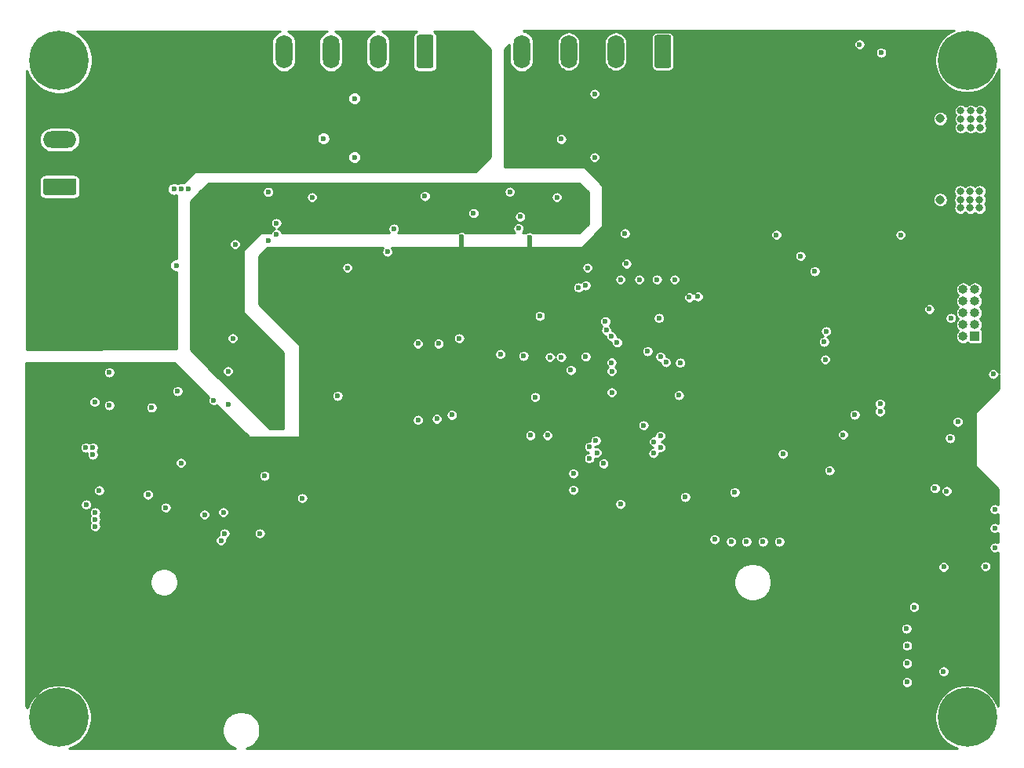
<source format=gbr>
%TF.GenerationSoftware,KiCad,Pcbnew,5.1.6-c6e7f7d~86~ubuntu18.04.1*%
%TF.CreationDate,2020-05-26T14:20:14+02:00*%
%TF.ProjectId,moeder_milda_v01,6d6f6564-6572-45f6-9d69-6c64615f7630,rev?*%
%TF.SameCoordinates,Original*%
%TF.FileFunction,Copper,L3,Inr*%
%TF.FilePolarity,Positive*%
%FSLAX46Y46*%
G04 Gerber Fmt 4.6, Leading zero omitted, Abs format (unit mm)*
G04 Created by KiCad (PCBNEW 5.1.6-c6e7f7d~86~ubuntu18.04.1) date 2020-05-26 14:20:14*
%MOMM*%
%LPD*%
G01*
G04 APERTURE LIST*
%TA.AperFunction,ViaPad*%
%ADD10C,0.800000*%
%TD*%
%TA.AperFunction,ViaPad*%
%ADD11C,6.400000*%
%TD*%
%TA.AperFunction,ViaPad*%
%ADD12C,0.970000*%
%TD*%
%TA.AperFunction,ViaPad*%
%ADD13O,1.000000X1.000000*%
%TD*%
%TA.AperFunction,ViaPad*%
%ADD14R,1.000000X1.000000*%
%TD*%
%TA.AperFunction,ViaPad*%
%ADD15O,1.800000X3.600000*%
%TD*%
%TA.AperFunction,ViaPad*%
%ADD16O,3.600000X1.800000*%
%TD*%
%TA.AperFunction,ViaPad*%
%ADD17C,0.600000*%
%TD*%
%TA.AperFunction,Conductor*%
%ADD18C,0.500000*%
%TD*%
%TA.AperFunction,Conductor*%
%ADD19C,0.254000*%
%TD*%
G04 APERTURE END LIST*
D10*
%TO.N,N/C*%
%TO.C,H4*%
X136697056Y-90302944D03*
X135000000Y-89600000D03*
X133302944Y-90302944D03*
X132600000Y-92000000D03*
X133302944Y-93697056D03*
X135000000Y-94400000D03*
X136697056Y-93697056D03*
X137400000Y-92000000D03*
D11*
X135000000Y-92000000D03*
%TD*%
D10*
%TO.N,N/C*%
%TO.C,H3*%
X136697056Y-19302944D03*
X135000000Y-18600000D03*
X133302944Y-19302944D03*
X132600000Y-21000000D03*
X133302944Y-22697056D03*
X135000000Y-23400000D03*
X136697056Y-22697056D03*
X137400000Y-21000000D03*
D11*
X135000000Y-21000000D03*
%TD*%
D10*
%TO.N,N/C*%
%TO.C,H2*%
X38697056Y-90302944D03*
X37000000Y-89600000D03*
X35302944Y-90302944D03*
X34600000Y-92000000D03*
X35302944Y-93697056D03*
X37000000Y-94400000D03*
X38697056Y-93697056D03*
X39400000Y-92000000D03*
D11*
X37000000Y-92000000D03*
%TD*%
D10*
%TO.N,N/C*%
%TO.C,H1*%
X38697056Y-19302944D03*
X37000000Y-18600000D03*
X35302944Y-19302944D03*
X34600000Y-21000000D03*
X35302944Y-22697056D03*
X37000000Y-23400000D03*
X38697056Y-22697056D03*
X39400000Y-21000000D03*
D11*
X37000000Y-21000000D03*
%TD*%
D12*
%TO.N,GND*%
%TO.C,AE1*%
X132087200Y-36079200D03*
X132087200Y-27319200D03*
%TD*%
D13*
%TO.N,/MCU/RST*%
%TO.C,J2*%
X134569200Y-45770800D03*
%TO.N,GND*%
X135839200Y-45770800D03*
%TO.N,/MCU/J_TDI*%
X134569200Y-47040800D03*
%TO.N,N/C*%
X135839200Y-47040800D03*
%TO.N,/MCU/J_TDO*%
X134569200Y-48310800D03*
%TO.N,GND*%
X135839200Y-48310800D03*
%TO.N,/MCU/J_TCK*%
X134569200Y-49580800D03*
%TO.N,GND*%
X135839200Y-49580800D03*
%TO.N,/MCU/J_TMS*%
X134569200Y-50850800D03*
D14*
%TO.N,N/C*%
X135839200Y-50850800D03*
%TD*%
%TO.N,GND*%
%TO.C,J3*%
%TA.AperFunction,ViaPad*%
G36*
G01*
X77404800Y-18516000D02*
X77404800Y-21616000D01*
G75*
G02*
X77154800Y-21866000I-250000J0D01*
G01*
X75854800Y-21866000D01*
G75*
G02*
X75604800Y-21616000I0J250000D01*
G01*
X75604800Y-18516000D01*
G75*
G02*
X75854800Y-18266000I250000J0D01*
G01*
X77154800Y-18266000D01*
G75*
G02*
X77404800Y-18516000I0J-250000D01*
G01*
G37*
%TD.AperFunction*%
D15*
%TO.N,/CAN/CAN1_N*%
X71424800Y-20066000D03*
%TO.N,/CAN/CAN1_P*%
X66344800Y-20066000D03*
%TO.N,VBUS_CAN1*%
X61264800Y-20066000D03*
%TD*%
%TO.N,VBUS_CAN2*%
%TO.C,J4*%
X86918800Y-20066000D03*
%TO.N,/CAN/CAN2_P*%
X91998800Y-20066000D03*
%TO.N,/CAN/CAN2_N*%
X97078800Y-20066000D03*
%TO.N,GND*%
%TA.AperFunction,ViaPad*%
G36*
G01*
X103058800Y-18516000D02*
X103058800Y-21616000D01*
G75*
G02*
X102808800Y-21866000I-250000J0D01*
G01*
X101508800Y-21866000D01*
G75*
G02*
X101258800Y-21616000I0J250000D01*
G01*
X101258800Y-18516000D01*
G75*
G02*
X101508800Y-18266000I250000J0D01*
G01*
X102808800Y-18266000D01*
G75*
G02*
X103058800Y-18516000I0J-250000D01*
G01*
G37*
%TD.AperFunction*%
%TD*%
D16*
%TO.N,GND*%
%TO.C,J5*%
X37084000Y-29591000D03*
%TO.N,Net-(C25-Pad1)*%
%TA.AperFunction,ViaPad*%
G36*
G01*
X38634000Y-35571000D02*
X35534000Y-35571000D01*
G75*
G02*
X35284000Y-35321000I0J250000D01*
G01*
X35284000Y-34021000D01*
G75*
G02*
X35534000Y-33771000I250000J0D01*
G01*
X38634000Y-33771000D01*
G75*
G02*
X38884000Y-34021000I0J-250000D01*
G01*
X38884000Y-35321000D01*
G75*
G02*
X38634000Y-35571000I-250000J0D01*
G01*
G37*
%TD.AperFunction*%
%TD*%
D10*
%TO.N,GND*%
X134264400Y-35153600D03*
X136347200Y-35153600D03*
X136347200Y-36068000D03*
X134264400Y-36982400D03*
X135331200Y-36068000D03*
X134264400Y-36068000D03*
X136347200Y-36982400D03*
X135331200Y-36982400D03*
X135331200Y-35153600D03*
X136398000Y-28295600D03*
X135382000Y-28295600D03*
X134315200Y-28295600D03*
X136398000Y-27381200D03*
X135382000Y-27381200D03*
X134315200Y-27381200D03*
X136398000Y-26466800D03*
X135382000Y-26466800D03*
X134315200Y-26466800D03*
D17*
X68884800Y-25146000D03*
X68884800Y-31496000D03*
X68122800Y-43434000D03*
X107746800Y-72771000D03*
X97586800Y-68961000D03*
X64312800Y-35814000D03*
X94792800Y-24638000D03*
X94792800Y-31496000D03*
X94030800Y-43434000D03*
X90728800Y-35814000D03*
X119557800Y-51435000D03*
X119684800Y-53340000D03*
X109524800Y-73025000D03*
X111175800Y-73025000D03*
X112953800Y-73025000D03*
X101523800Y-44704000D03*
X99618800Y-44704000D03*
X100507800Y-52451000D03*
X109905800Y-67691000D03*
X104571800Y-68199000D03*
X114731800Y-73025000D03*
X115112800Y-63545000D03*
X137972800Y-69532500D03*
X137972800Y-71564500D03*
X137972800Y-73660000D03*
X97586800Y-44704000D03*
X103428800Y-44704000D03*
X125717300Y-20193000D03*
X127812800Y-39878000D03*
X114414300Y-39878000D03*
X77965300Y-51625500D03*
X75742800Y-51625500D03*
X88887300Y-48641000D03*
X80187800Y-51054000D03*
X88379300Y-57404000D03*
X87871300Y-61531500D03*
X89712800Y-61531500D03*
X77774800Y-59753500D03*
X75742800Y-59880500D03*
X84632800Y-52768500D03*
X95751442Y-64580645D03*
X92506800Y-65659000D03*
X92506800Y-67437000D03*
X89966800Y-53086000D03*
X128447800Y-82423000D03*
X128511300Y-88201500D03*
X128511300Y-86169500D03*
X128511300Y-84264500D03*
X137807700Y-54914800D03*
X131521200Y-67259200D03*
X132791200Y-67564000D03*
X132448300Y-87045800D03*
X129273300Y-80086200D03*
X120142000Y-65328800D03*
X79400400Y-59334400D03*
X119786400Y-50293020D03*
X59588400Y-35255200D03*
X65532000Y-29464000D03*
X91186000Y-29527500D03*
X55245000Y-54610000D03*
X55245000Y-58166000D03*
X42418000Y-54737000D03*
X42418000Y-58293000D03*
X54483000Y-72898000D03*
X54864000Y-72136000D03*
X63246000Y-68326000D03*
X59181668Y-65913332D03*
X58674000Y-72136000D03*
X52705000Y-70104000D03*
X67056000Y-57277000D03*
X49657000Y-43180000D03*
X56007000Y-40894000D03*
X60452000Y-38608000D03*
X50927000Y-34925000D03*
X50165000Y-34925000D03*
X49403000Y-34925000D03*
X48514000Y-69342000D03*
X76479400Y-35687000D03*
X86588600Y-39166800D03*
X85648800Y-35229800D03*
X132461000Y-75755500D03*
X40894000Y-69850000D03*
X40894000Y-70612000D03*
X40894000Y-71374000D03*
X40640000Y-62865000D03*
X40640000Y-63627000D03*
X39878000Y-62865000D03*
X39941500Y-69024500D03*
X133159500Y-61849000D03*
X133985000Y-60071000D03*
X123380500Y-19304000D03*
%TO.N,PRI_HI*%
X116065300Y-52133500D03*
X110286800Y-68961000D03*
X108191300Y-68897500D03*
X96951800Y-67437000D03*
X120079800Y-20242500D03*
X88823800Y-54165500D03*
X72504300Y-53213000D03*
X97459800Y-65532000D03*
X99872800Y-48768000D03*
X113879600Y-70118000D03*
X116001800Y-65405000D03*
X61849000Y-42037000D03*
X59512200Y-42291000D03*
X80441800Y-40106600D03*
X87782400Y-40132000D03*
X87198200Y-44907200D03*
X65024000Y-62738000D03*
X66548000Y-62738000D03*
X65786000Y-63500000D03*
X65024000Y-64262000D03*
X66548000Y-64262000D03*
%TO.N,/MCU/RST*%
X95961200Y-49225200D03*
X136969500Y-75692000D03*
%TO.N,+3V3*%
X64312800Y-39116000D03*
X89966800Y-39370000D03*
X53685440Y-57749440D03*
X60198000Y-59499500D03*
X60198000Y-60388500D03*
X60198000Y-58610500D03*
X89128600Y-39344600D03*
X63220600Y-39293800D03*
X91186000Y-53086000D03*
%TO.N,+12V*%
X35941000Y-49911000D03*
X35941000Y-51435000D03*
X37058600Y-50698400D03*
X38227000Y-49911000D03*
X38227000Y-51435000D03*
X40513000Y-49911000D03*
X40513000Y-51435000D03*
X39370000Y-50673000D03*
X52324000Y-28956000D03*
X53086000Y-28956000D03*
X53848000Y-28956000D03*
X75692000Y-29591000D03*
X76454000Y-29591000D03*
X77216000Y-29591000D03*
X87122000Y-52959000D03*
X73914000Y-32639000D03*
%TO.N,+5V*%
X40845740Y-57927240D03*
X46992540Y-58536840D03*
X49784000Y-56769000D03*
X55753000Y-51054000D03*
%TO.N,/Power/MOS_G*%
X54737000Y-69850000D03*
X50165000Y-64516000D03*
%TO.N,/MCU/J_TMS*%
X101752400Y-48869600D03*
X130911600Y-47904400D03*
%TO.N,/MCU/J_TCK*%
X97231200Y-51511200D03*
%TO.N,/MCU/J_TDO*%
X96063820Y-50190400D03*
%TO.N,/MCU/J_TDI*%
X96621600Y-50850800D03*
X133248400Y-48869600D03*
%TO.N,/MCU/USB_FT*%
X103886000Y-57200800D03*
X121615200Y-61468000D03*
X100076000Y-60452000D03*
%TO.N,/MCU/USB_LED*%
X122859800Y-59309000D03*
X104038400Y-53695600D03*
%TO.N,BAT_CHG*%
X46609000Y-67945000D03*
X96647000Y-56896000D03*
X41338500Y-67500500D03*
%TO.N,M_12V*%
X101206300Y-62220000D03*
X94233804Y-62781501D03*
%TO.N,M_5V0*%
X95046800Y-63406501D03*
X101904800Y-62845000D03*
%TO.N,M_3V3*%
X94919800Y-62103000D03*
X101904800Y-61595000D03*
%TO.N,M_TMP*%
X101142800Y-63470000D03*
X94221300Y-64031501D03*
%TO.N,RFM_MISO*%
X118541800Y-43815000D03*
X117017800Y-42164000D03*
%TO.N,CAN1_STB*%
X93049108Y-45558692D03*
X105003600Y-46634400D03*
%TO.N,/MCU/USB_N*%
X125603000Y-58972000D03*
X102501033Y-53642227D03*
%TO.N,/MCU/USB_P*%
X125603000Y-58122000D03*
X101899991Y-53041185D03*
%TO.N,CAN1_FLGB*%
X92227400Y-54483000D03*
X96647000Y-54610000D03*
%TO.N,CAN1_DIS*%
X60477400Y-39827200D03*
X73126600Y-39217600D03*
X93827600Y-45339000D03*
X105943400Y-46532800D03*
%TO.N,CAN1_PGD*%
X96621600Y-53670200D03*
X93827600Y-53035200D03*
X72440800Y-41706800D03*
X59613800Y-40487600D03*
%TO.N,CAN2_DIS*%
X98066842Y-39728158D03*
X81737200Y-37541200D03*
%TO.N,CAN2_PGD*%
X98234500Y-42989500D03*
X86766400Y-37909499D03*
%TD*%
D18*
%TO.N,PRI_HI*%
X80441800Y-40106600D02*
X80441800Y-41452800D01*
X87782400Y-40132000D02*
X87782400Y-41960800D01*
%TD*%
D19*
%TO.N,+12V*%
G36*
X60754523Y-17934081D02*
G01*
X60523993Y-18057302D01*
X60321931Y-18223130D01*
X60156103Y-18425192D01*
X60032882Y-18655722D01*
X59957002Y-18905863D01*
X59937800Y-19100816D01*
X59937800Y-21031183D01*
X59957001Y-21226136D01*
X60032881Y-21476277D01*
X60156102Y-21706807D01*
X60321930Y-21908870D01*
X60523992Y-22074698D01*
X60754522Y-22197919D01*
X61004663Y-22273799D01*
X61264800Y-22299420D01*
X61524936Y-22273799D01*
X61775077Y-22197919D01*
X62005607Y-22074698D01*
X62207670Y-21908870D01*
X62373498Y-21706808D01*
X62496719Y-21476278D01*
X62572599Y-21226137D01*
X62591800Y-21031184D01*
X62591800Y-19100816D01*
X62572599Y-18905863D01*
X62496719Y-18655722D01*
X62373498Y-18425192D01*
X62207670Y-18223130D01*
X62005608Y-18057302D01*
X61775078Y-17934081D01*
X61685805Y-17907000D01*
X65923796Y-17907000D01*
X65834523Y-17934081D01*
X65603993Y-18057302D01*
X65401931Y-18223130D01*
X65236103Y-18425192D01*
X65112882Y-18655722D01*
X65037002Y-18905863D01*
X65017800Y-19100816D01*
X65017800Y-21031183D01*
X65037001Y-21226136D01*
X65112881Y-21476277D01*
X65236102Y-21706807D01*
X65401930Y-21908870D01*
X65603992Y-22074698D01*
X65834522Y-22197919D01*
X66084663Y-22273799D01*
X66344800Y-22299420D01*
X66604936Y-22273799D01*
X66855077Y-22197919D01*
X67085607Y-22074698D01*
X67287670Y-21908870D01*
X67453498Y-21706808D01*
X67576719Y-21476278D01*
X67652599Y-21226137D01*
X67671800Y-21031184D01*
X67671800Y-19100816D01*
X67652599Y-18905863D01*
X67576719Y-18655722D01*
X67453498Y-18425192D01*
X67287670Y-18223130D01*
X67085608Y-18057302D01*
X66855078Y-17934081D01*
X66765805Y-17907000D01*
X71003796Y-17907000D01*
X70914523Y-17934081D01*
X70683993Y-18057302D01*
X70481931Y-18223130D01*
X70316103Y-18425192D01*
X70192882Y-18655722D01*
X70117002Y-18905863D01*
X70097800Y-19100816D01*
X70097800Y-21031183D01*
X70117001Y-21226136D01*
X70192881Y-21476277D01*
X70316102Y-21706807D01*
X70481930Y-21908870D01*
X70683992Y-22074698D01*
X70914522Y-22197919D01*
X71164663Y-22273799D01*
X71424800Y-22299420D01*
X71684936Y-22273799D01*
X71935077Y-22197919D01*
X72165607Y-22074698D01*
X72367670Y-21908870D01*
X72533498Y-21706808D01*
X72656719Y-21476278D01*
X72732599Y-21226137D01*
X72751800Y-21031184D01*
X72751800Y-19100816D01*
X72732599Y-18905863D01*
X72656719Y-18655722D01*
X72533498Y-18425192D01*
X72367670Y-18223130D01*
X72165608Y-18057302D01*
X71935078Y-17934081D01*
X71845805Y-17907000D01*
X75560555Y-17907000D01*
X75477531Y-17951377D01*
X75374628Y-18035828D01*
X75290177Y-18138731D01*
X75227425Y-18256133D01*
X75188782Y-18383521D01*
X75175734Y-18516000D01*
X75175734Y-21616000D01*
X75188782Y-21748479D01*
X75227425Y-21875867D01*
X75290177Y-21993269D01*
X75374628Y-22096172D01*
X75477531Y-22180623D01*
X75594933Y-22243375D01*
X75722321Y-22282018D01*
X75854800Y-22295066D01*
X77154800Y-22295066D01*
X77287279Y-22282018D01*
X77414667Y-22243375D01*
X77532069Y-22180623D01*
X77634972Y-22096172D01*
X77719423Y-21993269D01*
X77782175Y-21875867D01*
X77820818Y-21748479D01*
X77833866Y-21616000D01*
X77833866Y-18516000D01*
X77820818Y-18383521D01*
X77782175Y-18256133D01*
X77719423Y-18138731D01*
X77634972Y-18035828D01*
X77532069Y-17951377D01*
X77449045Y-17907000D01*
X81608394Y-17907000D01*
X83566000Y-19864606D01*
X83566000Y-31443394D01*
X81989394Y-33020000D01*
X51689000Y-33020000D01*
X51664224Y-33022440D01*
X51640399Y-33029667D01*
X51618443Y-33041403D01*
X51599197Y-33057197D01*
X50414816Y-34241578D01*
X50377058Y-34225938D01*
X50236603Y-34198000D01*
X50093397Y-34198000D01*
X49952942Y-34225938D01*
X49820636Y-34280741D01*
X49784000Y-34305220D01*
X49747364Y-34280741D01*
X49615058Y-34225938D01*
X49474603Y-34198000D01*
X49331397Y-34198000D01*
X49190942Y-34225938D01*
X49058636Y-34280741D01*
X48939564Y-34360302D01*
X48838302Y-34461564D01*
X48758741Y-34580636D01*
X48703938Y-34712942D01*
X48676000Y-34853397D01*
X48676000Y-34996603D01*
X48703938Y-35137058D01*
X48758741Y-35269364D01*
X48838302Y-35388436D01*
X48939564Y-35489698D01*
X49058636Y-35569259D01*
X49190942Y-35624062D01*
X49331397Y-35652000D01*
X49474603Y-35652000D01*
X49615058Y-35624062D01*
X49657000Y-35606689D01*
X49657000Y-42453000D01*
X49585397Y-42453000D01*
X49444942Y-42480938D01*
X49312636Y-42535741D01*
X49193564Y-42615302D01*
X49092302Y-42716564D01*
X49012741Y-42835636D01*
X48957938Y-42967942D01*
X48930000Y-43108397D01*
X48930000Y-43251603D01*
X48957938Y-43392058D01*
X49012741Y-43524364D01*
X49092302Y-43643436D01*
X49193564Y-43744698D01*
X49312636Y-43824259D01*
X49444942Y-43879062D01*
X49585397Y-43907000D01*
X49657000Y-43907000D01*
X49657000Y-52197491D01*
X33528000Y-52260007D01*
X33528000Y-34021000D01*
X34854934Y-34021000D01*
X34854934Y-35321000D01*
X34867982Y-35453479D01*
X34906625Y-35580867D01*
X34969377Y-35698269D01*
X35053828Y-35801172D01*
X35156731Y-35885623D01*
X35274133Y-35948375D01*
X35401521Y-35987018D01*
X35534000Y-36000066D01*
X38634000Y-36000066D01*
X38766479Y-35987018D01*
X38893867Y-35948375D01*
X39011269Y-35885623D01*
X39114172Y-35801172D01*
X39198623Y-35698269D01*
X39261375Y-35580867D01*
X39300018Y-35453479D01*
X39313066Y-35321000D01*
X39313066Y-34021000D01*
X39300018Y-33888521D01*
X39261375Y-33761133D01*
X39198623Y-33643731D01*
X39114172Y-33540828D01*
X39011269Y-33456377D01*
X38893867Y-33393625D01*
X38766479Y-33354982D01*
X38634000Y-33341934D01*
X35534000Y-33341934D01*
X35401521Y-33354982D01*
X35274133Y-33393625D01*
X35156731Y-33456377D01*
X35053828Y-33540828D01*
X34969377Y-33643731D01*
X34906625Y-33761133D01*
X34867982Y-33888521D01*
X34854934Y-34021000D01*
X33528000Y-34021000D01*
X33528000Y-31424397D01*
X68157800Y-31424397D01*
X68157800Y-31567603D01*
X68185738Y-31708058D01*
X68240541Y-31840364D01*
X68320102Y-31959436D01*
X68421364Y-32060698D01*
X68540436Y-32140259D01*
X68672742Y-32195062D01*
X68813197Y-32223000D01*
X68956403Y-32223000D01*
X69096858Y-32195062D01*
X69229164Y-32140259D01*
X69348236Y-32060698D01*
X69449498Y-31959436D01*
X69529059Y-31840364D01*
X69583862Y-31708058D01*
X69611800Y-31567603D01*
X69611800Y-31424397D01*
X69583862Y-31283942D01*
X69529059Y-31151636D01*
X69449498Y-31032564D01*
X69348236Y-30931302D01*
X69229164Y-30851741D01*
X69096858Y-30796938D01*
X68956403Y-30769000D01*
X68813197Y-30769000D01*
X68672742Y-30796938D01*
X68540436Y-30851741D01*
X68421364Y-30931302D01*
X68320102Y-31032564D01*
X68240541Y-31151636D01*
X68185738Y-31283942D01*
X68157800Y-31424397D01*
X33528000Y-31424397D01*
X33528000Y-29591000D01*
X34850580Y-29591000D01*
X34876201Y-29851137D01*
X34952081Y-30101278D01*
X35075302Y-30331808D01*
X35241130Y-30533870D01*
X35443192Y-30699698D01*
X35673722Y-30822919D01*
X35923863Y-30898799D01*
X36118816Y-30918000D01*
X38049184Y-30918000D01*
X38244137Y-30898799D01*
X38494278Y-30822919D01*
X38724808Y-30699698D01*
X38926870Y-30533870D01*
X39092698Y-30331808D01*
X39215919Y-30101278D01*
X39291799Y-29851137D01*
X39317420Y-29591000D01*
X39297860Y-29392397D01*
X64805000Y-29392397D01*
X64805000Y-29535603D01*
X64832938Y-29676058D01*
X64887741Y-29808364D01*
X64967302Y-29927436D01*
X65068564Y-30028698D01*
X65187636Y-30108259D01*
X65319942Y-30163062D01*
X65460397Y-30191000D01*
X65603603Y-30191000D01*
X65744058Y-30163062D01*
X65876364Y-30108259D01*
X65995436Y-30028698D01*
X66096698Y-29927436D01*
X66176259Y-29808364D01*
X66231062Y-29676058D01*
X66259000Y-29535603D01*
X66259000Y-29392397D01*
X66231062Y-29251942D01*
X66176259Y-29119636D01*
X66096698Y-29000564D01*
X65995436Y-28899302D01*
X65876364Y-28819741D01*
X65744058Y-28764938D01*
X65603603Y-28737000D01*
X65460397Y-28737000D01*
X65319942Y-28764938D01*
X65187636Y-28819741D01*
X65068564Y-28899302D01*
X64967302Y-29000564D01*
X64887741Y-29119636D01*
X64832938Y-29251942D01*
X64805000Y-29392397D01*
X39297860Y-29392397D01*
X39291799Y-29330863D01*
X39215919Y-29080722D01*
X39092698Y-28850192D01*
X38926870Y-28648130D01*
X38724808Y-28482302D01*
X38494278Y-28359081D01*
X38244137Y-28283201D01*
X38049184Y-28264000D01*
X36118816Y-28264000D01*
X35923863Y-28283201D01*
X35673722Y-28359081D01*
X35443192Y-28482302D01*
X35241130Y-28648130D01*
X35075302Y-28850192D01*
X34952081Y-29080722D01*
X34876201Y-29330863D01*
X34850580Y-29591000D01*
X33528000Y-29591000D01*
X33528000Y-25074397D01*
X68157800Y-25074397D01*
X68157800Y-25217603D01*
X68185738Y-25358058D01*
X68240541Y-25490364D01*
X68320102Y-25609436D01*
X68421364Y-25710698D01*
X68540436Y-25790259D01*
X68672742Y-25845062D01*
X68813197Y-25873000D01*
X68956403Y-25873000D01*
X69096858Y-25845062D01*
X69229164Y-25790259D01*
X69348236Y-25710698D01*
X69449498Y-25609436D01*
X69529059Y-25490364D01*
X69583862Y-25358058D01*
X69611800Y-25217603D01*
X69611800Y-25074397D01*
X69583862Y-24933942D01*
X69529059Y-24801636D01*
X69449498Y-24682564D01*
X69348236Y-24581302D01*
X69229164Y-24501741D01*
X69096858Y-24446938D01*
X68956403Y-24419000D01*
X68813197Y-24419000D01*
X68672742Y-24446938D01*
X68540436Y-24501741D01*
X68421364Y-24581302D01*
X68320102Y-24682564D01*
X68240541Y-24801636D01*
X68185738Y-24933942D01*
X68157800Y-25074397D01*
X33528000Y-25074397D01*
X33528000Y-22150606D01*
X33544093Y-22134513D01*
X33785794Y-22718029D01*
X34182725Y-23312078D01*
X34687922Y-23817275D01*
X35281971Y-24214206D01*
X35942043Y-24487617D01*
X36642772Y-24627000D01*
X37357228Y-24627000D01*
X38057957Y-24487617D01*
X38718029Y-24214206D01*
X39312078Y-23817275D01*
X39817275Y-23312078D01*
X40214206Y-22718029D01*
X40487617Y-22057957D01*
X40627000Y-21357228D01*
X40627000Y-20642772D01*
X40487617Y-19942043D01*
X40214206Y-19281971D01*
X39817275Y-18687922D01*
X39312078Y-18182725D01*
X38899427Y-17907000D01*
X60843796Y-17907000D01*
X60754523Y-17934081D01*
G37*
X60754523Y-17934081D02*
X60523993Y-18057302D01*
X60321931Y-18223130D01*
X60156103Y-18425192D01*
X60032882Y-18655722D01*
X59957002Y-18905863D01*
X59937800Y-19100816D01*
X59937800Y-21031183D01*
X59957001Y-21226136D01*
X60032881Y-21476277D01*
X60156102Y-21706807D01*
X60321930Y-21908870D01*
X60523992Y-22074698D01*
X60754522Y-22197919D01*
X61004663Y-22273799D01*
X61264800Y-22299420D01*
X61524936Y-22273799D01*
X61775077Y-22197919D01*
X62005607Y-22074698D01*
X62207670Y-21908870D01*
X62373498Y-21706808D01*
X62496719Y-21476278D01*
X62572599Y-21226137D01*
X62591800Y-21031184D01*
X62591800Y-19100816D01*
X62572599Y-18905863D01*
X62496719Y-18655722D01*
X62373498Y-18425192D01*
X62207670Y-18223130D01*
X62005608Y-18057302D01*
X61775078Y-17934081D01*
X61685805Y-17907000D01*
X65923796Y-17907000D01*
X65834523Y-17934081D01*
X65603993Y-18057302D01*
X65401931Y-18223130D01*
X65236103Y-18425192D01*
X65112882Y-18655722D01*
X65037002Y-18905863D01*
X65017800Y-19100816D01*
X65017800Y-21031183D01*
X65037001Y-21226136D01*
X65112881Y-21476277D01*
X65236102Y-21706807D01*
X65401930Y-21908870D01*
X65603992Y-22074698D01*
X65834522Y-22197919D01*
X66084663Y-22273799D01*
X66344800Y-22299420D01*
X66604936Y-22273799D01*
X66855077Y-22197919D01*
X67085607Y-22074698D01*
X67287670Y-21908870D01*
X67453498Y-21706808D01*
X67576719Y-21476278D01*
X67652599Y-21226137D01*
X67671800Y-21031184D01*
X67671800Y-19100816D01*
X67652599Y-18905863D01*
X67576719Y-18655722D01*
X67453498Y-18425192D01*
X67287670Y-18223130D01*
X67085608Y-18057302D01*
X66855078Y-17934081D01*
X66765805Y-17907000D01*
X71003796Y-17907000D01*
X70914523Y-17934081D01*
X70683993Y-18057302D01*
X70481931Y-18223130D01*
X70316103Y-18425192D01*
X70192882Y-18655722D01*
X70117002Y-18905863D01*
X70097800Y-19100816D01*
X70097800Y-21031183D01*
X70117001Y-21226136D01*
X70192881Y-21476277D01*
X70316102Y-21706807D01*
X70481930Y-21908870D01*
X70683992Y-22074698D01*
X70914522Y-22197919D01*
X71164663Y-22273799D01*
X71424800Y-22299420D01*
X71684936Y-22273799D01*
X71935077Y-22197919D01*
X72165607Y-22074698D01*
X72367670Y-21908870D01*
X72533498Y-21706808D01*
X72656719Y-21476278D01*
X72732599Y-21226137D01*
X72751800Y-21031184D01*
X72751800Y-19100816D01*
X72732599Y-18905863D01*
X72656719Y-18655722D01*
X72533498Y-18425192D01*
X72367670Y-18223130D01*
X72165608Y-18057302D01*
X71935078Y-17934081D01*
X71845805Y-17907000D01*
X75560555Y-17907000D01*
X75477531Y-17951377D01*
X75374628Y-18035828D01*
X75290177Y-18138731D01*
X75227425Y-18256133D01*
X75188782Y-18383521D01*
X75175734Y-18516000D01*
X75175734Y-21616000D01*
X75188782Y-21748479D01*
X75227425Y-21875867D01*
X75290177Y-21993269D01*
X75374628Y-22096172D01*
X75477531Y-22180623D01*
X75594933Y-22243375D01*
X75722321Y-22282018D01*
X75854800Y-22295066D01*
X77154800Y-22295066D01*
X77287279Y-22282018D01*
X77414667Y-22243375D01*
X77532069Y-22180623D01*
X77634972Y-22096172D01*
X77719423Y-21993269D01*
X77782175Y-21875867D01*
X77820818Y-21748479D01*
X77833866Y-21616000D01*
X77833866Y-18516000D01*
X77820818Y-18383521D01*
X77782175Y-18256133D01*
X77719423Y-18138731D01*
X77634972Y-18035828D01*
X77532069Y-17951377D01*
X77449045Y-17907000D01*
X81608394Y-17907000D01*
X83566000Y-19864606D01*
X83566000Y-31443394D01*
X81989394Y-33020000D01*
X51689000Y-33020000D01*
X51664224Y-33022440D01*
X51640399Y-33029667D01*
X51618443Y-33041403D01*
X51599197Y-33057197D01*
X50414816Y-34241578D01*
X50377058Y-34225938D01*
X50236603Y-34198000D01*
X50093397Y-34198000D01*
X49952942Y-34225938D01*
X49820636Y-34280741D01*
X49784000Y-34305220D01*
X49747364Y-34280741D01*
X49615058Y-34225938D01*
X49474603Y-34198000D01*
X49331397Y-34198000D01*
X49190942Y-34225938D01*
X49058636Y-34280741D01*
X48939564Y-34360302D01*
X48838302Y-34461564D01*
X48758741Y-34580636D01*
X48703938Y-34712942D01*
X48676000Y-34853397D01*
X48676000Y-34996603D01*
X48703938Y-35137058D01*
X48758741Y-35269364D01*
X48838302Y-35388436D01*
X48939564Y-35489698D01*
X49058636Y-35569259D01*
X49190942Y-35624062D01*
X49331397Y-35652000D01*
X49474603Y-35652000D01*
X49615058Y-35624062D01*
X49657000Y-35606689D01*
X49657000Y-42453000D01*
X49585397Y-42453000D01*
X49444942Y-42480938D01*
X49312636Y-42535741D01*
X49193564Y-42615302D01*
X49092302Y-42716564D01*
X49012741Y-42835636D01*
X48957938Y-42967942D01*
X48930000Y-43108397D01*
X48930000Y-43251603D01*
X48957938Y-43392058D01*
X49012741Y-43524364D01*
X49092302Y-43643436D01*
X49193564Y-43744698D01*
X49312636Y-43824259D01*
X49444942Y-43879062D01*
X49585397Y-43907000D01*
X49657000Y-43907000D01*
X49657000Y-52197491D01*
X33528000Y-52260007D01*
X33528000Y-34021000D01*
X34854934Y-34021000D01*
X34854934Y-35321000D01*
X34867982Y-35453479D01*
X34906625Y-35580867D01*
X34969377Y-35698269D01*
X35053828Y-35801172D01*
X35156731Y-35885623D01*
X35274133Y-35948375D01*
X35401521Y-35987018D01*
X35534000Y-36000066D01*
X38634000Y-36000066D01*
X38766479Y-35987018D01*
X38893867Y-35948375D01*
X39011269Y-35885623D01*
X39114172Y-35801172D01*
X39198623Y-35698269D01*
X39261375Y-35580867D01*
X39300018Y-35453479D01*
X39313066Y-35321000D01*
X39313066Y-34021000D01*
X39300018Y-33888521D01*
X39261375Y-33761133D01*
X39198623Y-33643731D01*
X39114172Y-33540828D01*
X39011269Y-33456377D01*
X38893867Y-33393625D01*
X38766479Y-33354982D01*
X38634000Y-33341934D01*
X35534000Y-33341934D01*
X35401521Y-33354982D01*
X35274133Y-33393625D01*
X35156731Y-33456377D01*
X35053828Y-33540828D01*
X34969377Y-33643731D01*
X34906625Y-33761133D01*
X34867982Y-33888521D01*
X34854934Y-34021000D01*
X33528000Y-34021000D01*
X33528000Y-31424397D01*
X68157800Y-31424397D01*
X68157800Y-31567603D01*
X68185738Y-31708058D01*
X68240541Y-31840364D01*
X68320102Y-31959436D01*
X68421364Y-32060698D01*
X68540436Y-32140259D01*
X68672742Y-32195062D01*
X68813197Y-32223000D01*
X68956403Y-32223000D01*
X69096858Y-32195062D01*
X69229164Y-32140259D01*
X69348236Y-32060698D01*
X69449498Y-31959436D01*
X69529059Y-31840364D01*
X69583862Y-31708058D01*
X69611800Y-31567603D01*
X69611800Y-31424397D01*
X69583862Y-31283942D01*
X69529059Y-31151636D01*
X69449498Y-31032564D01*
X69348236Y-30931302D01*
X69229164Y-30851741D01*
X69096858Y-30796938D01*
X68956403Y-30769000D01*
X68813197Y-30769000D01*
X68672742Y-30796938D01*
X68540436Y-30851741D01*
X68421364Y-30931302D01*
X68320102Y-31032564D01*
X68240541Y-31151636D01*
X68185738Y-31283942D01*
X68157800Y-31424397D01*
X33528000Y-31424397D01*
X33528000Y-29591000D01*
X34850580Y-29591000D01*
X34876201Y-29851137D01*
X34952081Y-30101278D01*
X35075302Y-30331808D01*
X35241130Y-30533870D01*
X35443192Y-30699698D01*
X35673722Y-30822919D01*
X35923863Y-30898799D01*
X36118816Y-30918000D01*
X38049184Y-30918000D01*
X38244137Y-30898799D01*
X38494278Y-30822919D01*
X38724808Y-30699698D01*
X38926870Y-30533870D01*
X39092698Y-30331808D01*
X39215919Y-30101278D01*
X39291799Y-29851137D01*
X39317420Y-29591000D01*
X39297860Y-29392397D01*
X64805000Y-29392397D01*
X64805000Y-29535603D01*
X64832938Y-29676058D01*
X64887741Y-29808364D01*
X64967302Y-29927436D01*
X65068564Y-30028698D01*
X65187636Y-30108259D01*
X65319942Y-30163062D01*
X65460397Y-30191000D01*
X65603603Y-30191000D01*
X65744058Y-30163062D01*
X65876364Y-30108259D01*
X65995436Y-30028698D01*
X66096698Y-29927436D01*
X66176259Y-29808364D01*
X66231062Y-29676058D01*
X66259000Y-29535603D01*
X66259000Y-29392397D01*
X66231062Y-29251942D01*
X66176259Y-29119636D01*
X66096698Y-29000564D01*
X65995436Y-28899302D01*
X65876364Y-28819741D01*
X65744058Y-28764938D01*
X65603603Y-28737000D01*
X65460397Y-28737000D01*
X65319942Y-28764938D01*
X65187636Y-28819741D01*
X65068564Y-28899302D01*
X64967302Y-29000564D01*
X64887741Y-29119636D01*
X64832938Y-29251942D01*
X64805000Y-29392397D01*
X39297860Y-29392397D01*
X39291799Y-29330863D01*
X39215919Y-29080722D01*
X39092698Y-28850192D01*
X38926870Y-28648130D01*
X38724808Y-28482302D01*
X38494278Y-28359081D01*
X38244137Y-28283201D01*
X38049184Y-28264000D01*
X36118816Y-28264000D01*
X35923863Y-28283201D01*
X35673722Y-28359081D01*
X35443192Y-28482302D01*
X35241130Y-28648130D01*
X35075302Y-28850192D01*
X34952081Y-29080722D01*
X34876201Y-29330863D01*
X34850580Y-29591000D01*
X33528000Y-29591000D01*
X33528000Y-25074397D01*
X68157800Y-25074397D01*
X68157800Y-25217603D01*
X68185738Y-25358058D01*
X68240541Y-25490364D01*
X68320102Y-25609436D01*
X68421364Y-25710698D01*
X68540436Y-25790259D01*
X68672742Y-25845062D01*
X68813197Y-25873000D01*
X68956403Y-25873000D01*
X69096858Y-25845062D01*
X69229164Y-25790259D01*
X69348236Y-25710698D01*
X69449498Y-25609436D01*
X69529059Y-25490364D01*
X69583862Y-25358058D01*
X69611800Y-25217603D01*
X69611800Y-25074397D01*
X69583862Y-24933942D01*
X69529059Y-24801636D01*
X69449498Y-24682564D01*
X69348236Y-24581302D01*
X69229164Y-24501741D01*
X69096858Y-24446938D01*
X68956403Y-24419000D01*
X68813197Y-24419000D01*
X68672742Y-24446938D01*
X68540436Y-24501741D01*
X68421364Y-24581302D01*
X68320102Y-24682564D01*
X68240541Y-24801636D01*
X68185738Y-24933942D01*
X68157800Y-25074397D01*
X33528000Y-25074397D01*
X33528000Y-22150606D01*
X33544093Y-22134513D01*
X33785794Y-22718029D01*
X34182725Y-23312078D01*
X34687922Y-23817275D01*
X35281971Y-24214206D01*
X35942043Y-24487617D01*
X36642772Y-24627000D01*
X37357228Y-24627000D01*
X38057957Y-24487617D01*
X38718029Y-24214206D01*
X39312078Y-23817275D01*
X39817275Y-23312078D01*
X40214206Y-22718029D01*
X40487617Y-22057957D01*
X40627000Y-21357228D01*
X40627000Y-20642772D01*
X40487617Y-19942043D01*
X40214206Y-19281971D01*
X39817275Y-18687922D01*
X39312078Y-18182725D01*
X38899427Y-17907000D01*
X60843796Y-17907000D01*
X60754523Y-17934081D01*
%TO.N,+3V3*%
G36*
X94107000Y-35231606D02*
G01*
X94107000Y-38682394D01*
X93165394Y-39624000D01*
X88150695Y-39624000D01*
X88079396Y-39576360D01*
X87965289Y-39529095D01*
X87844154Y-39505000D01*
X87720646Y-39505000D01*
X87599511Y-39529095D01*
X87485404Y-39576360D01*
X87414105Y-39624000D01*
X87018112Y-39624000D01*
X87075623Y-39566489D01*
X87144240Y-39463796D01*
X87191505Y-39349689D01*
X87215600Y-39228554D01*
X87215600Y-39105046D01*
X87191505Y-38983911D01*
X87144240Y-38869804D01*
X87075623Y-38767111D01*
X86988289Y-38679777D01*
X86885596Y-38611160D01*
X86771489Y-38563895D01*
X86650354Y-38539800D01*
X86526846Y-38539800D01*
X86405711Y-38563895D01*
X86291604Y-38611160D01*
X86188911Y-38679777D01*
X86101577Y-38767111D01*
X86032960Y-38869804D01*
X85985695Y-38983911D01*
X85961600Y-39105046D01*
X85961600Y-39228554D01*
X85985695Y-39349689D01*
X86032960Y-39463796D01*
X86101577Y-39566489D01*
X86159088Y-39624000D01*
X80845912Y-39624000D01*
X80841489Y-39619577D01*
X80738796Y-39550960D01*
X80624689Y-39503695D01*
X80503554Y-39479600D01*
X80380046Y-39479600D01*
X80258911Y-39503695D01*
X80144804Y-39550960D01*
X80042111Y-39619577D01*
X80037688Y-39624000D01*
X73606912Y-39624000D01*
X73613623Y-39617289D01*
X73682240Y-39514596D01*
X73729505Y-39400489D01*
X73753600Y-39279354D01*
X73753600Y-39155846D01*
X73729505Y-39034711D01*
X73682240Y-38920604D01*
X73613623Y-38817911D01*
X73526289Y-38730577D01*
X73423596Y-38661960D01*
X73309489Y-38614695D01*
X73188354Y-38590600D01*
X73064846Y-38590600D01*
X72943711Y-38614695D01*
X72829604Y-38661960D01*
X72726911Y-38730577D01*
X72639577Y-38817911D01*
X72570960Y-38920604D01*
X72523695Y-39034711D01*
X72499600Y-39155846D01*
X72499600Y-39279354D01*
X72523695Y-39400489D01*
X72570960Y-39514596D01*
X72639577Y-39617289D01*
X72646288Y-39624000D01*
X61071892Y-39624000D01*
X61033040Y-39530204D01*
X60964423Y-39427511D01*
X60877089Y-39340177D01*
X60774396Y-39271560D01*
X60660289Y-39224295D01*
X60613931Y-39215074D01*
X60634889Y-39210905D01*
X60748996Y-39163640D01*
X60851689Y-39095023D01*
X60939023Y-39007689D01*
X61007640Y-38904996D01*
X61054905Y-38790889D01*
X61079000Y-38669754D01*
X61079000Y-38546246D01*
X61054905Y-38425111D01*
X61007640Y-38311004D01*
X60939023Y-38208311D01*
X60851689Y-38120977D01*
X60748996Y-38052360D01*
X60634889Y-38005095D01*
X60513754Y-37981000D01*
X60390246Y-37981000D01*
X60269111Y-38005095D01*
X60155004Y-38052360D01*
X60052311Y-38120977D01*
X59964977Y-38208311D01*
X59896360Y-38311004D01*
X59849095Y-38425111D01*
X59825000Y-38546246D01*
X59825000Y-38669754D01*
X59849095Y-38790889D01*
X59896360Y-38904996D01*
X59964977Y-39007689D01*
X60052311Y-39095023D01*
X60155004Y-39163640D01*
X60269111Y-39210905D01*
X60315469Y-39220126D01*
X60294511Y-39224295D01*
X60180404Y-39271560D01*
X60077711Y-39340177D01*
X59990377Y-39427511D01*
X59921760Y-39530204D01*
X59882908Y-39624000D01*
X58801000Y-39624000D01*
X58776224Y-39626440D01*
X58752399Y-39633667D01*
X58730443Y-39645403D01*
X58711197Y-39661197D01*
X56933197Y-41439197D01*
X56917403Y-41458443D01*
X56905667Y-41480399D01*
X56898440Y-41504224D01*
X56896000Y-41529000D01*
X56896000Y-48260000D01*
X56898440Y-48284776D01*
X56905667Y-48308601D01*
X56917403Y-48330557D01*
X56933197Y-48349803D01*
X61214000Y-52630606D01*
X61214000Y-60833000D01*
X59742606Y-60833000D01*
X53457852Y-54548246D01*
X54618000Y-54548246D01*
X54618000Y-54671754D01*
X54642095Y-54792889D01*
X54689360Y-54906996D01*
X54757977Y-55009689D01*
X54845311Y-55097023D01*
X54948004Y-55165640D01*
X55062111Y-55212905D01*
X55183246Y-55237000D01*
X55306754Y-55237000D01*
X55427889Y-55212905D01*
X55541996Y-55165640D01*
X55644689Y-55097023D01*
X55732023Y-55009689D01*
X55800640Y-54906996D01*
X55847905Y-54792889D01*
X55872000Y-54671754D01*
X55872000Y-54548246D01*
X55847905Y-54427111D01*
X55800640Y-54313004D01*
X55732023Y-54210311D01*
X55644689Y-54122977D01*
X55541996Y-54054360D01*
X55427889Y-54007095D01*
X55306754Y-53983000D01*
X55183246Y-53983000D01*
X55062111Y-54007095D01*
X54948004Y-54054360D01*
X54845311Y-54122977D01*
X54757977Y-54210311D01*
X54689360Y-54313004D01*
X54642095Y-54427111D01*
X54618000Y-54548246D01*
X53457852Y-54548246D01*
X51181000Y-52271394D01*
X51181000Y-50992246D01*
X55126000Y-50992246D01*
X55126000Y-51115754D01*
X55150095Y-51236889D01*
X55197360Y-51350996D01*
X55265977Y-51453689D01*
X55353311Y-51541023D01*
X55456004Y-51609640D01*
X55570111Y-51656905D01*
X55691246Y-51681000D01*
X55814754Y-51681000D01*
X55935889Y-51656905D01*
X56049996Y-51609640D01*
X56152689Y-51541023D01*
X56240023Y-51453689D01*
X56308640Y-51350996D01*
X56355905Y-51236889D01*
X56380000Y-51115754D01*
X56380000Y-50992246D01*
X56355905Y-50871111D01*
X56308640Y-50757004D01*
X56240023Y-50654311D01*
X56152689Y-50566977D01*
X56049996Y-50498360D01*
X55935889Y-50451095D01*
X55814754Y-50427000D01*
X55691246Y-50427000D01*
X55570111Y-50451095D01*
X55456004Y-50498360D01*
X55353311Y-50566977D01*
X55265977Y-50654311D01*
X55197360Y-50757004D01*
X55150095Y-50871111D01*
X55126000Y-50992246D01*
X51181000Y-50992246D01*
X51181000Y-40832246D01*
X55380000Y-40832246D01*
X55380000Y-40955754D01*
X55404095Y-41076889D01*
X55451360Y-41190996D01*
X55519977Y-41293689D01*
X55607311Y-41381023D01*
X55710004Y-41449640D01*
X55824111Y-41496905D01*
X55945246Y-41521000D01*
X56068754Y-41521000D01*
X56189889Y-41496905D01*
X56303996Y-41449640D01*
X56406689Y-41381023D01*
X56494023Y-41293689D01*
X56562640Y-41190996D01*
X56609905Y-41076889D01*
X56634000Y-40955754D01*
X56634000Y-40832246D01*
X56609905Y-40711111D01*
X56562640Y-40597004D01*
X56494023Y-40494311D01*
X56406689Y-40406977D01*
X56303996Y-40338360D01*
X56189889Y-40291095D01*
X56068754Y-40267000D01*
X55945246Y-40267000D01*
X55824111Y-40291095D01*
X55710004Y-40338360D01*
X55607311Y-40406977D01*
X55519977Y-40494311D01*
X55451360Y-40597004D01*
X55404095Y-40711111D01*
X55380000Y-40832246D01*
X51181000Y-40832246D01*
X51181000Y-37479446D01*
X81110200Y-37479446D01*
X81110200Y-37602954D01*
X81134295Y-37724089D01*
X81181560Y-37838196D01*
X81250177Y-37940889D01*
X81337511Y-38028223D01*
X81440204Y-38096840D01*
X81554311Y-38144105D01*
X81675446Y-38168200D01*
X81798954Y-38168200D01*
X81920089Y-38144105D01*
X82034196Y-38096840D01*
X82136889Y-38028223D01*
X82224223Y-37940889D01*
X82286459Y-37847745D01*
X86139400Y-37847745D01*
X86139400Y-37971253D01*
X86163495Y-38092388D01*
X86210760Y-38206495D01*
X86279377Y-38309188D01*
X86366711Y-38396522D01*
X86469404Y-38465139D01*
X86583511Y-38512404D01*
X86704646Y-38536499D01*
X86828154Y-38536499D01*
X86949289Y-38512404D01*
X87063396Y-38465139D01*
X87166089Y-38396522D01*
X87253423Y-38309188D01*
X87322040Y-38206495D01*
X87369305Y-38092388D01*
X87393400Y-37971253D01*
X87393400Y-37847745D01*
X87369305Y-37726610D01*
X87322040Y-37612503D01*
X87253423Y-37509810D01*
X87166089Y-37422476D01*
X87063396Y-37353859D01*
X86949289Y-37306594D01*
X86828154Y-37282499D01*
X86704646Y-37282499D01*
X86583511Y-37306594D01*
X86469404Y-37353859D01*
X86366711Y-37422476D01*
X86279377Y-37509810D01*
X86210760Y-37612503D01*
X86163495Y-37726610D01*
X86139400Y-37847745D01*
X82286459Y-37847745D01*
X82292840Y-37838196D01*
X82340105Y-37724089D01*
X82364200Y-37602954D01*
X82364200Y-37479446D01*
X82340105Y-37358311D01*
X82292840Y-37244204D01*
X82224223Y-37141511D01*
X82136889Y-37054177D01*
X82034196Y-36985560D01*
X81920089Y-36938295D01*
X81798954Y-36914200D01*
X81675446Y-36914200D01*
X81554311Y-36938295D01*
X81440204Y-36985560D01*
X81337511Y-37054177D01*
X81250177Y-37141511D01*
X81181560Y-37244204D01*
X81134295Y-37358311D01*
X81110200Y-37479446D01*
X51181000Y-37479446D01*
X51181000Y-36247606D01*
X52235160Y-35193446D01*
X58961400Y-35193446D01*
X58961400Y-35316954D01*
X58985495Y-35438089D01*
X59032760Y-35552196D01*
X59101377Y-35654889D01*
X59188711Y-35742223D01*
X59291404Y-35810840D01*
X59405511Y-35858105D01*
X59526646Y-35882200D01*
X59650154Y-35882200D01*
X59771289Y-35858105D01*
X59885396Y-35810840D01*
X59973088Y-35752246D01*
X63685800Y-35752246D01*
X63685800Y-35875754D01*
X63709895Y-35996889D01*
X63757160Y-36110996D01*
X63825777Y-36213689D01*
X63913111Y-36301023D01*
X64015804Y-36369640D01*
X64129911Y-36416905D01*
X64251046Y-36441000D01*
X64374554Y-36441000D01*
X64495689Y-36416905D01*
X64609796Y-36369640D01*
X64712489Y-36301023D01*
X64799823Y-36213689D01*
X64868440Y-36110996D01*
X64915705Y-35996889D01*
X64939800Y-35875754D01*
X64939800Y-35752246D01*
X64915705Y-35631111D01*
X64913276Y-35625246D01*
X75852400Y-35625246D01*
X75852400Y-35748754D01*
X75876495Y-35869889D01*
X75923760Y-35983996D01*
X75992377Y-36086689D01*
X76079711Y-36174023D01*
X76182404Y-36242640D01*
X76296511Y-36289905D01*
X76417646Y-36314000D01*
X76541154Y-36314000D01*
X76662289Y-36289905D01*
X76776396Y-36242640D01*
X76879089Y-36174023D01*
X76966423Y-36086689D01*
X77035040Y-35983996D01*
X77082305Y-35869889D01*
X77106400Y-35748754D01*
X77106400Y-35625246D01*
X77082305Y-35504111D01*
X77035040Y-35390004D01*
X76966423Y-35287311D01*
X76879089Y-35199977D01*
X76831301Y-35168046D01*
X85021800Y-35168046D01*
X85021800Y-35291554D01*
X85045895Y-35412689D01*
X85093160Y-35526796D01*
X85161777Y-35629489D01*
X85249111Y-35716823D01*
X85351804Y-35785440D01*
X85465911Y-35832705D01*
X85587046Y-35856800D01*
X85710554Y-35856800D01*
X85831689Y-35832705D01*
X85945796Y-35785440D01*
X85995474Y-35752246D01*
X90101800Y-35752246D01*
X90101800Y-35875754D01*
X90125895Y-35996889D01*
X90173160Y-36110996D01*
X90241777Y-36213689D01*
X90329111Y-36301023D01*
X90431804Y-36369640D01*
X90545911Y-36416905D01*
X90667046Y-36441000D01*
X90790554Y-36441000D01*
X90911689Y-36416905D01*
X91025796Y-36369640D01*
X91128489Y-36301023D01*
X91215823Y-36213689D01*
X91284440Y-36110996D01*
X91331705Y-35996889D01*
X91355800Y-35875754D01*
X91355800Y-35752246D01*
X91331705Y-35631111D01*
X91284440Y-35517004D01*
X91215823Y-35414311D01*
X91128489Y-35326977D01*
X91025796Y-35258360D01*
X90911689Y-35211095D01*
X90790554Y-35187000D01*
X90667046Y-35187000D01*
X90545911Y-35211095D01*
X90431804Y-35258360D01*
X90329111Y-35326977D01*
X90241777Y-35414311D01*
X90173160Y-35517004D01*
X90125895Y-35631111D01*
X90101800Y-35752246D01*
X85995474Y-35752246D01*
X86048489Y-35716823D01*
X86135823Y-35629489D01*
X86204440Y-35526796D01*
X86251705Y-35412689D01*
X86275800Y-35291554D01*
X86275800Y-35168046D01*
X86251705Y-35046911D01*
X86204440Y-34932804D01*
X86135823Y-34830111D01*
X86048489Y-34742777D01*
X85945796Y-34674160D01*
X85831689Y-34626895D01*
X85710554Y-34602800D01*
X85587046Y-34602800D01*
X85465911Y-34626895D01*
X85351804Y-34674160D01*
X85249111Y-34742777D01*
X85161777Y-34830111D01*
X85093160Y-34932804D01*
X85045895Y-35046911D01*
X85021800Y-35168046D01*
X76831301Y-35168046D01*
X76776396Y-35131360D01*
X76662289Y-35084095D01*
X76541154Y-35060000D01*
X76417646Y-35060000D01*
X76296511Y-35084095D01*
X76182404Y-35131360D01*
X76079711Y-35199977D01*
X75992377Y-35287311D01*
X75923760Y-35390004D01*
X75876495Y-35504111D01*
X75852400Y-35625246D01*
X64913276Y-35625246D01*
X64868440Y-35517004D01*
X64799823Y-35414311D01*
X64712489Y-35326977D01*
X64609796Y-35258360D01*
X64495689Y-35211095D01*
X64374554Y-35187000D01*
X64251046Y-35187000D01*
X64129911Y-35211095D01*
X64015804Y-35258360D01*
X63913111Y-35326977D01*
X63825777Y-35414311D01*
X63757160Y-35517004D01*
X63709895Y-35631111D01*
X63685800Y-35752246D01*
X59973088Y-35752246D01*
X59988089Y-35742223D01*
X60075423Y-35654889D01*
X60144040Y-35552196D01*
X60191305Y-35438089D01*
X60215400Y-35316954D01*
X60215400Y-35193446D01*
X60191305Y-35072311D01*
X60144040Y-34958204D01*
X60075423Y-34855511D01*
X59988089Y-34768177D01*
X59885396Y-34699560D01*
X59771289Y-34652295D01*
X59650154Y-34628200D01*
X59526646Y-34628200D01*
X59405511Y-34652295D01*
X59291404Y-34699560D01*
X59188711Y-34768177D01*
X59101377Y-34855511D01*
X59032760Y-34958204D01*
X58985495Y-35072311D01*
X58961400Y-35193446D01*
X52235160Y-35193446D01*
X53138606Y-34290000D01*
X93165394Y-34290000D01*
X94107000Y-35231606D01*
G37*
X94107000Y-35231606D02*
X94107000Y-38682394D01*
X93165394Y-39624000D01*
X88150695Y-39624000D01*
X88079396Y-39576360D01*
X87965289Y-39529095D01*
X87844154Y-39505000D01*
X87720646Y-39505000D01*
X87599511Y-39529095D01*
X87485404Y-39576360D01*
X87414105Y-39624000D01*
X87018112Y-39624000D01*
X87075623Y-39566489D01*
X87144240Y-39463796D01*
X87191505Y-39349689D01*
X87215600Y-39228554D01*
X87215600Y-39105046D01*
X87191505Y-38983911D01*
X87144240Y-38869804D01*
X87075623Y-38767111D01*
X86988289Y-38679777D01*
X86885596Y-38611160D01*
X86771489Y-38563895D01*
X86650354Y-38539800D01*
X86526846Y-38539800D01*
X86405711Y-38563895D01*
X86291604Y-38611160D01*
X86188911Y-38679777D01*
X86101577Y-38767111D01*
X86032960Y-38869804D01*
X85985695Y-38983911D01*
X85961600Y-39105046D01*
X85961600Y-39228554D01*
X85985695Y-39349689D01*
X86032960Y-39463796D01*
X86101577Y-39566489D01*
X86159088Y-39624000D01*
X80845912Y-39624000D01*
X80841489Y-39619577D01*
X80738796Y-39550960D01*
X80624689Y-39503695D01*
X80503554Y-39479600D01*
X80380046Y-39479600D01*
X80258911Y-39503695D01*
X80144804Y-39550960D01*
X80042111Y-39619577D01*
X80037688Y-39624000D01*
X73606912Y-39624000D01*
X73613623Y-39617289D01*
X73682240Y-39514596D01*
X73729505Y-39400489D01*
X73753600Y-39279354D01*
X73753600Y-39155846D01*
X73729505Y-39034711D01*
X73682240Y-38920604D01*
X73613623Y-38817911D01*
X73526289Y-38730577D01*
X73423596Y-38661960D01*
X73309489Y-38614695D01*
X73188354Y-38590600D01*
X73064846Y-38590600D01*
X72943711Y-38614695D01*
X72829604Y-38661960D01*
X72726911Y-38730577D01*
X72639577Y-38817911D01*
X72570960Y-38920604D01*
X72523695Y-39034711D01*
X72499600Y-39155846D01*
X72499600Y-39279354D01*
X72523695Y-39400489D01*
X72570960Y-39514596D01*
X72639577Y-39617289D01*
X72646288Y-39624000D01*
X61071892Y-39624000D01*
X61033040Y-39530204D01*
X60964423Y-39427511D01*
X60877089Y-39340177D01*
X60774396Y-39271560D01*
X60660289Y-39224295D01*
X60613931Y-39215074D01*
X60634889Y-39210905D01*
X60748996Y-39163640D01*
X60851689Y-39095023D01*
X60939023Y-39007689D01*
X61007640Y-38904996D01*
X61054905Y-38790889D01*
X61079000Y-38669754D01*
X61079000Y-38546246D01*
X61054905Y-38425111D01*
X61007640Y-38311004D01*
X60939023Y-38208311D01*
X60851689Y-38120977D01*
X60748996Y-38052360D01*
X60634889Y-38005095D01*
X60513754Y-37981000D01*
X60390246Y-37981000D01*
X60269111Y-38005095D01*
X60155004Y-38052360D01*
X60052311Y-38120977D01*
X59964977Y-38208311D01*
X59896360Y-38311004D01*
X59849095Y-38425111D01*
X59825000Y-38546246D01*
X59825000Y-38669754D01*
X59849095Y-38790889D01*
X59896360Y-38904996D01*
X59964977Y-39007689D01*
X60052311Y-39095023D01*
X60155004Y-39163640D01*
X60269111Y-39210905D01*
X60315469Y-39220126D01*
X60294511Y-39224295D01*
X60180404Y-39271560D01*
X60077711Y-39340177D01*
X59990377Y-39427511D01*
X59921760Y-39530204D01*
X59882908Y-39624000D01*
X58801000Y-39624000D01*
X58776224Y-39626440D01*
X58752399Y-39633667D01*
X58730443Y-39645403D01*
X58711197Y-39661197D01*
X56933197Y-41439197D01*
X56917403Y-41458443D01*
X56905667Y-41480399D01*
X56898440Y-41504224D01*
X56896000Y-41529000D01*
X56896000Y-48260000D01*
X56898440Y-48284776D01*
X56905667Y-48308601D01*
X56917403Y-48330557D01*
X56933197Y-48349803D01*
X61214000Y-52630606D01*
X61214000Y-60833000D01*
X59742606Y-60833000D01*
X53457852Y-54548246D01*
X54618000Y-54548246D01*
X54618000Y-54671754D01*
X54642095Y-54792889D01*
X54689360Y-54906996D01*
X54757977Y-55009689D01*
X54845311Y-55097023D01*
X54948004Y-55165640D01*
X55062111Y-55212905D01*
X55183246Y-55237000D01*
X55306754Y-55237000D01*
X55427889Y-55212905D01*
X55541996Y-55165640D01*
X55644689Y-55097023D01*
X55732023Y-55009689D01*
X55800640Y-54906996D01*
X55847905Y-54792889D01*
X55872000Y-54671754D01*
X55872000Y-54548246D01*
X55847905Y-54427111D01*
X55800640Y-54313004D01*
X55732023Y-54210311D01*
X55644689Y-54122977D01*
X55541996Y-54054360D01*
X55427889Y-54007095D01*
X55306754Y-53983000D01*
X55183246Y-53983000D01*
X55062111Y-54007095D01*
X54948004Y-54054360D01*
X54845311Y-54122977D01*
X54757977Y-54210311D01*
X54689360Y-54313004D01*
X54642095Y-54427111D01*
X54618000Y-54548246D01*
X53457852Y-54548246D01*
X51181000Y-52271394D01*
X51181000Y-50992246D01*
X55126000Y-50992246D01*
X55126000Y-51115754D01*
X55150095Y-51236889D01*
X55197360Y-51350996D01*
X55265977Y-51453689D01*
X55353311Y-51541023D01*
X55456004Y-51609640D01*
X55570111Y-51656905D01*
X55691246Y-51681000D01*
X55814754Y-51681000D01*
X55935889Y-51656905D01*
X56049996Y-51609640D01*
X56152689Y-51541023D01*
X56240023Y-51453689D01*
X56308640Y-51350996D01*
X56355905Y-51236889D01*
X56380000Y-51115754D01*
X56380000Y-50992246D01*
X56355905Y-50871111D01*
X56308640Y-50757004D01*
X56240023Y-50654311D01*
X56152689Y-50566977D01*
X56049996Y-50498360D01*
X55935889Y-50451095D01*
X55814754Y-50427000D01*
X55691246Y-50427000D01*
X55570111Y-50451095D01*
X55456004Y-50498360D01*
X55353311Y-50566977D01*
X55265977Y-50654311D01*
X55197360Y-50757004D01*
X55150095Y-50871111D01*
X55126000Y-50992246D01*
X51181000Y-50992246D01*
X51181000Y-40832246D01*
X55380000Y-40832246D01*
X55380000Y-40955754D01*
X55404095Y-41076889D01*
X55451360Y-41190996D01*
X55519977Y-41293689D01*
X55607311Y-41381023D01*
X55710004Y-41449640D01*
X55824111Y-41496905D01*
X55945246Y-41521000D01*
X56068754Y-41521000D01*
X56189889Y-41496905D01*
X56303996Y-41449640D01*
X56406689Y-41381023D01*
X56494023Y-41293689D01*
X56562640Y-41190996D01*
X56609905Y-41076889D01*
X56634000Y-40955754D01*
X56634000Y-40832246D01*
X56609905Y-40711111D01*
X56562640Y-40597004D01*
X56494023Y-40494311D01*
X56406689Y-40406977D01*
X56303996Y-40338360D01*
X56189889Y-40291095D01*
X56068754Y-40267000D01*
X55945246Y-40267000D01*
X55824111Y-40291095D01*
X55710004Y-40338360D01*
X55607311Y-40406977D01*
X55519977Y-40494311D01*
X55451360Y-40597004D01*
X55404095Y-40711111D01*
X55380000Y-40832246D01*
X51181000Y-40832246D01*
X51181000Y-37479446D01*
X81110200Y-37479446D01*
X81110200Y-37602954D01*
X81134295Y-37724089D01*
X81181560Y-37838196D01*
X81250177Y-37940889D01*
X81337511Y-38028223D01*
X81440204Y-38096840D01*
X81554311Y-38144105D01*
X81675446Y-38168200D01*
X81798954Y-38168200D01*
X81920089Y-38144105D01*
X82034196Y-38096840D01*
X82136889Y-38028223D01*
X82224223Y-37940889D01*
X82286459Y-37847745D01*
X86139400Y-37847745D01*
X86139400Y-37971253D01*
X86163495Y-38092388D01*
X86210760Y-38206495D01*
X86279377Y-38309188D01*
X86366711Y-38396522D01*
X86469404Y-38465139D01*
X86583511Y-38512404D01*
X86704646Y-38536499D01*
X86828154Y-38536499D01*
X86949289Y-38512404D01*
X87063396Y-38465139D01*
X87166089Y-38396522D01*
X87253423Y-38309188D01*
X87322040Y-38206495D01*
X87369305Y-38092388D01*
X87393400Y-37971253D01*
X87393400Y-37847745D01*
X87369305Y-37726610D01*
X87322040Y-37612503D01*
X87253423Y-37509810D01*
X87166089Y-37422476D01*
X87063396Y-37353859D01*
X86949289Y-37306594D01*
X86828154Y-37282499D01*
X86704646Y-37282499D01*
X86583511Y-37306594D01*
X86469404Y-37353859D01*
X86366711Y-37422476D01*
X86279377Y-37509810D01*
X86210760Y-37612503D01*
X86163495Y-37726610D01*
X86139400Y-37847745D01*
X82286459Y-37847745D01*
X82292840Y-37838196D01*
X82340105Y-37724089D01*
X82364200Y-37602954D01*
X82364200Y-37479446D01*
X82340105Y-37358311D01*
X82292840Y-37244204D01*
X82224223Y-37141511D01*
X82136889Y-37054177D01*
X82034196Y-36985560D01*
X81920089Y-36938295D01*
X81798954Y-36914200D01*
X81675446Y-36914200D01*
X81554311Y-36938295D01*
X81440204Y-36985560D01*
X81337511Y-37054177D01*
X81250177Y-37141511D01*
X81181560Y-37244204D01*
X81134295Y-37358311D01*
X81110200Y-37479446D01*
X51181000Y-37479446D01*
X51181000Y-36247606D01*
X52235160Y-35193446D01*
X58961400Y-35193446D01*
X58961400Y-35316954D01*
X58985495Y-35438089D01*
X59032760Y-35552196D01*
X59101377Y-35654889D01*
X59188711Y-35742223D01*
X59291404Y-35810840D01*
X59405511Y-35858105D01*
X59526646Y-35882200D01*
X59650154Y-35882200D01*
X59771289Y-35858105D01*
X59885396Y-35810840D01*
X59973088Y-35752246D01*
X63685800Y-35752246D01*
X63685800Y-35875754D01*
X63709895Y-35996889D01*
X63757160Y-36110996D01*
X63825777Y-36213689D01*
X63913111Y-36301023D01*
X64015804Y-36369640D01*
X64129911Y-36416905D01*
X64251046Y-36441000D01*
X64374554Y-36441000D01*
X64495689Y-36416905D01*
X64609796Y-36369640D01*
X64712489Y-36301023D01*
X64799823Y-36213689D01*
X64868440Y-36110996D01*
X64915705Y-35996889D01*
X64939800Y-35875754D01*
X64939800Y-35752246D01*
X64915705Y-35631111D01*
X64913276Y-35625246D01*
X75852400Y-35625246D01*
X75852400Y-35748754D01*
X75876495Y-35869889D01*
X75923760Y-35983996D01*
X75992377Y-36086689D01*
X76079711Y-36174023D01*
X76182404Y-36242640D01*
X76296511Y-36289905D01*
X76417646Y-36314000D01*
X76541154Y-36314000D01*
X76662289Y-36289905D01*
X76776396Y-36242640D01*
X76879089Y-36174023D01*
X76966423Y-36086689D01*
X77035040Y-35983996D01*
X77082305Y-35869889D01*
X77106400Y-35748754D01*
X77106400Y-35625246D01*
X77082305Y-35504111D01*
X77035040Y-35390004D01*
X76966423Y-35287311D01*
X76879089Y-35199977D01*
X76831301Y-35168046D01*
X85021800Y-35168046D01*
X85021800Y-35291554D01*
X85045895Y-35412689D01*
X85093160Y-35526796D01*
X85161777Y-35629489D01*
X85249111Y-35716823D01*
X85351804Y-35785440D01*
X85465911Y-35832705D01*
X85587046Y-35856800D01*
X85710554Y-35856800D01*
X85831689Y-35832705D01*
X85945796Y-35785440D01*
X85995474Y-35752246D01*
X90101800Y-35752246D01*
X90101800Y-35875754D01*
X90125895Y-35996889D01*
X90173160Y-36110996D01*
X90241777Y-36213689D01*
X90329111Y-36301023D01*
X90431804Y-36369640D01*
X90545911Y-36416905D01*
X90667046Y-36441000D01*
X90790554Y-36441000D01*
X90911689Y-36416905D01*
X91025796Y-36369640D01*
X91128489Y-36301023D01*
X91215823Y-36213689D01*
X91284440Y-36110996D01*
X91331705Y-35996889D01*
X91355800Y-35875754D01*
X91355800Y-35752246D01*
X91331705Y-35631111D01*
X91284440Y-35517004D01*
X91215823Y-35414311D01*
X91128489Y-35326977D01*
X91025796Y-35258360D01*
X90911689Y-35211095D01*
X90790554Y-35187000D01*
X90667046Y-35187000D01*
X90545911Y-35211095D01*
X90431804Y-35258360D01*
X90329111Y-35326977D01*
X90241777Y-35414311D01*
X90173160Y-35517004D01*
X90125895Y-35631111D01*
X90101800Y-35752246D01*
X85995474Y-35752246D01*
X86048489Y-35716823D01*
X86135823Y-35629489D01*
X86204440Y-35526796D01*
X86251705Y-35412689D01*
X86275800Y-35291554D01*
X86275800Y-35168046D01*
X86251705Y-35046911D01*
X86204440Y-34932804D01*
X86135823Y-34830111D01*
X86048489Y-34742777D01*
X85945796Y-34674160D01*
X85831689Y-34626895D01*
X85710554Y-34602800D01*
X85587046Y-34602800D01*
X85465911Y-34626895D01*
X85351804Y-34674160D01*
X85249111Y-34742777D01*
X85161777Y-34830111D01*
X85093160Y-34932804D01*
X85045895Y-35046911D01*
X85021800Y-35168046D01*
X76831301Y-35168046D01*
X76776396Y-35131360D01*
X76662289Y-35084095D01*
X76541154Y-35060000D01*
X76417646Y-35060000D01*
X76296511Y-35084095D01*
X76182404Y-35131360D01*
X76079711Y-35199977D01*
X75992377Y-35287311D01*
X75923760Y-35390004D01*
X75876495Y-35504111D01*
X75852400Y-35625246D01*
X64913276Y-35625246D01*
X64868440Y-35517004D01*
X64799823Y-35414311D01*
X64712489Y-35326977D01*
X64609796Y-35258360D01*
X64495689Y-35211095D01*
X64374554Y-35187000D01*
X64251046Y-35187000D01*
X64129911Y-35211095D01*
X64015804Y-35258360D01*
X63913111Y-35326977D01*
X63825777Y-35414311D01*
X63757160Y-35517004D01*
X63709895Y-35631111D01*
X63685800Y-35752246D01*
X59973088Y-35752246D01*
X59988089Y-35742223D01*
X60075423Y-35654889D01*
X60144040Y-35552196D01*
X60191305Y-35438089D01*
X60215400Y-35316954D01*
X60215400Y-35193446D01*
X60191305Y-35072311D01*
X60144040Y-34958204D01*
X60075423Y-34855511D01*
X59988089Y-34768177D01*
X59885396Y-34699560D01*
X59771289Y-34652295D01*
X59650154Y-34628200D01*
X59526646Y-34628200D01*
X59405511Y-34652295D01*
X59291404Y-34699560D01*
X59188711Y-34768177D01*
X59101377Y-34855511D01*
X59032760Y-34958204D01*
X58985495Y-35072311D01*
X58961400Y-35193446D01*
X52235160Y-35193446D01*
X53138606Y-34290000D01*
X93165394Y-34290000D01*
X94107000Y-35231606D01*
%TO.N,PRI_HI*%
G36*
X133329339Y-17874413D02*
G01*
X132751668Y-18260400D01*
X132260400Y-18751668D01*
X131874413Y-19329339D01*
X131608540Y-19971212D01*
X131473000Y-20652621D01*
X131473000Y-21347379D01*
X131608540Y-22028788D01*
X131874413Y-22670661D01*
X132260400Y-23248332D01*
X132751668Y-23739600D01*
X133329339Y-24125587D01*
X133971212Y-24391460D01*
X134652621Y-24527000D01*
X135347379Y-24527000D01*
X136028788Y-24391460D01*
X136670661Y-24125587D01*
X137248332Y-23739600D01*
X137739600Y-23248332D01*
X138125587Y-22670661D01*
X138391460Y-22028788D01*
X138398714Y-21992320D01*
X138430000Y-22023606D01*
X138430000Y-54829417D01*
X138410605Y-54731911D01*
X138363340Y-54617804D01*
X138294723Y-54515111D01*
X138207389Y-54427777D01*
X138104696Y-54359160D01*
X137990589Y-54311895D01*
X137869454Y-54287800D01*
X137745946Y-54287800D01*
X137624811Y-54311895D01*
X137510704Y-54359160D01*
X137408011Y-54427777D01*
X137320677Y-54515111D01*
X137252060Y-54617804D01*
X137204795Y-54731911D01*
X137180700Y-54853046D01*
X137180700Y-54976554D01*
X137204795Y-55097689D01*
X137252060Y-55211796D01*
X137320677Y-55314489D01*
X137408011Y-55401823D01*
X137510704Y-55470440D01*
X137624811Y-55517705D01*
X137745946Y-55541800D01*
X137869454Y-55541800D01*
X137990589Y-55517705D01*
X138104696Y-55470440D01*
X138207389Y-55401823D01*
X138294723Y-55314489D01*
X138363340Y-55211796D01*
X138410605Y-55097689D01*
X138430000Y-55000183D01*
X138430000Y-56462394D01*
X135927197Y-58965197D01*
X135911403Y-58984443D01*
X135899667Y-59006399D01*
X135892440Y-59030224D01*
X135890000Y-59055000D01*
X135890000Y-64897000D01*
X135892440Y-64921776D01*
X135899667Y-64945601D01*
X135911403Y-64967557D01*
X135927197Y-64986803D01*
X138303000Y-67362606D01*
X138303000Y-68999046D01*
X138269796Y-68976860D01*
X138155689Y-68929595D01*
X138034554Y-68905500D01*
X137911046Y-68905500D01*
X137789911Y-68929595D01*
X137675804Y-68976860D01*
X137573111Y-69045477D01*
X137485777Y-69132811D01*
X137417160Y-69235504D01*
X137369895Y-69349611D01*
X137345800Y-69470746D01*
X137345800Y-69594254D01*
X137369895Y-69715389D01*
X137417160Y-69829496D01*
X137485777Y-69932189D01*
X137573111Y-70019523D01*
X137675804Y-70088140D01*
X137789911Y-70135405D01*
X137911046Y-70159500D01*
X138034554Y-70159500D01*
X138155689Y-70135405D01*
X138269796Y-70088140D01*
X138303000Y-70065954D01*
X138303000Y-71031046D01*
X138269796Y-71008860D01*
X138155689Y-70961595D01*
X138034554Y-70937500D01*
X137911046Y-70937500D01*
X137789911Y-70961595D01*
X137675804Y-71008860D01*
X137573111Y-71077477D01*
X137485777Y-71164811D01*
X137417160Y-71267504D01*
X137369895Y-71381611D01*
X137345800Y-71502746D01*
X137345800Y-71626254D01*
X137369895Y-71747389D01*
X137417160Y-71861496D01*
X137485777Y-71964189D01*
X137573111Y-72051523D01*
X137675804Y-72120140D01*
X137789911Y-72167405D01*
X137911046Y-72191500D01*
X138034554Y-72191500D01*
X138155689Y-72167405D01*
X138269796Y-72120140D01*
X138303000Y-72097954D01*
X138303000Y-73126546D01*
X138269796Y-73104360D01*
X138155689Y-73057095D01*
X138034554Y-73033000D01*
X137911046Y-73033000D01*
X137789911Y-73057095D01*
X137675804Y-73104360D01*
X137573111Y-73172977D01*
X137485777Y-73260311D01*
X137417160Y-73363004D01*
X137369895Y-73477111D01*
X137345800Y-73598246D01*
X137345800Y-73721754D01*
X137369895Y-73842889D01*
X137417160Y-73956996D01*
X137485777Y-74059689D01*
X137573111Y-74147023D01*
X137675804Y-74215640D01*
X137789911Y-74262905D01*
X137911046Y-74287000D01*
X138034554Y-74287000D01*
X138155689Y-74262905D01*
X138269796Y-74215640D01*
X138303000Y-74193454D01*
X138303000Y-90757651D01*
X138125587Y-90329339D01*
X137739600Y-89751668D01*
X137248332Y-89260400D01*
X136670661Y-88874413D01*
X136028788Y-88608540D01*
X135347379Y-88473000D01*
X134652621Y-88473000D01*
X133971212Y-88608540D01*
X133329339Y-88874413D01*
X132751668Y-89260400D01*
X132260400Y-89751668D01*
X131874413Y-90329339D01*
X131608540Y-90971212D01*
X131473000Y-91652621D01*
X131473000Y-92347379D01*
X131608540Y-93028788D01*
X131874413Y-93670661D01*
X132260400Y-94248332D01*
X132751668Y-94739600D01*
X133329339Y-95125587D01*
X133936303Y-95377000D01*
X57259141Y-95377000D01*
X57623787Y-95225959D01*
X57959874Y-95001393D01*
X58245693Y-94715574D01*
X58470259Y-94379487D01*
X58624943Y-94006046D01*
X58703800Y-93609604D01*
X58703800Y-93205396D01*
X58624943Y-92808954D01*
X58470259Y-92435513D01*
X58245693Y-92099426D01*
X57959874Y-91813607D01*
X57623787Y-91589041D01*
X57250346Y-91434357D01*
X56853904Y-91355500D01*
X56449696Y-91355500D01*
X56053254Y-91434357D01*
X55679813Y-91589041D01*
X55343726Y-91813607D01*
X55057907Y-92099426D01*
X54833341Y-92435513D01*
X54678657Y-92808954D01*
X54599800Y-93205396D01*
X54599800Y-93609604D01*
X54678657Y-94006046D01*
X54833341Y-94379487D01*
X55057907Y-94715574D01*
X55343726Y-95001393D01*
X55679813Y-95225959D01*
X56044459Y-95377000D01*
X38063697Y-95377000D01*
X38670661Y-95125587D01*
X39248332Y-94739600D01*
X39739600Y-94248332D01*
X40125587Y-93670661D01*
X40391460Y-93028788D01*
X40527000Y-92347379D01*
X40527000Y-91652621D01*
X40391460Y-90971212D01*
X40125587Y-90329339D01*
X39739600Y-89751668D01*
X39248332Y-89260400D01*
X38670661Y-88874413D01*
X38028788Y-88608540D01*
X37347379Y-88473000D01*
X36652621Y-88473000D01*
X35971212Y-88608540D01*
X35329339Y-88874413D01*
X34751668Y-89260400D01*
X34260400Y-89751668D01*
X33874413Y-90329339D01*
X33611843Y-90963237D01*
X33401000Y-90752394D01*
X33401000Y-88139746D01*
X127884300Y-88139746D01*
X127884300Y-88263254D01*
X127908395Y-88384389D01*
X127955660Y-88498496D01*
X128024277Y-88601189D01*
X128111611Y-88688523D01*
X128214304Y-88757140D01*
X128328411Y-88804405D01*
X128449546Y-88828500D01*
X128573054Y-88828500D01*
X128694189Y-88804405D01*
X128808296Y-88757140D01*
X128910989Y-88688523D01*
X128998323Y-88601189D01*
X129066940Y-88498496D01*
X129114205Y-88384389D01*
X129138300Y-88263254D01*
X129138300Y-88139746D01*
X129114205Y-88018611D01*
X129066940Y-87904504D01*
X128998323Y-87801811D01*
X128910989Y-87714477D01*
X128808296Y-87645860D01*
X128694189Y-87598595D01*
X128573054Y-87574500D01*
X128449546Y-87574500D01*
X128328411Y-87598595D01*
X128214304Y-87645860D01*
X128111611Y-87714477D01*
X128024277Y-87801811D01*
X127955660Y-87904504D01*
X127908395Y-88018611D01*
X127884300Y-88139746D01*
X33401000Y-88139746D01*
X33401000Y-86984046D01*
X131821300Y-86984046D01*
X131821300Y-87107554D01*
X131845395Y-87228689D01*
X131892660Y-87342796D01*
X131961277Y-87445489D01*
X132048611Y-87532823D01*
X132151304Y-87601440D01*
X132265411Y-87648705D01*
X132386546Y-87672800D01*
X132510054Y-87672800D01*
X132631189Y-87648705D01*
X132745296Y-87601440D01*
X132847989Y-87532823D01*
X132935323Y-87445489D01*
X133003940Y-87342796D01*
X133051205Y-87228689D01*
X133075300Y-87107554D01*
X133075300Y-86984046D01*
X133051205Y-86862911D01*
X133003940Y-86748804D01*
X132935323Y-86646111D01*
X132847989Y-86558777D01*
X132745296Y-86490160D01*
X132631189Y-86442895D01*
X132510054Y-86418800D01*
X132386546Y-86418800D01*
X132265411Y-86442895D01*
X132151304Y-86490160D01*
X132048611Y-86558777D01*
X131961277Y-86646111D01*
X131892660Y-86748804D01*
X131845395Y-86862911D01*
X131821300Y-86984046D01*
X33401000Y-86984046D01*
X33401000Y-86107746D01*
X127884300Y-86107746D01*
X127884300Y-86231254D01*
X127908395Y-86352389D01*
X127955660Y-86466496D01*
X128024277Y-86569189D01*
X128111611Y-86656523D01*
X128214304Y-86725140D01*
X128328411Y-86772405D01*
X128449546Y-86796500D01*
X128573054Y-86796500D01*
X128694189Y-86772405D01*
X128808296Y-86725140D01*
X128910989Y-86656523D01*
X128998323Y-86569189D01*
X129066940Y-86466496D01*
X129114205Y-86352389D01*
X129138300Y-86231254D01*
X129138300Y-86107746D01*
X129114205Y-85986611D01*
X129066940Y-85872504D01*
X128998323Y-85769811D01*
X128910989Y-85682477D01*
X128808296Y-85613860D01*
X128694189Y-85566595D01*
X128573054Y-85542500D01*
X128449546Y-85542500D01*
X128328411Y-85566595D01*
X128214304Y-85613860D01*
X128111611Y-85682477D01*
X128024277Y-85769811D01*
X127955660Y-85872504D01*
X127908395Y-85986611D01*
X127884300Y-86107746D01*
X33401000Y-86107746D01*
X33401000Y-84202746D01*
X127884300Y-84202746D01*
X127884300Y-84326254D01*
X127908395Y-84447389D01*
X127955660Y-84561496D01*
X128024277Y-84664189D01*
X128111611Y-84751523D01*
X128214304Y-84820140D01*
X128328411Y-84867405D01*
X128449546Y-84891500D01*
X128573054Y-84891500D01*
X128694189Y-84867405D01*
X128808296Y-84820140D01*
X128910989Y-84751523D01*
X128998323Y-84664189D01*
X129066940Y-84561496D01*
X129114205Y-84447389D01*
X129138300Y-84326254D01*
X129138300Y-84202746D01*
X129114205Y-84081611D01*
X129066940Y-83967504D01*
X128998323Y-83864811D01*
X128910989Y-83777477D01*
X128808296Y-83708860D01*
X128694189Y-83661595D01*
X128573054Y-83637500D01*
X128449546Y-83637500D01*
X128328411Y-83661595D01*
X128214304Y-83708860D01*
X128111611Y-83777477D01*
X128024277Y-83864811D01*
X127955660Y-83967504D01*
X127908395Y-84081611D01*
X127884300Y-84202746D01*
X33401000Y-84202746D01*
X33401000Y-82361246D01*
X127820800Y-82361246D01*
X127820800Y-82484754D01*
X127844895Y-82605889D01*
X127892160Y-82719996D01*
X127960777Y-82822689D01*
X128048111Y-82910023D01*
X128150804Y-82978640D01*
X128264911Y-83025905D01*
X128386046Y-83050000D01*
X128509554Y-83050000D01*
X128630689Y-83025905D01*
X128744796Y-82978640D01*
X128847489Y-82910023D01*
X128934823Y-82822689D01*
X129003440Y-82719996D01*
X129050705Y-82605889D01*
X129074800Y-82484754D01*
X129074800Y-82361246D01*
X129050705Y-82240111D01*
X129003440Y-82126004D01*
X128934823Y-82023311D01*
X128847489Y-81935977D01*
X128744796Y-81867360D01*
X128630689Y-81820095D01*
X128509554Y-81796000D01*
X128386046Y-81796000D01*
X128264911Y-81820095D01*
X128150804Y-81867360D01*
X128048111Y-81935977D01*
X127960777Y-82023311D01*
X127892160Y-82126004D01*
X127844895Y-82240111D01*
X127820800Y-82361246D01*
X33401000Y-82361246D01*
X33401000Y-80024446D01*
X128646300Y-80024446D01*
X128646300Y-80147954D01*
X128670395Y-80269089D01*
X128717660Y-80383196D01*
X128786277Y-80485889D01*
X128873611Y-80573223D01*
X128976304Y-80641840D01*
X129090411Y-80689105D01*
X129211546Y-80713200D01*
X129335054Y-80713200D01*
X129456189Y-80689105D01*
X129570296Y-80641840D01*
X129672989Y-80573223D01*
X129760323Y-80485889D01*
X129828940Y-80383196D01*
X129876205Y-80269089D01*
X129900300Y-80147954D01*
X129900300Y-80024446D01*
X129876205Y-79903311D01*
X129828940Y-79789204D01*
X129760323Y-79686511D01*
X129672989Y-79599177D01*
X129570296Y-79530560D01*
X129456189Y-79483295D01*
X129335054Y-79459200D01*
X129211546Y-79459200D01*
X129090411Y-79483295D01*
X128976304Y-79530560D01*
X128873611Y-79599177D01*
X128786277Y-79686511D01*
X128717660Y-79789204D01*
X128670395Y-79903311D01*
X128646300Y-80024446D01*
X33401000Y-80024446D01*
X33401000Y-77257596D01*
X46799800Y-77257596D01*
X46799800Y-77557404D01*
X46858290Y-77851451D01*
X46973021Y-78128437D01*
X47139586Y-78377718D01*
X47351582Y-78589714D01*
X47600863Y-78756279D01*
X47877849Y-78871010D01*
X48171896Y-78929500D01*
X48471704Y-78929500D01*
X48765751Y-78871010D01*
X49042737Y-78756279D01*
X49292018Y-78589714D01*
X49504014Y-78377718D01*
X49670579Y-78128437D01*
X49785310Y-77851451D01*
X49843800Y-77557404D01*
X49843800Y-77257596D01*
X49833417Y-77205396D01*
X109799800Y-77205396D01*
X109799800Y-77609604D01*
X109878657Y-78006046D01*
X110033341Y-78379487D01*
X110257907Y-78715574D01*
X110543726Y-79001393D01*
X110879813Y-79225959D01*
X111253254Y-79380643D01*
X111649696Y-79459500D01*
X112053904Y-79459500D01*
X112450346Y-79380643D01*
X112823787Y-79225959D01*
X113159874Y-79001393D01*
X113445693Y-78715574D01*
X113670259Y-78379487D01*
X113824943Y-78006046D01*
X113903800Y-77609604D01*
X113903800Y-77205396D01*
X113824943Y-76808954D01*
X113670259Y-76435513D01*
X113445693Y-76099426D01*
X113159874Y-75813607D01*
X112980490Y-75693746D01*
X131834000Y-75693746D01*
X131834000Y-75817254D01*
X131858095Y-75938389D01*
X131905360Y-76052496D01*
X131973977Y-76155189D01*
X132061311Y-76242523D01*
X132164004Y-76311140D01*
X132278111Y-76358405D01*
X132399246Y-76382500D01*
X132522754Y-76382500D01*
X132643889Y-76358405D01*
X132757996Y-76311140D01*
X132860689Y-76242523D01*
X132948023Y-76155189D01*
X133016640Y-76052496D01*
X133063905Y-75938389D01*
X133088000Y-75817254D01*
X133088000Y-75693746D01*
X133075370Y-75630246D01*
X136342500Y-75630246D01*
X136342500Y-75753754D01*
X136366595Y-75874889D01*
X136413860Y-75988996D01*
X136482477Y-76091689D01*
X136569811Y-76179023D01*
X136672504Y-76247640D01*
X136786611Y-76294905D01*
X136907746Y-76319000D01*
X137031254Y-76319000D01*
X137152389Y-76294905D01*
X137266496Y-76247640D01*
X137369189Y-76179023D01*
X137456523Y-76091689D01*
X137525140Y-75988996D01*
X137572405Y-75874889D01*
X137596500Y-75753754D01*
X137596500Y-75630246D01*
X137572405Y-75509111D01*
X137525140Y-75395004D01*
X137456523Y-75292311D01*
X137369189Y-75204977D01*
X137266496Y-75136360D01*
X137152389Y-75089095D01*
X137031254Y-75065000D01*
X136907746Y-75065000D01*
X136786611Y-75089095D01*
X136672504Y-75136360D01*
X136569811Y-75204977D01*
X136482477Y-75292311D01*
X136413860Y-75395004D01*
X136366595Y-75509111D01*
X136342500Y-75630246D01*
X133075370Y-75630246D01*
X133063905Y-75572611D01*
X133016640Y-75458504D01*
X132948023Y-75355811D01*
X132860689Y-75268477D01*
X132757996Y-75199860D01*
X132643889Y-75152595D01*
X132522754Y-75128500D01*
X132399246Y-75128500D01*
X132278111Y-75152595D01*
X132164004Y-75199860D01*
X132061311Y-75268477D01*
X131973977Y-75355811D01*
X131905360Y-75458504D01*
X131858095Y-75572611D01*
X131834000Y-75693746D01*
X112980490Y-75693746D01*
X112823787Y-75589041D01*
X112450346Y-75434357D01*
X112053904Y-75355500D01*
X111649696Y-75355500D01*
X111253254Y-75434357D01*
X110879813Y-75589041D01*
X110543726Y-75813607D01*
X110257907Y-76099426D01*
X110033341Y-76435513D01*
X109878657Y-76808954D01*
X109799800Y-77205396D01*
X49833417Y-77205396D01*
X49785310Y-76963549D01*
X49670579Y-76686563D01*
X49504014Y-76437282D01*
X49292018Y-76225286D01*
X49042737Y-76058721D01*
X48765751Y-75943990D01*
X48471704Y-75885500D01*
X48171896Y-75885500D01*
X47877849Y-75943990D01*
X47600863Y-76058721D01*
X47351582Y-76225286D01*
X47139586Y-76437282D01*
X46973021Y-76686563D01*
X46858290Y-76963549D01*
X46799800Y-77257596D01*
X33401000Y-77257596D01*
X33401000Y-72836246D01*
X53856000Y-72836246D01*
X53856000Y-72959754D01*
X53880095Y-73080889D01*
X53927360Y-73194996D01*
X53995977Y-73297689D01*
X54083311Y-73385023D01*
X54186004Y-73453640D01*
X54300111Y-73500905D01*
X54421246Y-73525000D01*
X54544754Y-73525000D01*
X54665889Y-73500905D01*
X54779996Y-73453640D01*
X54882689Y-73385023D01*
X54970023Y-73297689D01*
X55038640Y-73194996D01*
X55085905Y-73080889D01*
X55110000Y-72959754D01*
X55110000Y-72836246D01*
X55087308Y-72722163D01*
X55160996Y-72691640D01*
X55263689Y-72623023D01*
X55351023Y-72535689D01*
X55419640Y-72432996D01*
X55466905Y-72318889D01*
X55491000Y-72197754D01*
X55491000Y-72074246D01*
X58047000Y-72074246D01*
X58047000Y-72197754D01*
X58071095Y-72318889D01*
X58118360Y-72432996D01*
X58186977Y-72535689D01*
X58274311Y-72623023D01*
X58377004Y-72691640D01*
X58491111Y-72738905D01*
X58612246Y-72763000D01*
X58735754Y-72763000D01*
X58856889Y-72738905D01*
X58928491Y-72709246D01*
X107119800Y-72709246D01*
X107119800Y-72832754D01*
X107143895Y-72953889D01*
X107191160Y-73067996D01*
X107259777Y-73170689D01*
X107347111Y-73258023D01*
X107449804Y-73326640D01*
X107563911Y-73373905D01*
X107685046Y-73398000D01*
X107808554Y-73398000D01*
X107929689Y-73373905D01*
X108043796Y-73326640D01*
X108146489Y-73258023D01*
X108233823Y-73170689D01*
X108302440Y-73067996D01*
X108345829Y-72963246D01*
X108897800Y-72963246D01*
X108897800Y-73086754D01*
X108921895Y-73207889D01*
X108969160Y-73321996D01*
X109037777Y-73424689D01*
X109125111Y-73512023D01*
X109227804Y-73580640D01*
X109341911Y-73627905D01*
X109463046Y-73652000D01*
X109586554Y-73652000D01*
X109707689Y-73627905D01*
X109821796Y-73580640D01*
X109924489Y-73512023D01*
X110011823Y-73424689D01*
X110080440Y-73321996D01*
X110127705Y-73207889D01*
X110151800Y-73086754D01*
X110151800Y-72963246D01*
X110548800Y-72963246D01*
X110548800Y-73086754D01*
X110572895Y-73207889D01*
X110620160Y-73321996D01*
X110688777Y-73424689D01*
X110776111Y-73512023D01*
X110878804Y-73580640D01*
X110992911Y-73627905D01*
X111114046Y-73652000D01*
X111237554Y-73652000D01*
X111358689Y-73627905D01*
X111472796Y-73580640D01*
X111575489Y-73512023D01*
X111662823Y-73424689D01*
X111731440Y-73321996D01*
X111778705Y-73207889D01*
X111802800Y-73086754D01*
X111802800Y-72963246D01*
X112326800Y-72963246D01*
X112326800Y-73086754D01*
X112350895Y-73207889D01*
X112398160Y-73321996D01*
X112466777Y-73424689D01*
X112554111Y-73512023D01*
X112656804Y-73580640D01*
X112770911Y-73627905D01*
X112892046Y-73652000D01*
X113015554Y-73652000D01*
X113136689Y-73627905D01*
X113250796Y-73580640D01*
X113353489Y-73512023D01*
X113440823Y-73424689D01*
X113509440Y-73321996D01*
X113556705Y-73207889D01*
X113580800Y-73086754D01*
X113580800Y-72963246D01*
X114104800Y-72963246D01*
X114104800Y-73086754D01*
X114128895Y-73207889D01*
X114176160Y-73321996D01*
X114244777Y-73424689D01*
X114332111Y-73512023D01*
X114434804Y-73580640D01*
X114548911Y-73627905D01*
X114670046Y-73652000D01*
X114793554Y-73652000D01*
X114914689Y-73627905D01*
X115028796Y-73580640D01*
X115131489Y-73512023D01*
X115218823Y-73424689D01*
X115287440Y-73321996D01*
X115334705Y-73207889D01*
X115358800Y-73086754D01*
X115358800Y-72963246D01*
X115334705Y-72842111D01*
X115287440Y-72728004D01*
X115218823Y-72625311D01*
X115131489Y-72537977D01*
X115028796Y-72469360D01*
X114914689Y-72422095D01*
X114793554Y-72398000D01*
X114670046Y-72398000D01*
X114548911Y-72422095D01*
X114434804Y-72469360D01*
X114332111Y-72537977D01*
X114244777Y-72625311D01*
X114176160Y-72728004D01*
X114128895Y-72842111D01*
X114104800Y-72963246D01*
X113580800Y-72963246D01*
X113556705Y-72842111D01*
X113509440Y-72728004D01*
X113440823Y-72625311D01*
X113353489Y-72537977D01*
X113250796Y-72469360D01*
X113136689Y-72422095D01*
X113015554Y-72398000D01*
X112892046Y-72398000D01*
X112770911Y-72422095D01*
X112656804Y-72469360D01*
X112554111Y-72537977D01*
X112466777Y-72625311D01*
X112398160Y-72728004D01*
X112350895Y-72842111D01*
X112326800Y-72963246D01*
X111802800Y-72963246D01*
X111778705Y-72842111D01*
X111731440Y-72728004D01*
X111662823Y-72625311D01*
X111575489Y-72537977D01*
X111472796Y-72469360D01*
X111358689Y-72422095D01*
X111237554Y-72398000D01*
X111114046Y-72398000D01*
X110992911Y-72422095D01*
X110878804Y-72469360D01*
X110776111Y-72537977D01*
X110688777Y-72625311D01*
X110620160Y-72728004D01*
X110572895Y-72842111D01*
X110548800Y-72963246D01*
X110151800Y-72963246D01*
X110127705Y-72842111D01*
X110080440Y-72728004D01*
X110011823Y-72625311D01*
X109924489Y-72537977D01*
X109821796Y-72469360D01*
X109707689Y-72422095D01*
X109586554Y-72398000D01*
X109463046Y-72398000D01*
X109341911Y-72422095D01*
X109227804Y-72469360D01*
X109125111Y-72537977D01*
X109037777Y-72625311D01*
X108969160Y-72728004D01*
X108921895Y-72842111D01*
X108897800Y-72963246D01*
X108345829Y-72963246D01*
X108349705Y-72953889D01*
X108373800Y-72832754D01*
X108373800Y-72709246D01*
X108349705Y-72588111D01*
X108302440Y-72474004D01*
X108233823Y-72371311D01*
X108146489Y-72283977D01*
X108043796Y-72215360D01*
X107929689Y-72168095D01*
X107808554Y-72144000D01*
X107685046Y-72144000D01*
X107563911Y-72168095D01*
X107449804Y-72215360D01*
X107347111Y-72283977D01*
X107259777Y-72371311D01*
X107191160Y-72474004D01*
X107143895Y-72588111D01*
X107119800Y-72709246D01*
X58928491Y-72709246D01*
X58970996Y-72691640D01*
X59073689Y-72623023D01*
X59161023Y-72535689D01*
X59229640Y-72432996D01*
X59276905Y-72318889D01*
X59301000Y-72197754D01*
X59301000Y-72074246D01*
X59276905Y-71953111D01*
X59229640Y-71839004D01*
X59161023Y-71736311D01*
X59073689Y-71648977D01*
X58970996Y-71580360D01*
X58856889Y-71533095D01*
X58735754Y-71509000D01*
X58612246Y-71509000D01*
X58491111Y-71533095D01*
X58377004Y-71580360D01*
X58274311Y-71648977D01*
X58186977Y-71736311D01*
X58118360Y-71839004D01*
X58071095Y-71953111D01*
X58047000Y-72074246D01*
X55491000Y-72074246D01*
X55466905Y-71953111D01*
X55419640Y-71839004D01*
X55351023Y-71736311D01*
X55263689Y-71648977D01*
X55160996Y-71580360D01*
X55046889Y-71533095D01*
X54925754Y-71509000D01*
X54802246Y-71509000D01*
X54681111Y-71533095D01*
X54567004Y-71580360D01*
X54464311Y-71648977D01*
X54376977Y-71736311D01*
X54308360Y-71839004D01*
X54261095Y-71953111D01*
X54237000Y-72074246D01*
X54237000Y-72197754D01*
X54259692Y-72311837D01*
X54186004Y-72342360D01*
X54083311Y-72410977D01*
X53995977Y-72498311D01*
X53927360Y-72601004D01*
X53880095Y-72715111D01*
X53856000Y-72836246D01*
X33401000Y-72836246D01*
X33401000Y-69788246D01*
X40267000Y-69788246D01*
X40267000Y-69911754D01*
X40291095Y-70032889D01*
X40338360Y-70146996D01*
X40394489Y-70231000D01*
X40338360Y-70315004D01*
X40291095Y-70429111D01*
X40267000Y-70550246D01*
X40267000Y-70673754D01*
X40291095Y-70794889D01*
X40338360Y-70908996D01*
X40394489Y-70993000D01*
X40338360Y-71077004D01*
X40291095Y-71191111D01*
X40267000Y-71312246D01*
X40267000Y-71435754D01*
X40291095Y-71556889D01*
X40338360Y-71670996D01*
X40406977Y-71773689D01*
X40494311Y-71861023D01*
X40597004Y-71929640D01*
X40711111Y-71976905D01*
X40832246Y-72001000D01*
X40955754Y-72001000D01*
X41076889Y-71976905D01*
X41190996Y-71929640D01*
X41293689Y-71861023D01*
X41381023Y-71773689D01*
X41449640Y-71670996D01*
X41496905Y-71556889D01*
X41521000Y-71435754D01*
X41521000Y-71312246D01*
X41496905Y-71191111D01*
X41449640Y-71077004D01*
X41393511Y-70993000D01*
X41449640Y-70908996D01*
X41496905Y-70794889D01*
X41521000Y-70673754D01*
X41521000Y-70550246D01*
X41496905Y-70429111D01*
X41449640Y-70315004D01*
X41393511Y-70231000D01*
X41449640Y-70146996D01*
X41493029Y-70042246D01*
X52078000Y-70042246D01*
X52078000Y-70165754D01*
X52102095Y-70286889D01*
X52149360Y-70400996D01*
X52217977Y-70503689D01*
X52305311Y-70591023D01*
X52408004Y-70659640D01*
X52522111Y-70706905D01*
X52643246Y-70731000D01*
X52766754Y-70731000D01*
X52887889Y-70706905D01*
X53001996Y-70659640D01*
X53104689Y-70591023D01*
X53192023Y-70503689D01*
X53260640Y-70400996D01*
X53307905Y-70286889D01*
X53332000Y-70165754D01*
X53332000Y-70042246D01*
X53307905Y-69921111D01*
X53260640Y-69807004D01*
X53248107Y-69788246D01*
X54110000Y-69788246D01*
X54110000Y-69911754D01*
X54134095Y-70032889D01*
X54181360Y-70146996D01*
X54249977Y-70249689D01*
X54337311Y-70337023D01*
X54440004Y-70405640D01*
X54554111Y-70452905D01*
X54675246Y-70477000D01*
X54798754Y-70477000D01*
X54919889Y-70452905D01*
X55033996Y-70405640D01*
X55136689Y-70337023D01*
X55224023Y-70249689D01*
X55292640Y-70146996D01*
X55339905Y-70032889D01*
X55364000Y-69911754D01*
X55364000Y-69788246D01*
X55339905Y-69667111D01*
X55292640Y-69553004D01*
X55224023Y-69450311D01*
X55136689Y-69362977D01*
X55033996Y-69294360D01*
X54919889Y-69247095D01*
X54798754Y-69223000D01*
X54675246Y-69223000D01*
X54554111Y-69247095D01*
X54440004Y-69294360D01*
X54337311Y-69362977D01*
X54249977Y-69450311D01*
X54181360Y-69553004D01*
X54134095Y-69667111D01*
X54110000Y-69788246D01*
X53248107Y-69788246D01*
X53192023Y-69704311D01*
X53104689Y-69616977D01*
X53001996Y-69548360D01*
X52887889Y-69501095D01*
X52766754Y-69477000D01*
X52643246Y-69477000D01*
X52522111Y-69501095D01*
X52408004Y-69548360D01*
X52305311Y-69616977D01*
X52217977Y-69704311D01*
X52149360Y-69807004D01*
X52102095Y-69921111D01*
X52078000Y-70042246D01*
X41493029Y-70042246D01*
X41496905Y-70032889D01*
X41521000Y-69911754D01*
X41521000Y-69788246D01*
X41496905Y-69667111D01*
X41449640Y-69553004D01*
X41381023Y-69450311D01*
X41293689Y-69362977D01*
X41190996Y-69294360D01*
X41156923Y-69280246D01*
X47887000Y-69280246D01*
X47887000Y-69403754D01*
X47911095Y-69524889D01*
X47958360Y-69638996D01*
X48026977Y-69741689D01*
X48114311Y-69829023D01*
X48217004Y-69897640D01*
X48331111Y-69944905D01*
X48452246Y-69969000D01*
X48575754Y-69969000D01*
X48696889Y-69944905D01*
X48810996Y-69897640D01*
X48913689Y-69829023D01*
X49001023Y-69741689D01*
X49069640Y-69638996D01*
X49116905Y-69524889D01*
X49141000Y-69403754D01*
X49141000Y-69280246D01*
X49116905Y-69159111D01*
X49069640Y-69045004D01*
X49001023Y-68942311D01*
X48913689Y-68854977D01*
X48810996Y-68786360D01*
X48696889Y-68739095D01*
X48575754Y-68715000D01*
X48452246Y-68715000D01*
X48331111Y-68739095D01*
X48217004Y-68786360D01*
X48114311Y-68854977D01*
X48026977Y-68942311D01*
X47958360Y-69045004D01*
X47911095Y-69159111D01*
X47887000Y-69280246D01*
X41156923Y-69280246D01*
X41076889Y-69247095D01*
X40955754Y-69223000D01*
X40832246Y-69223000D01*
X40711111Y-69247095D01*
X40597004Y-69294360D01*
X40494311Y-69362977D01*
X40406977Y-69450311D01*
X40338360Y-69553004D01*
X40291095Y-69667111D01*
X40267000Y-69788246D01*
X33401000Y-69788246D01*
X33401000Y-68962746D01*
X39314500Y-68962746D01*
X39314500Y-69086254D01*
X39338595Y-69207389D01*
X39385860Y-69321496D01*
X39454477Y-69424189D01*
X39541811Y-69511523D01*
X39644504Y-69580140D01*
X39758611Y-69627405D01*
X39879746Y-69651500D01*
X40003254Y-69651500D01*
X40124389Y-69627405D01*
X40238496Y-69580140D01*
X40341189Y-69511523D01*
X40428523Y-69424189D01*
X40497140Y-69321496D01*
X40544405Y-69207389D01*
X40568500Y-69086254D01*
X40568500Y-68962746D01*
X40544405Y-68841611D01*
X40497140Y-68727504D01*
X40428523Y-68624811D01*
X40341189Y-68537477D01*
X40238496Y-68468860D01*
X40124389Y-68421595D01*
X40003254Y-68397500D01*
X39879746Y-68397500D01*
X39758611Y-68421595D01*
X39644504Y-68468860D01*
X39541811Y-68537477D01*
X39454477Y-68624811D01*
X39385860Y-68727504D01*
X39338595Y-68841611D01*
X39314500Y-68962746D01*
X33401000Y-68962746D01*
X33401000Y-67438746D01*
X40711500Y-67438746D01*
X40711500Y-67562254D01*
X40735595Y-67683389D01*
X40782860Y-67797496D01*
X40851477Y-67900189D01*
X40938811Y-67987523D01*
X41041504Y-68056140D01*
X41155611Y-68103405D01*
X41276746Y-68127500D01*
X41400254Y-68127500D01*
X41521389Y-68103405D01*
X41635496Y-68056140D01*
X41738189Y-67987523D01*
X41825523Y-67900189D01*
X41836843Y-67883246D01*
X45982000Y-67883246D01*
X45982000Y-68006754D01*
X46006095Y-68127889D01*
X46053360Y-68241996D01*
X46121977Y-68344689D01*
X46209311Y-68432023D01*
X46312004Y-68500640D01*
X46426111Y-68547905D01*
X46547246Y-68572000D01*
X46670754Y-68572000D01*
X46791889Y-68547905D01*
X46905996Y-68500640D01*
X47008689Y-68432023D01*
X47096023Y-68344689D01*
X47149773Y-68264246D01*
X62619000Y-68264246D01*
X62619000Y-68387754D01*
X62643095Y-68508889D01*
X62690360Y-68622996D01*
X62758977Y-68725689D01*
X62846311Y-68813023D01*
X62949004Y-68881640D01*
X63063111Y-68928905D01*
X63184246Y-68953000D01*
X63307754Y-68953000D01*
X63428889Y-68928905D01*
X63500491Y-68899246D01*
X96959800Y-68899246D01*
X96959800Y-69022754D01*
X96983895Y-69143889D01*
X97031160Y-69257996D01*
X97099777Y-69360689D01*
X97187111Y-69448023D01*
X97289804Y-69516640D01*
X97403911Y-69563905D01*
X97525046Y-69588000D01*
X97648554Y-69588000D01*
X97769689Y-69563905D01*
X97883796Y-69516640D01*
X97986489Y-69448023D01*
X98073823Y-69360689D01*
X98142440Y-69257996D01*
X98189705Y-69143889D01*
X98213800Y-69022754D01*
X98213800Y-68899246D01*
X98189705Y-68778111D01*
X98142440Y-68664004D01*
X98073823Y-68561311D01*
X97986489Y-68473977D01*
X97883796Y-68405360D01*
X97769689Y-68358095D01*
X97648554Y-68334000D01*
X97525046Y-68334000D01*
X97403911Y-68358095D01*
X97289804Y-68405360D01*
X97187111Y-68473977D01*
X97099777Y-68561311D01*
X97031160Y-68664004D01*
X96983895Y-68778111D01*
X96959800Y-68899246D01*
X63500491Y-68899246D01*
X63542996Y-68881640D01*
X63645689Y-68813023D01*
X63733023Y-68725689D01*
X63801640Y-68622996D01*
X63848905Y-68508889D01*
X63873000Y-68387754D01*
X63873000Y-68264246D01*
X63848905Y-68143111D01*
X63846476Y-68137246D01*
X103944800Y-68137246D01*
X103944800Y-68260754D01*
X103968895Y-68381889D01*
X104016160Y-68495996D01*
X104084777Y-68598689D01*
X104172111Y-68686023D01*
X104274804Y-68754640D01*
X104388911Y-68801905D01*
X104510046Y-68826000D01*
X104633554Y-68826000D01*
X104754689Y-68801905D01*
X104868796Y-68754640D01*
X104971489Y-68686023D01*
X105058823Y-68598689D01*
X105127440Y-68495996D01*
X105174705Y-68381889D01*
X105198800Y-68260754D01*
X105198800Y-68137246D01*
X105174705Y-68016111D01*
X105127440Y-67902004D01*
X105058823Y-67799311D01*
X104971489Y-67711977D01*
X104868796Y-67643360D01*
X104834723Y-67629246D01*
X109278800Y-67629246D01*
X109278800Y-67752754D01*
X109302895Y-67873889D01*
X109350160Y-67987996D01*
X109418777Y-68090689D01*
X109506111Y-68178023D01*
X109608804Y-68246640D01*
X109722911Y-68293905D01*
X109844046Y-68318000D01*
X109967554Y-68318000D01*
X110088689Y-68293905D01*
X110202796Y-68246640D01*
X110305489Y-68178023D01*
X110392823Y-68090689D01*
X110461440Y-67987996D01*
X110508705Y-67873889D01*
X110532800Y-67752754D01*
X110532800Y-67629246D01*
X110508705Y-67508111D01*
X110461440Y-67394004D01*
X110392823Y-67291311D01*
X110305489Y-67203977D01*
X110295715Y-67197446D01*
X130894200Y-67197446D01*
X130894200Y-67320954D01*
X130918295Y-67442089D01*
X130965560Y-67556196D01*
X131034177Y-67658889D01*
X131121511Y-67746223D01*
X131224204Y-67814840D01*
X131338311Y-67862105D01*
X131459446Y-67886200D01*
X131582954Y-67886200D01*
X131704089Y-67862105D01*
X131818196Y-67814840D01*
X131920889Y-67746223D01*
X132008223Y-67658889D01*
X132076840Y-67556196D01*
X132099186Y-67502246D01*
X132164200Y-67502246D01*
X132164200Y-67625754D01*
X132188295Y-67746889D01*
X132235560Y-67860996D01*
X132304177Y-67963689D01*
X132391511Y-68051023D01*
X132494204Y-68119640D01*
X132608311Y-68166905D01*
X132729446Y-68191000D01*
X132852954Y-68191000D01*
X132974089Y-68166905D01*
X133088196Y-68119640D01*
X133190889Y-68051023D01*
X133278223Y-67963689D01*
X133346840Y-67860996D01*
X133394105Y-67746889D01*
X133418200Y-67625754D01*
X133418200Y-67502246D01*
X133394105Y-67381111D01*
X133346840Y-67267004D01*
X133278223Y-67164311D01*
X133190889Y-67076977D01*
X133088196Y-67008360D01*
X132974089Y-66961095D01*
X132852954Y-66937000D01*
X132729446Y-66937000D01*
X132608311Y-66961095D01*
X132494204Y-67008360D01*
X132391511Y-67076977D01*
X132304177Y-67164311D01*
X132235560Y-67267004D01*
X132188295Y-67381111D01*
X132164200Y-67502246D01*
X132099186Y-67502246D01*
X132124105Y-67442089D01*
X132148200Y-67320954D01*
X132148200Y-67197446D01*
X132124105Y-67076311D01*
X132076840Y-66962204D01*
X132008223Y-66859511D01*
X131920889Y-66772177D01*
X131818196Y-66703560D01*
X131704089Y-66656295D01*
X131582954Y-66632200D01*
X131459446Y-66632200D01*
X131338311Y-66656295D01*
X131224204Y-66703560D01*
X131121511Y-66772177D01*
X131034177Y-66859511D01*
X130965560Y-66962204D01*
X130918295Y-67076311D01*
X130894200Y-67197446D01*
X110295715Y-67197446D01*
X110202796Y-67135360D01*
X110088689Y-67088095D01*
X109967554Y-67064000D01*
X109844046Y-67064000D01*
X109722911Y-67088095D01*
X109608804Y-67135360D01*
X109506111Y-67203977D01*
X109418777Y-67291311D01*
X109350160Y-67394004D01*
X109302895Y-67508111D01*
X109278800Y-67629246D01*
X104834723Y-67629246D01*
X104754689Y-67596095D01*
X104633554Y-67572000D01*
X104510046Y-67572000D01*
X104388911Y-67596095D01*
X104274804Y-67643360D01*
X104172111Y-67711977D01*
X104084777Y-67799311D01*
X104016160Y-67902004D01*
X103968895Y-68016111D01*
X103944800Y-68137246D01*
X63846476Y-68137246D01*
X63801640Y-68029004D01*
X63733023Y-67926311D01*
X63645689Y-67838977D01*
X63542996Y-67770360D01*
X63428889Y-67723095D01*
X63307754Y-67699000D01*
X63184246Y-67699000D01*
X63063111Y-67723095D01*
X62949004Y-67770360D01*
X62846311Y-67838977D01*
X62758977Y-67926311D01*
X62690360Y-68029004D01*
X62643095Y-68143111D01*
X62619000Y-68264246D01*
X47149773Y-68264246D01*
X47164640Y-68241996D01*
X47211905Y-68127889D01*
X47236000Y-68006754D01*
X47236000Y-67883246D01*
X47211905Y-67762111D01*
X47164640Y-67648004D01*
X47096023Y-67545311D01*
X47008689Y-67457977D01*
X46905996Y-67389360D01*
X46871923Y-67375246D01*
X91879800Y-67375246D01*
X91879800Y-67498754D01*
X91903895Y-67619889D01*
X91951160Y-67733996D01*
X92019777Y-67836689D01*
X92107111Y-67924023D01*
X92209804Y-67992640D01*
X92323911Y-68039905D01*
X92445046Y-68064000D01*
X92568554Y-68064000D01*
X92689689Y-68039905D01*
X92803796Y-67992640D01*
X92906489Y-67924023D01*
X92993823Y-67836689D01*
X93062440Y-67733996D01*
X93109705Y-67619889D01*
X93133800Y-67498754D01*
X93133800Y-67375246D01*
X93109705Y-67254111D01*
X93062440Y-67140004D01*
X92993823Y-67037311D01*
X92906489Y-66949977D01*
X92803796Y-66881360D01*
X92689689Y-66834095D01*
X92568554Y-66810000D01*
X92445046Y-66810000D01*
X92323911Y-66834095D01*
X92209804Y-66881360D01*
X92107111Y-66949977D01*
X92019777Y-67037311D01*
X91951160Y-67140004D01*
X91903895Y-67254111D01*
X91879800Y-67375246D01*
X46871923Y-67375246D01*
X46791889Y-67342095D01*
X46670754Y-67318000D01*
X46547246Y-67318000D01*
X46426111Y-67342095D01*
X46312004Y-67389360D01*
X46209311Y-67457977D01*
X46121977Y-67545311D01*
X46053360Y-67648004D01*
X46006095Y-67762111D01*
X45982000Y-67883246D01*
X41836843Y-67883246D01*
X41894140Y-67797496D01*
X41941405Y-67683389D01*
X41965500Y-67562254D01*
X41965500Y-67438746D01*
X41941405Y-67317611D01*
X41894140Y-67203504D01*
X41825523Y-67100811D01*
X41738189Y-67013477D01*
X41635496Y-66944860D01*
X41521389Y-66897595D01*
X41400254Y-66873500D01*
X41276746Y-66873500D01*
X41155611Y-66897595D01*
X41041504Y-66944860D01*
X40938811Y-67013477D01*
X40851477Y-67100811D01*
X40782860Y-67203504D01*
X40735595Y-67317611D01*
X40711500Y-67438746D01*
X33401000Y-67438746D01*
X33401000Y-65851578D01*
X58554668Y-65851578D01*
X58554668Y-65975086D01*
X58578763Y-66096221D01*
X58626028Y-66210328D01*
X58694645Y-66313021D01*
X58781979Y-66400355D01*
X58884672Y-66468972D01*
X58998779Y-66516237D01*
X59119914Y-66540332D01*
X59243422Y-66540332D01*
X59364557Y-66516237D01*
X59478664Y-66468972D01*
X59581357Y-66400355D01*
X59668691Y-66313021D01*
X59737308Y-66210328D01*
X59784573Y-66096221D01*
X59808668Y-65975086D01*
X59808668Y-65851578D01*
X59784573Y-65730443D01*
X59737308Y-65616336D01*
X59724553Y-65597246D01*
X91879800Y-65597246D01*
X91879800Y-65720754D01*
X91903895Y-65841889D01*
X91951160Y-65955996D01*
X92019777Y-66058689D01*
X92107111Y-66146023D01*
X92209804Y-66214640D01*
X92323911Y-66261905D01*
X92445046Y-66286000D01*
X92568554Y-66286000D01*
X92689689Y-66261905D01*
X92803796Y-66214640D01*
X92906489Y-66146023D01*
X92993823Y-66058689D01*
X93062440Y-65955996D01*
X93109705Y-65841889D01*
X93133800Y-65720754D01*
X93133800Y-65597246D01*
X93109705Y-65476111D01*
X93062440Y-65362004D01*
X92998992Y-65267046D01*
X119515000Y-65267046D01*
X119515000Y-65390554D01*
X119539095Y-65511689D01*
X119586360Y-65625796D01*
X119654977Y-65728489D01*
X119742311Y-65815823D01*
X119845004Y-65884440D01*
X119959111Y-65931705D01*
X120080246Y-65955800D01*
X120203754Y-65955800D01*
X120324889Y-65931705D01*
X120438996Y-65884440D01*
X120541689Y-65815823D01*
X120629023Y-65728489D01*
X120697640Y-65625796D01*
X120744905Y-65511689D01*
X120769000Y-65390554D01*
X120769000Y-65267046D01*
X120744905Y-65145911D01*
X120697640Y-65031804D01*
X120629023Y-64929111D01*
X120541689Y-64841777D01*
X120438996Y-64773160D01*
X120324889Y-64725895D01*
X120203754Y-64701800D01*
X120080246Y-64701800D01*
X119959111Y-64725895D01*
X119845004Y-64773160D01*
X119742311Y-64841777D01*
X119654977Y-64929111D01*
X119586360Y-65031804D01*
X119539095Y-65145911D01*
X119515000Y-65267046D01*
X92998992Y-65267046D01*
X92993823Y-65259311D01*
X92906489Y-65171977D01*
X92803796Y-65103360D01*
X92689689Y-65056095D01*
X92568554Y-65032000D01*
X92445046Y-65032000D01*
X92323911Y-65056095D01*
X92209804Y-65103360D01*
X92107111Y-65171977D01*
X92019777Y-65259311D01*
X91951160Y-65362004D01*
X91903895Y-65476111D01*
X91879800Y-65597246D01*
X59724553Y-65597246D01*
X59668691Y-65513643D01*
X59581357Y-65426309D01*
X59478664Y-65357692D01*
X59364557Y-65310427D01*
X59243422Y-65286332D01*
X59119914Y-65286332D01*
X58998779Y-65310427D01*
X58884672Y-65357692D01*
X58781979Y-65426309D01*
X58694645Y-65513643D01*
X58626028Y-65616336D01*
X58578763Y-65730443D01*
X58554668Y-65851578D01*
X33401000Y-65851578D01*
X33401000Y-64454246D01*
X49538000Y-64454246D01*
X49538000Y-64577754D01*
X49562095Y-64698889D01*
X49609360Y-64812996D01*
X49677977Y-64915689D01*
X49765311Y-65003023D01*
X49868004Y-65071640D01*
X49982111Y-65118905D01*
X50103246Y-65143000D01*
X50226754Y-65143000D01*
X50347889Y-65118905D01*
X50461996Y-65071640D01*
X50564689Y-65003023D01*
X50652023Y-64915689D01*
X50720640Y-64812996D01*
X50767905Y-64698889D01*
X50792000Y-64577754D01*
X50792000Y-64454246D01*
X50767905Y-64333111D01*
X50720640Y-64219004D01*
X50652023Y-64116311D01*
X50564689Y-64028977D01*
X50476045Y-63969747D01*
X93594300Y-63969747D01*
X93594300Y-64093255D01*
X93618395Y-64214390D01*
X93665660Y-64328497D01*
X93734277Y-64431190D01*
X93821611Y-64518524D01*
X93924304Y-64587141D01*
X94038411Y-64634406D01*
X94159546Y-64658501D01*
X94283054Y-64658501D01*
X94404189Y-64634406D01*
X94518296Y-64587141D01*
X94620439Y-64518891D01*
X95124442Y-64518891D01*
X95124442Y-64642399D01*
X95148537Y-64763534D01*
X95195802Y-64877641D01*
X95264419Y-64980334D01*
X95351753Y-65067668D01*
X95454446Y-65136285D01*
X95568553Y-65183550D01*
X95689688Y-65207645D01*
X95813196Y-65207645D01*
X95934331Y-65183550D01*
X96048438Y-65136285D01*
X96151131Y-65067668D01*
X96238465Y-64980334D01*
X96307082Y-64877641D01*
X96354347Y-64763534D01*
X96378442Y-64642399D01*
X96378442Y-64518891D01*
X96354347Y-64397756D01*
X96307082Y-64283649D01*
X96238465Y-64180956D01*
X96151131Y-64093622D01*
X96048438Y-64025005D01*
X95934331Y-63977740D01*
X95813196Y-63953645D01*
X95689688Y-63953645D01*
X95568553Y-63977740D01*
X95454446Y-64025005D01*
X95351753Y-64093622D01*
X95264419Y-64180956D01*
X95195802Y-64283649D01*
X95148537Y-64397756D01*
X95124442Y-64518891D01*
X94620439Y-64518891D01*
X94620989Y-64518524D01*
X94708323Y-64431190D01*
X94776940Y-64328497D01*
X94824205Y-64214390D01*
X94848300Y-64093255D01*
X94848300Y-64002940D01*
X94863911Y-64009406D01*
X94985046Y-64033501D01*
X95108554Y-64033501D01*
X95229689Y-64009406D01*
X95343796Y-63962141D01*
X95446489Y-63893524D01*
X95533823Y-63806190D01*
X95602440Y-63703497D01*
X95649705Y-63589390D01*
X95673800Y-63468255D01*
X95673800Y-63408246D01*
X100515800Y-63408246D01*
X100515800Y-63531754D01*
X100539895Y-63652889D01*
X100587160Y-63766996D01*
X100655777Y-63869689D01*
X100743111Y-63957023D01*
X100845804Y-64025640D01*
X100959911Y-64072905D01*
X101081046Y-64097000D01*
X101204554Y-64097000D01*
X101325689Y-64072905D01*
X101439796Y-64025640D01*
X101542489Y-63957023D01*
X101629823Y-63869689D01*
X101698440Y-63766996D01*
X101745705Y-63652889D01*
X101769800Y-63531754D01*
X101769800Y-63483246D01*
X114485800Y-63483246D01*
X114485800Y-63606754D01*
X114509895Y-63727889D01*
X114557160Y-63841996D01*
X114625777Y-63944689D01*
X114713111Y-64032023D01*
X114815804Y-64100640D01*
X114929911Y-64147905D01*
X115051046Y-64172000D01*
X115174554Y-64172000D01*
X115295689Y-64147905D01*
X115409796Y-64100640D01*
X115512489Y-64032023D01*
X115599823Y-63944689D01*
X115668440Y-63841996D01*
X115715705Y-63727889D01*
X115739800Y-63606754D01*
X115739800Y-63483246D01*
X115715705Y-63362111D01*
X115668440Y-63248004D01*
X115599823Y-63145311D01*
X115512489Y-63057977D01*
X115409796Y-62989360D01*
X115295689Y-62942095D01*
X115174554Y-62918000D01*
X115051046Y-62918000D01*
X114929911Y-62942095D01*
X114815804Y-62989360D01*
X114713111Y-63057977D01*
X114625777Y-63145311D01*
X114557160Y-63248004D01*
X114509895Y-63362111D01*
X114485800Y-63483246D01*
X101769800Y-63483246D01*
X101769800Y-63457431D01*
X101843046Y-63472000D01*
X101966554Y-63472000D01*
X102087689Y-63447905D01*
X102201796Y-63400640D01*
X102304489Y-63332023D01*
X102391823Y-63244689D01*
X102460440Y-63141996D01*
X102507705Y-63027889D01*
X102531800Y-62906754D01*
X102531800Y-62783246D01*
X102507705Y-62662111D01*
X102460440Y-62548004D01*
X102391823Y-62445311D01*
X102304489Y-62357977D01*
X102201796Y-62289360D01*
X102087689Y-62242095D01*
X101976609Y-62220000D01*
X102087689Y-62197905D01*
X102201796Y-62150640D01*
X102304489Y-62082023D01*
X102391823Y-61994689D01*
X102460440Y-61891996D01*
X102507705Y-61777889D01*
X102531800Y-61656754D01*
X102531800Y-61533246D01*
X102507705Y-61412111D01*
X102505276Y-61406246D01*
X120988200Y-61406246D01*
X120988200Y-61529754D01*
X121012295Y-61650889D01*
X121059560Y-61764996D01*
X121128177Y-61867689D01*
X121215511Y-61955023D01*
X121318204Y-62023640D01*
X121432311Y-62070905D01*
X121553446Y-62095000D01*
X121676954Y-62095000D01*
X121798089Y-62070905D01*
X121912196Y-62023640D01*
X122014889Y-61955023D01*
X122102223Y-61867689D01*
X122155973Y-61787246D01*
X132532500Y-61787246D01*
X132532500Y-61910754D01*
X132556595Y-62031889D01*
X132603860Y-62145996D01*
X132672477Y-62248689D01*
X132759811Y-62336023D01*
X132862504Y-62404640D01*
X132976611Y-62451905D01*
X133097746Y-62476000D01*
X133221254Y-62476000D01*
X133342389Y-62451905D01*
X133456496Y-62404640D01*
X133559189Y-62336023D01*
X133646523Y-62248689D01*
X133715140Y-62145996D01*
X133762405Y-62031889D01*
X133786500Y-61910754D01*
X133786500Y-61787246D01*
X133762405Y-61666111D01*
X133715140Y-61552004D01*
X133646523Y-61449311D01*
X133559189Y-61361977D01*
X133456496Y-61293360D01*
X133342389Y-61246095D01*
X133221254Y-61222000D01*
X133097746Y-61222000D01*
X132976611Y-61246095D01*
X132862504Y-61293360D01*
X132759811Y-61361977D01*
X132672477Y-61449311D01*
X132603860Y-61552004D01*
X132556595Y-61666111D01*
X132532500Y-61787246D01*
X122155973Y-61787246D01*
X122170840Y-61764996D01*
X122218105Y-61650889D01*
X122242200Y-61529754D01*
X122242200Y-61406246D01*
X122218105Y-61285111D01*
X122170840Y-61171004D01*
X122102223Y-61068311D01*
X122014889Y-60980977D01*
X121912196Y-60912360D01*
X121798089Y-60865095D01*
X121676954Y-60841000D01*
X121553446Y-60841000D01*
X121432311Y-60865095D01*
X121318204Y-60912360D01*
X121215511Y-60980977D01*
X121128177Y-61068311D01*
X121059560Y-61171004D01*
X121012295Y-61285111D01*
X120988200Y-61406246D01*
X102505276Y-61406246D01*
X102460440Y-61298004D01*
X102391823Y-61195311D01*
X102304489Y-61107977D01*
X102201796Y-61039360D01*
X102087689Y-60992095D01*
X101966554Y-60968000D01*
X101843046Y-60968000D01*
X101721911Y-60992095D01*
X101607804Y-61039360D01*
X101505111Y-61107977D01*
X101417777Y-61195311D01*
X101349160Y-61298004D01*
X101301895Y-61412111D01*
X101277800Y-61533246D01*
X101277800Y-61594939D01*
X101268054Y-61593000D01*
X101144546Y-61593000D01*
X101023411Y-61617095D01*
X100909304Y-61664360D01*
X100806611Y-61732977D01*
X100719277Y-61820311D01*
X100650660Y-61923004D01*
X100603395Y-62037111D01*
X100579300Y-62158246D01*
X100579300Y-62281754D01*
X100603395Y-62402889D01*
X100650660Y-62516996D01*
X100719277Y-62619689D01*
X100806611Y-62707023D01*
X100909304Y-62775640D01*
X101023411Y-62822905D01*
X101124436Y-62843000D01*
X101081046Y-62843000D01*
X100959911Y-62867095D01*
X100845804Y-62914360D01*
X100743111Y-62982977D01*
X100655777Y-63070311D01*
X100587160Y-63173004D01*
X100539895Y-63287111D01*
X100515800Y-63408246D01*
X95673800Y-63408246D01*
X95673800Y-63344747D01*
X95649705Y-63223612D01*
X95602440Y-63109505D01*
X95533823Y-63006812D01*
X95446489Y-62919478D01*
X95343796Y-62850861D01*
X95229689Y-62803596D01*
X95108554Y-62779501D01*
X94985046Y-62779501D01*
X94863911Y-62803596D01*
X94860804Y-62804883D01*
X94860804Y-62730000D01*
X94981554Y-62730000D01*
X95102689Y-62705905D01*
X95216796Y-62658640D01*
X95319489Y-62590023D01*
X95406823Y-62502689D01*
X95475440Y-62399996D01*
X95522705Y-62285889D01*
X95546800Y-62164754D01*
X95546800Y-62041246D01*
X95522705Y-61920111D01*
X95475440Y-61806004D01*
X95406823Y-61703311D01*
X95319489Y-61615977D01*
X95216796Y-61547360D01*
X95102689Y-61500095D01*
X94981554Y-61476000D01*
X94858046Y-61476000D01*
X94736911Y-61500095D01*
X94622804Y-61547360D01*
X94520111Y-61615977D01*
X94432777Y-61703311D01*
X94364160Y-61806004D01*
X94316895Y-61920111D01*
X94292800Y-62041246D01*
X94292800Y-62154501D01*
X94172050Y-62154501D01*
X94050915Y-62178596D01*
X93936808Y-62225861D01*
X93834115Y-62294478D01*
X93746781Y-62381812D01*
X93678164Y-62484505D01*
X93630899Y-62598612D01*
X93606804Y-62719747D01*
X93606804Y-62843255D01*
X93630899Y-62964390D01*
X93678164Y-63078497D01*
X93746781Y-63181190D01*
X93834115Y-63268524D01*
X93936808Y-63337141D01*
X94050915Y-63384406D01*
X94155743Y-63405257D01*
X94038411Y-63428596D01*
X93924304Y-63475861D01*
X93821611Y-63544478D01*
X93734277Y-63631812D01*
X93665660Y-63734505D01*
X93618395Y-63848612D01*
X93594300Y-63969747D01*
X50476045Y-63969747D01*
X50461996Y-63960360D01*
X50347889Y-63913095D01*
X50226754Y-63889000D01*
X50103246Y-63889000D01*
X49982111Y-63913095D01*
X49868004Y-63960360D01*
X49765311Y-64028977D01*
X49677977Y-64116311D01*
X49609360Y-64219004D01*
X49562095Y-64333111D01*
X49538000Y-64454246D01*
X33401000Y-64454246D01*
X33401000Y-62803246D01*
X39251000Y-62803246D01*
X39251000Y-62926754D01*
X39275095Y-63047889D01*
X39322360Y-63161996D01*
X39390977Y-63264689D01*
X39478311Y-63352023D01*
X39581004Y-63420640D01*
X39695111Y-63467905D01*
X39816246Y-63492000D01*
X39939754Y-63492000D01*
X40031187Y-63473813D01*
X40013000Y-63565246D01*
X40013000Y-63688754D01*
X40037095Y-63809889D01*
X40084360Y-63923996D01*
X40152977Y-64026689D01*
X40240311Y-64114023D01*
X40343004Y-64182640D01*
X40457111Y-64229905D01*
X40578246Y-64254000D01*
X40701754Y-64254000D01*
X40822889Y-64229905D01*
X40936996Y-64182640D01*
X41039689Y-64114023D01*
X41127023Y-64026689D01*
X41195640Y-63923996D01*
X41242905Y-63809889D01*
X41267000Y-63688754D01*
X41267000Y-63565246D01*
X41242905Y-63444111D01*
X41195640Y-63330004D01*
X41139511Y-63246000D01*
X41195640Y-63161996D01*
X41242905Y-63047889D01*
X41267000Y-62926754D01*
X41267000Y-62803246D01*
X41242905Y-62682111D01*
X41195640Y-62568004D01*
X41127023Y-62465311D01*
X41039689Y-62377977D01*
X40936996Y-62309360D01*
X40822889Y-62262095D01*
X40701754Y-62238000D01*
X40578246Y-62238000D01*
X40457111Y-62262095D01*
X40343004Y-62309360D01*
X40259000Y-62365489D01*
X40174996Y-62309360D01*
X40060889Y-62262095D01*
X39939754Y-62238000D01*
X39816246Y-62238000D01*
X39695111Y-62262095D01*
X39581004Y-62309360D01*
X39478311Y-62377977D01*
X39390977Y-62465311D01*
X39322360Y-62568004D01*
X39275095Y-62682111D01*
X39251000Y-62803246D01*
X33401000Y-62803246D01*
X33401000Y-57865486D01*
X40218740Y-57865486D01*
X40218740Y-57988994D01*
X40242835Y-58110129D01*
X40290100Y-58224236D01*
X40358717Y-58326929D01*
X40446051Y-58414263D01*
X40548744Y-58482880D01*
X40662851Y-58530145D01*
X40783986Y-58554240D01*
X40907494Y-58554240D01*
X41028629Y-58530145D01*
X41142736Y-58482880D01*
X41245429Y-58414263D01*
X41332763Y-58326929D01*
X41396696Y-58231246D01*
X41791000Y-58231246D01*
X41791000Y-58354754D01*
X41815095Y-58475889D01*
X41862360Y-58589996D01*
X41930977Y-58692689D01*
X42018311Y-58780023D01*
X42121004Y-58848640D01*
X42235111Y-58895905D01*
X42356246Y-58920000D01*
X42479754Y-58920000D01*
X42600889Y-58895905D01*
X42714996Y-58848640D01*
X42817689Y-58780023D01*
X42905023Y-58692689D01*
X42973640Y-58589996D01*
X43020905Y-58475889D01*
X43021064Y-58475086D01*
X46365540Y-58475086D01*
X46365540Y-58598594D01*
X46389635Y-58719729D01*
X46436900Y-58833836D01*
X46505517Y-58936529D01*
X46592851Y-59023863D01*
X46695544Y-59092480D01*
X46809651Y-59139745D01*
X46930786Y-59163840D01*
X47054294Y-59163840D01*
X47175429Y-59139745D01*
X47289536Y-59092480D01*
X47392229Y-59023863D01*
X47479563Y-58936529D01*
X47548180Y-58833836D01*
X47595445Y-58719729D01*
X47619540Y-58598594D01*
X47619540Y-58475086D01*
X47595445Y-58353951D01*
X47548180Y-58239844D01*
X47479563Y-58137151D01*
X47392229Y-58049817D01*
X47289536Y-57981200D01*
X47175429Y-57933935D01*
X47054294Y-57909840D01*
X46930786Y-57909840D01*
X46809651Y-57933935D01*
X46695544Y-57981200D01*
X46592851Y-58049817D01*
X46505517Y-58137151D01*
X46436900Y-58239844D01*
X46389635Y-58353951D01*
X46365540Y-58475086D01*
X43021064Y-58475086D01*
X43045000Y-58354754D01*
X43045000Y-58231246D01*
X43020905Y-58110111D01*
X42973640Y-57996004D01*
X42905023Y-57893311D01*
X42817689Y-57805977D01*
X42714996Y-57737360D01*
X42600889Y-57690095D01*
X42479754Y-57666000D01*
X42356246Y-57666000D01*
X42235111Y-57690095D01*
X42121004Y-57737360D01*
X42018311Y-57805977D01*
X41930977Y-57893311D01*
X41862360Y-57996004D01*
X41815095Y-58110111D01*
X41791000Y-58231246D01*
X41396696Y-58231246D01*
X41401380Y-58224236D01*
X41448645Y-58110129D01*
X41472740Y-57988994D01*
X41472740Y-57865486D01*
X41448645Y-57744351D01*
X41401380Y-57630244D01*
X41332763Y-57527551D01*
X41245429Y-57440217D01*
X41142736Y-57371600D01*
X41028629Y-57324335D01*
X40907494Y-57300240D01*
X40783986Y-57300240D01*
X40662851Y-57324335D01*
X40548744Y-57371600D01*
X40446051Y-57440217D01*
X40358717Y-57527551D01*
X40290100Y-57630244D01*
X40242835Y-57744351D01*
X40218740Y-57865486D01*
X33401000Y-57865486D01*
X33401000Y-56707246D01*
X49157000Y-56707246D01*
X49157000Y-56830754D01*
X49181095Y-56951889D01*
X49228360Y-57065996D01*
X49296977Y-57168689D01*
X49384311Y-57256023D01*
X49487004Y-57324640D01*
X49601111Y-57371905D01*
X49722246Y-57396000D01*
X49845754Y-57396000D01*
X49966889Y-57371905D01*
X50080996Y-57324640D01*
X50183689Y-57256023D01*
X50271023Y-57168689D01*
X50339640Y-57065996D01*
X50386905Y-56951889D01*
X50411000Y-56830754D01*
X50411000Y-56707246D01*
X50386905Y-56586111D01*
X50339640Y-56472004D01*
X50271023Y-56369311D01*
X50183689Y-56281977D01*
X50080996Y-56213360D01*
X49966889Y-56166095D01*
X49845754Y-56142000D01*
X49722246Y-56142000D01*
X49601111Y-56166095D01*
X49487004Y-56213360D01*
X49384311Y-56281977D01*
X49296977Y-56369311D01*
X49228360Y-56472004D01*
X49181095Y-56586111D01*
X49157000Y-56707246D01*
X33401000Y-56707246D01*
X33401000Y-54675246D01*
X41791000Y-54675246D01*
X41791000Y-54798754D01*
X41815095Y-54919889D01*
X41862360Y-55033996D01*
X41930977Y-55136689D01*
X42018311Y-55224023D01*
X42121004Y-55292640D01*
X42235111Y-55339905D01*
X42356246Y-55364000D01*
X42479754Y-55364000D01*
X42600889Y-55339905D01*
X42714996Y-55292640D01*
X42817689Y-55224023D01*
X42905023Y-55136689D01*
X42973640Y-55033996D01*
X43020905Y-54919889D01*
X43045000Y-54798754D01*
X43045000Y-54675246D01*
X43020905Y-54554111D01*
X42973640Y-54440004D01*
X42905023Y-54337311D01*
X42817689Y-54249977D01*
X42714996Y-54181360D01*
X42600889Y-54134095D01*
X42479754Y-54110000D01*
X42356246Y-54110000D01*
X42235111Y-54134095D01*
X42121004Y-54181360D01*
X42018311Y-54249977D01*
X41930977Y-54337311D01*
X41862360Y-54440004D01*
X41815095Y-54554111D01*
X41791000Y-54675246D01*
X33401000Y-54675246D01*
X33401000Y-53721000D01*
X49477394Y-53721000D01*
X53161458Y-57405064D01*
X53129800Y-57452444D01*
X53082535Y-57566551D01*
X53058440Y-57687686D01*
X53058440Y-57811194D01*
X53082535Y-57932329D01*
X53129800Y-58046436D01*
X53198417Y-58149129D01*
X53285751Y-58236463D01*
X53388444Y-58305080D01*
X53502551Y-58352345D01*
X53623686Y-58376440D01*
X53747194Y-58376440D01*
X53868329Y-58352345D01*
X53982436Y-58305080D01*
X54029816Y-58273422D01*
X57441197Y-61684803D01*
X57460443Y-61700597D01*
X57482399Y-61712333D01*
X57506224Y-61719560D01*
X57531000Y-61722000D01*
X62865000Y-61722000D01*
X62889776Y-61719560D01*
X62913601Y-61712333D01*
X62935557Y-61700597D01*
X62954803Y-61684803D01*
X62970597Y-61665557D01*
X62982333Y-61643601D01*
X62989560Y-61619776D01*
X62992000Y-61595000D01*
X62992000Y-61469746D01*
X87244300Y-61469746D01*
X87244300Y-61593254D01*
X87268395Y-61714389D01*
X87315660Y-61828496D01*
X87384277Y-61931189D01*
X87471611Y-62018523D01*
X87574304Y-62087140D01*
X87688411Y-62134405D01*
X87809546Y-62158500D01*
X87933054Y-62158500D01*
X88054189Y-62134405D01*
X88168296Y-62087140D01*
X88270989Y-62018523D01*
X88358323Y-61931189D01*
X88426940Y-61828496D01*
X88474205Y-61714389D01*
X88498300Y-61593254D01*
X88498300Y-61469746D01*
X89085800Y-61469746D01*
X89085800Y-61593254D01*
X89109895Y-61714389D01*
X89157160Y-61828496D01*
X89225777Y-61931189D01*
X89313111Y-62018523D01*
X89415804Y-62087140D01*
X89529911Y-62134405D01*
X89651046Y-62158500D01*
X89774554Y-62158500D01*
X89895689Y-62134405D01*
X90009796Y-62087140D01*
X90112489Y-62018523D01*
X90199823Y-61931189D01*
X90268440Y-61828496D01*
X90315705Y-61714389D01*
X90339800Y-61593254D01*
X90339800Y-61469746D01*
X90315705Y-61348611D01*
X90268440Y-61234504D01*
X90199823Y-61131811D01*
X90112489Y-61044477D01*
X90009796Y-60975860D01*
X89895689Y-60928595D01*
X89774554Y-60904500D01*
X89651046Y-60904500D01*
X89529911Y-60928595D01*
X89415804Y-60975860D01*
X89313111Y-61044477D01*
X89225777Y-61131811D01*
X89157160Y-61234504D01*
X89109895Y-61348611D01*
X89085800Y-61469746D01*
X88498300Y-61469746D01*
X88474205Y-61348611D01*
X88426940Y-61234504D01*
X88358323Y-61131811D01*
X88270989Y-61044477D01*
X88168296Y-60975860D01*
X88054189Y-60928595D01*
X87933054Y-60904500D01*
X87809546Y-60904500D01*
X87688411Y-60928595D01*
X87574304Y-60975860D01*
X87471611Y-61044477D01*
X87384277Y-61131811D01*
X87315660Y-61234504D01*
X87268395Y-61348611D01*
X87244300Y-61469746D01*
X62992000Y-61469746D01*
X62992000Y-59818746D01*
X75115800Y-59818746D01*
X75115800Y-59942254D01*
X75139895Y-60063389D01*
X75187160Y-60177496D01*
X75255777Y-60280189D01*
X75343111Y-60367523D01*
X75445804Y-60436140D01*
X75559911Y-60483405D01*
X75681046Y-60507500D01*
X75804554Y-60507500D01*
X75925689Y-60483405D01*
X76039796Y-60436140D01*
X76108481Y-60390246D01*
X99449000Y-60390246D01*
X99449000Y-60513754D01*
X99473095Y-60634889D01*
X99520360Y-60748996D01*
X99588977Y-60851689D01*
X99676311Y-60939023D01*
X99779004Y-61007640D01*
X99893111Y-61054905D01*
X100014246Y-61079000D01*
X100137754Y-61079000D01*
X100258889Y-61054905D01*
X100372996Y-61007640D01*
X100475689Y-60939023D01*
X100563023Y-60851689D01*
X100631640Y-60748996D01*
X100678905Y-60634889D01*
X100703000Y-60513754D01*
X100703000Y-60390246D01*
X100678905Y-60269111D01*
X100631640Y-60155004D01*
X100563023Y-60052311D01*
X100519958Y-60009246D01*
X133358000Y-60009246D01*
X133358000Y-60132754D01*
X133382095Y-60253889D01*
X133429360Y-60367996D01*
X133497977Y-60470689D01*
X133585311Y-60558023D01*
X133688004Y-60626640D01*
X133802111Y-60673905D01*
X133923246Y-60698000D01*
X134046754Y-60698000D01*
X134167889Y-60673905D01*
X134281996Y-60626640D01*
X134384689Y-60558023D01*
X134472023Y-60470689D01*
X134540640Y-60367996D01*
X134587905Y-60253889D01*
X134612000Y-60132754D01*
X134612000Y-60009246D01*
X134587905Y-59888111D01*
X134540640Y-59774004D01*
X134472023Y-59671311D01*
X134384689Y-59583977D01*
X134281996Y-59515360D01*
X134167889Y-59468095D01*
X134046754Y-59444000D01*
X133923246Y-59444000D01*
X133802111Y-59468095D01*
X133688004Y-59515360D01*
X133585311Y-59583977D01*
X133497977Y-59671311D01*
X133429360Y-59774004D01*
X133382095Y-59888111D01*
X133358000Y-60009246D01*
X100519958Y-60009246D01*
X100475689Y-59964977D01*
X100372996Y-59896360D01*
X100258889Y-59849095D01*
X100137754Y-59825000D01*
X100014246Y-59825000D01*
X99893111Y-59849095D01*
X99779004Y-59896360D01*
X99676311Y-59964977D01*
X99588977Y-60052311D01*
X99520360Y-60155004D01*
X99473095Y-60269111D01*
X99449000Y-60390246D01*
X76108481Y-60390246D01*
X76142489Y-60367523D01*
X76229823Y-60280189D01*
X76298440Y-60177496D01*
X76345705Y-60063389D01*
X76369800Y-59942254D01*
X76369800Y-59818746D01*
X76345705Y-59697611D01*
X76343276Y-59691746D01*
X77147800Y-59691746D01*
X77147800Y-59815254D01*
X77171895Y-59936389D01*
X77219160Y-60050496D01*
X77287777Y-60153189D01*
X77375111Y-60240523D01*
X77477804Y-60309140D01*
X77591911Y-60356405D01*
X77713046Y-60380500D01*
X77836554Y-60380500D01*
X77957689Y-60356405D01*
X78071796Y-60309140D01*
X78174489Y-60240523D01*
X78261823Y-60153189D01*
X78330440Y-60050496D01*
X78377705Y-59936389D01*
X78401800Y-59815254D01*
X78401800Y-59691746D01*
X78377705Y-59570611D01*
X78330440Y-59456504D01*
X78261823Y-59353811D01*
X78180658Y-59272646D01*
X78773400Y-59272646D01*
X78773400Y-59396154D01*
X78797495Y-59517289D01*
X78844760Y-59631396D01*
X78913377Y-59734089D01*
X79000711Y-59821423D01*
X79103404Y-59890040D01*
X79217511Y-59937305D01*
X79338646Y-59961400D01*
X79462154Y-59961400D01*
X79583289Y-59937305D01*
X79697396Y-59890040D01*
X79800089Y-59821423D01*
X79887423Y-59734089D01*
X79956040Y-59631396D01*
X80003305Y-59517289D01*
X80027400Y-59396154D01*
X80027400Y-59272646D01*
X80022348Y-59247246D01*
X122232800Y-59247246D01*
X122232800Y-59370754D01*
X122256895Y-59491889D01*
X122304160Y-59605996D01*
X122372777Y-59708689D01*
X122460111Y-59796023D01*
X122562804Y-59864640D01*
X122676911Y-59911905D01*
X122798046Y-59936000D01*
X122921554Y-59936000D01*
X123042689Y-59911905D01*
X123156796Y-59864640D01*
X123259489Y-59796023D01*
X123346823Y-59708689D01*
X123415440Y-59605996D01*
X123462705Y-59491889D01*
X123486800Y-59370754D01*
X123486800Y-59247246D01*
X123462705Y-59126111D01*
X123415440Y-59012004D01*
X123346823Y-58909311D01*
X123259489Y-58821977D01*
X123156796Y-58753360D01*
X123042689Y-58706095D01*
X122921554Y-58682000D01*
X122798046Y-58682000D01*
X122676911Y-58706095D01*
X122562804Y-58753360D01*
X122460111Y-58821977D01*
X122372777Y-58909311D01*
X122304160Y-59012004D01*
X122256895Y-59126111D01*
X122232800Y-59247246D01*
X80022348Y-59247246D01*
X80003305Y-59151511D01*
X79956040Y-59037404D01*
X79887423Y-58934711D01*
X79800089Y-58847377D01*
X79697396Y-58778760D01*
X79583289Y-58731495D01*
X79462154Y-58707400D01*
X79338646Y-58707400D01*
X79217511Y-58731495D01*
X79103404Y-58778760D01*
X79000711Y-58847377D01*
X78913377Y-58934711D01*
X78844760Y-59037404D01*
X78797495Y-59151511D01*
X78773400Y-59272646D01*
X78180658Y-59272646D01*
X78174489Y-59266477D01*
X78071796Y-59197860D01*
X77957689Y-59150595D01*
X77836554Y-59126500D01*
X77713046Y-59126500D01*
X77591911Y-59150595D01*
X77477804Y-59197860D01*
X77375111Y-59266477D01*
X77287777Y-59353811D01*
X77219160Y-59456504D01*
X77171895Y-59570611D01*
X77147800Y-59691746D01*
X76343276Y-59691746D01*
X76298440Y-59583504D01*
X76229823Y-59480811D01*
X76142489Y-59393477D01*
X76039796Y-59324860D01*
X75925689Y-59277595D01*
X75804554Y-59253500D01*
X75681046Y-59253500D01*
X75559911Y-59277595D01*
X75445804Y-59324860D01*
X75343111Y-59393477D01*
X75255777Y-59480811D01*
X75187160Y-59583504D01*
X75139895Y-59697611D01*
X75115800Y-59818746D01*
X62992000Y-59818746D01*
X62992000Y-58060246D01*
X124976000Y-58060246D01*
X124976000Y-58183754D01*
X125000095Y-58304889D01*
X125047360Y-58418996D01*
X125115977Y-58521689D01*
X125141288Y-58547000D01*
X125115977Y-58572311D01*
X125047360Y-58675004D01*
X125000095Y-58789111D01*
X124976000Y-58910246D01*
X124976000Y-59033754D01*
X125000095Y-59154889D01*
X125047360Y-59268996D01*
X125115977Y-59371689D01*
X125203311Y-59459023D01*
X125306004Y-59527640D01*
X125420111Y-59574905D01*
X125541246Y-59599000D01*
X125664754Y-59599000D01*
X125785889Y-59574905D01*
X125899996Y-59527640D01*
X126002689Y-59459023D01*
X126090023Y-59371689D01*
X126158640Y-59268996D01*
X126205905Y-59154889D01*
X126230000Y-59033754D01*
X126230000Y-58910246D01*
X126205905Y-58789111D01*
X126158640Y-58675004D01*
X126090023Y-58572311D01*
X126064712Y-58547000D01*
X126090023Y-58521689D01*
X126158640Y-58418996D01*
X126205905Y-58304889D01*
X126230000Y-58183754D01*
X126230000Y-58060246D01*
X126205905Y-57939111D01*
X126158640Y-57825004D01*
X126090023Y-57722311D01*
X126002689Y-57634977D01*
X125899996Y-57566360D01*
X125785889Y-57519095D01*
X125664754Y-57495000D01*
X125541246Y-57495000D01*
X125420111Y-57519095D01*
X125306004Y-57566360D01*
X125203311Y-57634977D01*
X125115977Y-57722311D01*
X125047360Y-57825004D01*
X125000095Y-57939111D01*
X124976000Y-58060246D01*
X62992000Y-58060246D01*
X62992000Y-57215246D01*
X66429000Y-57215246D01*
X66429000Y-57338754D01*
X66453095Y-57459889D01*
X66500360Y-57573996D01*
X66568977Y-57676689D01*
X66656311Y-57764023D01*
X66759004Y-57832640D01*
X66873111Y-57879905D01*
X66994246Y-57904000D01*
X67117754Y-57904000D01*
X67238889Y-57879905D01*
X67352996Y-57832640D01*
X67455689Y-57764023D01*
X67543023Y-57676689D01*
X67611640Y-57573996D01*
X67658905Y-57459889D01*
X67682305Y-57342246D01*
X87752300Y-57342246D01*
X87752300Y-57465754D01*
X87776395Y-57586889D01*
X87823660Y-57700996D01*
X87892277Y-57803689D01*
X87979611Y-57891023D01*
X88082304Y-57959640D01*
X88196411Y-58006905D01*
X88317546Y-58031000D01*
X88441054Y-58031000D01*
X88562189Y-58006905D01*
X88676296Y-57959640D01*
X88778989Y-57891023D01*
X88866323Y-57803689D01*
X88934940Y-57700996D01*
X88982205Y-57586889D01*
X89006300Y-57465754D01*
X89006300Y-57342246D01*
X88982205Y-57221111D01*
X88934940Y-57107004D01*
X88866323Y-57004311D01*
X88778989Y-56916977D01*
X88676296Y-56848360D01*
X88642223Y-56834246D01*
X96020000Y-56834246D01*
X96020000Y-56957754D01*
X96044095Y-57078889D01*
X96091360Y-57192996D01*
X96159977Y-57295689D01*
X96247311Y-57383023D01*
X96350004Y-57451640D01*
X96464111Y-57498905D01*
X96585246Y-57523000D01*
X96708754Y-57523000D01*
X96829889Y-57498905D01*
X96943996Y-57451640D01*
X97046689Y-57383023D01*
X97134023Y-57295689D01*
X97202640Y-57192996D01*
X97224986Y-57139046D01*
X103259000Y-57139046D01*
X103259000Y-57262554D01*
X103283095Y-57383689D01*
X103330360Y-57497796D01*
X103398977Y-57600489D01*
X103486311Y-57687823D01*
X103589004Y-57756440D01*
X103703111Y-57803705D01*
X103824246Y-57827800D01*
X103947754Y-57827800D01*
X104068889Y-57803705D01*
X104182996Y-57756440D01*
X104285689Y-57687823D01*
X104373023Y-57600489D01*
X104441640Y-57497796D01*
X104488905Y-57383689D01*
X104513000Y-57262554D01*
X104513000Y-57139046D01*
X104488905Y-57017911D01*
X104441640Y-56903804D01*
X104373023Y-56801111D01*
X104285689Y-56713777D01*
X104182996Y-56645160D01*
X104068889Y-56597895D01*
X103947754Y-56573800D01*
X103824246Y-56573800D01*
X103703111Y-56597895D01*
X103589004Y-56645160D01*
X103486311Y-56713777D01*
X103398977Y-56801111D01*
X103330360Y-56903804D01*
X103283095Y-57017911D01*
X103259000Y-57139046D01*
X97224986Y-57139046D01*
X97249905Y-57078889D01*
X97274000Y-56957754D01*
X97274000Y-56834246D01*
X97249905Y-56713111D01*
X97202640Y-56599004D01*
X97134023Y-56496311D01*
X97046689Y-56408977D01*
X96943996Y-56340360D01*
X96829889Y-56293095D01*
X96708754Y-56269000D01*
X96585246Y-56269000D01*
X96464111Y-56293095D01*
X96350004Y-56340360D01*
X96247311Y-56408977D01*
X96159977Y-56496311D01*
X96091360Y-56599004D01*
X96044095Y-56713111D01*
X96020000Y-56834246D01*
X88642223Y-56834246D01*
X88562189Y-56801095D01*
X88441054Y-56777000D01*
X88317546Y-56777000D01*
X88196411Y-56801095D01*
X88082304Y-56848360D01*
X87979611Y-56916977D01*
X87892277Y-57004311D01*
X87823660Y-57107004D01*
X87776395Y-57221111D01*
X87752300Y-57342246D01*
X67682305Y-57342246D01*
X67683000Y-57338754D01*
X67683000Y-57215246D01*
X67658905Y-57094111D01*
X67611640Y-56980004D01*
X67543023Y-56877311D01*
X67455689Y-56789977D01*
X67352996Y-56721360D01*
X67238889Y-56674095D01*
X67117754Y-56650000D01*
X66994246Y-56650000D01*
X66873111Y-56674095D01*
X66759004Y-56721360D01*
X66656311Y-56789977D01*
X66568977Y-56877311D01*
X66500360Y-56980004D01*
X66453095Y-57094111D01*
X66429000Y-57215246D01*
X62992000Y-57215246D01*
X62992000Y-54421246D01*
X91600400Y-54421246D01*
X91600400Y-54544754D01*
X91624495Y-54665889D01*
X91671760Y-54779996D01*
X91740377Y-54882689D01*
X91827711Y-54970023D01*
X91930404Y-55038640D01*
X92044511Y-55085905D01*
X92165646Y-55110000D01*
X92289154Y-55110000D01*
X92410289Y-55085905D01*
X92524396Y-55038640D01*
X92627089Y-54970023D01*
X92714423Y-54882689D01*
X92783040Y-54779996D01*
X92830305Y-54665889D01*
X92854400Y-54544754D01*
X92854400Y-54421246D01*
X92830305Y-54300111D01*
X92783040Y-54186004D01*
X92714423Y-54083311D01*
X92627089Y-53995977D01*
X92524396Y-53927360D01*
X92410289Y-53880095D01*
X92289154Y-53856000D01*
X92165646Y-53856000D01*
X92044511Y-53880095D01*
X91930404Y-53927360D01*
X91827711Y-53995977D01*
X91740377Y-54083311D01*
X91671760Y-54186004D01*
X91624495Y-54300111D01*
X91600400Y-54421246D01*
X62992000Y-54421246D01*
X62992000Y-52706746D01*
X84005800Y-52706746D01*
X84005800Y-52830254D01*
X84029895Y-52951389D01*
X84077160Y-53065496D01*
X84145777Y-53168189D01*
X84233111Y-53255523D01*
X84335804Y-53324140D01*
X84449911Y-53371405D01*
X84571046Y-53395500D01*
X84694554Y-53395500D01*
X84815689Y-53371405D01*
X84929796Y-53324140D01*
X85032489Y-53255523D01*
X85119823Y-53168189D01*
X85188440Y-53065496D01*
X85235705Y-52951389D01*
X85246474Y-52897246D01*
X86495000Y-52897246D01*
X86495000Y-53020754D01*
X86519095Y-53141889D01*
X86566360Y-53255996D01*
X86634977Y-53358689D01*
X86722311Y-53446023D01*
X86825004Y-53514640D01*
X86939111Y-53561905D01*
X87060246Y-53586000D01*
X87183754Y-53586000D01*
X87304889Y-53561905D01*
X87418996Y-53514640D01*
X87521689Y-53446023D01*
X87609023Y-53358689D01*
X87677640Y-53255996D01*
X87724905Y-53141889D01*
X87748305Y-53024246D01*
X89339800Y-53024246D01*
X89339800Y-53147754D01*
X89363895Y-53268889D01*
X89411160Y-53382996D01*
X89479777Y-53485689D01*
X89567111Y-53573023D01*
X89669804Y-53641640D01*
X89783911Y-53688905D01*
X89905046Y-53713000D01*
X90028554Y-53713000D01*
X90149689Y-53688905D01*
X90263796Y-53641640D01*
X90366489Y-53573023D01*
X90453823Y-53485689D01*
X90522440Y-53382996D01*
X90569705Y-53268889D01*
X90576400Y-53235231D01*
X90583095Y-53268889D01*
X90630360Y-53382996D01*
X90698977Y-53485689D01*
X90786311Y-53573023D01*
X90889004Y-53641640D01*
X91003111Y-53688905D01*
X91124246Y-53713000D01*
X91247754Y-53713000D01*
X91368889Y-53688905D01*
X91482996Y-53641640D01*
X91585689Y-53573023D01*
X91673023Y-53485689D01*
X91741640Y-53382996D01*
X91788905Y-53268889D01*
X91813000Y-53147754D01*
X91813000Y-53024246D01*
X91802896Y-52973446D01*
X93200600Y-52973446D01*
X93200600Y-53096954D01*
X93224695Y-53218089D01*
X93271960Y-53332196D01*
X93340577Y-53434889D01*
X93427911Y-53522223D01*
X93530604Y-53590840D01*
X93644711Y-53638105D01*
X93765846Y-53662200D01*
X93889354Y-53662200D01*
X94010489Y-53638105D01*
X94082091Y-53608446D01*
X95994600Y-53608446D01*
X95994600Y-53731954D01*
X96018695Y-53853089D01*
X96065960Y-53967196D01*
X96134577Y-54069889D01*
X96217488Y-54152800D01*
X96159977Y-54210311D01*
X96091360Y-54313004D01*
X96044095Y-54427111D01*
X96020000Y-54548246D01*
X96020000Y-54671754D01*
X96044095Y-54792889D01*
X96091360Y-54906996D01*
X96159977Y-55009689D01*
X96247311Y-55097023D01*
X96350004Y-55165640D01*
X96464111Y-55212905D01*
X96585246Y-55237000D01*
X96708754Y-55237000D01*
X96829889Y-55212905D01*
X96943996Y-55165640D01*
X97046689Y-55097023D01*
X97134023Y-55009689D01*
X97202640Y-54906996D01*
X97249905Y-54792889D01*
X97274000Y-54671754D01*
X97274000Y-54548246D01*
X97249905Y-54427111D01*
X97202640Y-54313004D01*
X97134023Y-54210311D01*
X97051112Y-54127400D01*
X97108623Y-54069889D01*
X97177240Y-53967196D01*
X97224505Y-53853089D01*
X97248600Y-53731954D01*
X97248600Y-53608446D01*
X97224505Y-53487311D01*
X97177240Y-53373204D01*
X97108623Y-53270511D01*
X97021289Y-53183177D01*
X96918596Y-53114560D01*
X96804489Y-53067295D01*
X96683354Y-53043200D01*
X96559846Y-53043200D01*
X96438711Y-53067295D01*
X96324604Y-53114560D01*
X96221911Y-53183177D01*
X96134577Y-53270511D01*
X96065960Y-53373204D01*
X96018695Y-53487311D01*
X95994600Y-53608446D01*
X94082091Y-53608446D01*
X94124596Y-53590840D01*
X94227289Y-53522223D01*
X94314623Y-53434889D01*
X94383240Y-53332196D01*
X94430505Y-53218089D01*
X94454600Y-53096954D01*
X94454600Y-52973446D01*
X94430505Y-52852311D01*
X94383240Y-52738204D01*
X94314623Y-52635511D01*
X94227289Y-52548177D01*
X94124596Y-52479560D01*
X94010489Y-52432295D01*
X93889354Y-52408200D01*
X93765846Y-52408200D01*
X93644711Y-52432295D01*
X93530604Y-52479560D01*
X93427911Y-52548177D01*
X93340577Y-52635511D01*
X93271960Y-52738204D01*
X93224695Y-52852311D01*
X93200600Y-52973446D01*
X91802896Y-52973446D01*
X91788905Y-52903111D01*
X91741640Y-52789004D01*
X91673023Y-52686311D01*
X91585689Y-52598977D01*
X91482996Y-52530360D01*
X91368889Y-52483095D01*
X91247754Y-52459000D01*
X91124246Y-52459000D01*
X91003111Y-52483095D01*
X90889004Y-52530360D01*
X90786311Y-52598977D01*
X90698977Y-52686311D01*
X90630360Y-52789004D01*
X90583095Y-52903111D01*
X90576400Y-52936769D01*
X90569705Y-52903111D01*
X90522440Y-52789004D01*
X90453823Y-52686311D01*
X90366489Y-52598977D01*
X90263796Y-52530360D01*
X90149689Y-52483095D01*
X90028554Y-52459000D01*
X89905046Y-52459000D01*
X89783911Y-52483095D01*
X89669804Y-52530360D01*
X89567111Y-52598977D01*
X89479777Y-52686311D01*
X89411160Y-52789004D01*
X89363895Y-52903111D01*
X89339800Y-53024246D01*
X87748305Y-53024246D01*
X87749000Y-53020754D01*
X87749000Y-52897246D01*
X87724905Y-52776111D01*
X87677640Y-52662004D01*
X87609023Y-52559311D01*
X87521689Y-52471977D01*
X87418996Y-52403360D01*
X87384923Y-52389246D01*
X99880800Y-52389246D01*
X99880800Y-52512754D01*
X99904895Y-52633889D01*
X99952160Y-52747996D01*
X100020777Y-52850689D01*
X100108111Y-52938023D01*
X100210804Y-53006640D01*
X100324911Y-53053905D01*
X100446046Y-53078000D01*
X100569554Y-53078000D01*
X100690689Y-53053905D01*
X100804796Y-53006640D01*
X100845517Y-52979431D01*
X101272991Y-52979431D01*
X101272991Y-53102939D01*
X101297086Y-53224074D01*
X101344351Y-53338181D01*
X101412968Y-53440874D01*
X101500302Y-53528208D01*
X101602995Y-53596825D01*
X101717102Y-53644090D01*
X101838237Y-53668185D01*
X101874033Y-53668185D01*
X101874033Y-53703981D01*
X101898128Y-53825116D01*
X101945393Y-53939223D01*
X102014010Y-54041916D01*
X102101344Y-54129250D01*
X102204037Y-54197867D01*
X102318144Y-54245132D01*
X102439279Y-54269227D01*
X102562787Y-54269227D01*
X102683922Y-54245132D01*
X102798029Y-54197867D01*
X102900722Y-54129250D01*
X102988056Y-54041916D01*
X103056673Y-53939223D01*
X103103938Y-53825116D01*
X103128033Y-53703981D01*
X103128033Y-53633846D01*
X103411400Y-53633846D01*
X103411400Y-53757354D01*
X103435495Y-53878489D01*
X103482760Y-53992596D01*
X103551377Y-54095289D01*
X103638711Y-54182623D01*
X103741404Y-54251240D01*
X103855511Y-54298505D01*
X103976646Y-54322600D01*
X104100154Y-54322600D01*
X104221289Y-54298505D01*
X104335396Y-54251240D01*
X104438089Y-54182623D01*
X104525423Y-54095289D01*
X104594040Y-53992596D01*
X104641305Y-53878489D01*
X104665400Y-53757354D01*
X104665400Y-53633846D01*
X104641305Y-53512711D01*
X104594040Y-53398604D01*
X104525423Y-53295911D01*
X104507758Y-53278246D01*
X119057800Y-53278246D01*
X119057800Y-53401754D01*
X119081895Y-53522889D01*
X119129160Y-53636996D01*
X119197777Y-53739689D01*
X119285111Y-53827023D01*
X119387804Y-53895640D01*
X119501911Y-53942905D01*
X119623046Y-53967000D01*
X119746554Y-53967000D01*
X119867689Y-53942905D01*
X119981796Y-53895640D01*
X120084489Y-53827023D01*
X120171823Y-53739689D01*
X120240440Y-53636996D01*
X120287705Y-53522889D01*
X120311800Y-53401754D01*
X120311800Y-53278246D01*
X120287705Y-53157111D01*
X120240440Y-53043004D01*
X120171823Y-52940311D01*
X120084489Y-52852977D01*
X119981796Y-52784360D01*
X119867689Y-52737095D01*
X119746554Y-52713000D01*
X119623046Y-52713000D01*
X119501911Y-52737095D01*
X119387804Y-52784360D01*
X119285111Y-52852977D01*
X119197777Y-52940311D01*
X119129160Y-53043004D01*
X119081895Y-53157111D01*
X119057800Y-53278246D01*
X104507758Y-53278246D01*
X104438089Y-53208577D01*
X104335396Y-53139960D01*
X104221289Y-53092695D01*
X104100154Y-53068600D01*
X103976646Y-53068600D01*
X103855511Y-53092695D01*
X103741404Y-53139960D01*
X103638711Y-53208577D01*
X103551377Y-53295911D01*
X103482760Y-53398604D01*
X103435495Y-53512711D01*
X103411400Y-53633846D01*
X103128033Y-53633846D01*
X103128033Y-53580473D01*
X103103938Y-53459338D01*
X103056673Y-53345231D01*
X102988056Y-53242538D01*
X102900722Y-53155204D01*
X102798029Y-53086587D01*
X102683922Y-53039322D01*
X102562787Y-53015227D01*
X102526991Y-53015227D01*
X102526991Y-52979431D01*
X102502896Y-52858296D01*
X102455631Y-52744189D01*
X102387014Y-52641496D01*
X102299680Y-52554162D01*
X102196987Y-52485545D01*
X102082880Y-52438280D01*
X101961745Y-52414185D01*
X101838237Y-52414185D01*
X101717102Y-52438280D01*
X101602995Y-52485545D01*
X101500302Y-52554162D01*
X101412968Y-52641496D01*
X101344351Y-52744189D01*
X101297086Y-52858296D01*
X101272991Y-52979431D01*
X100845517Y-52979431D01*
X100907489Y-52938023D01*
X100994823Y-52850689D01*
X101063440Y-52747996D01*
X101110705Y-52633889D01*
X101134800Y-52512754D01*
X101134800Y-52389246D01*
X101110705Y-52268111D01*
X101063440Y-52154004D01*
X100994823Y-52051311D01*
X100907489Y-51963977D01*
X100804796Y-51895360D01*
X100690689Y-51848095D01*
X100569554Y-51824000D01*
X100446046Y-51824000D01*
X100324911Y-51848095D01*
X100210804Y-51895360D01*
X100108111Y-51963977D01*
X100020777Y-52051311D01*
X99952160Y-52154004D01*
X99904895Y-52268111D01*
X99880800Y-52389246D01*
X87384923Y-52389246D01*
X87304889Y-52356095D01*
X87183754Y-52332000D01*
X87060246Y-52332000D01*
X86939111Y-52356095D01*
X86825004Y-52403360D01*
X86722311Y-52471977D01*
X86634977Y-52559311D01*
X86566360Y-52662004D01*
X86519095Y-52776111D01*
X86495000Y-52897246D01*
X85246474Y-52897246D01*
X85259800Y-52830254D01*
X85259800Y-52706746D01*
X85235705Y-52585611D01*
X85188440Y-52471504D01*
X85119823Y-52368811D01*
X85032489Y-52281477D01*
X84929796Y-52212860D01*
X84815689Y-52165595D01*
X84694554Y-52141500D01*
X84571046Y-52141500D01*
X84449911Y-52165595D01*
X84335804Y-52212860D01*
X84233111Y-52281477D01*
X84145777Y-52368811D01*
X84077160Y-52471504D01*
X84029895Y-52585611D01*
X84005800Y-52706746D01*
X62992000Y-52706746D01*
X62992000Y-51816000D01*
X62989560Y-51791224D01*
X62982333Y-51767399D01*
X62970597Y-51745443D01*
X62954803Y-51726197D01*
X62792352Y-51563746D01*
X75115800Y-51563746D01*
X75115800Y-51687254D01*
X75139895Y-51808389D01*
X75187160Y-51922496D01*
X75255777Y-52025189D01*
X75343111Y-52112523D01*
X75445804Y-52181140D01*
X75559911Y-52228405D01*
X75681046Y-52252500D01*
X75804554Y-52252500D01*
X75925689Y-52228405D01*
X76039796Y-52181140D01*
X76142489Y-52112523D01*
X76229823Y-52025189D01*
X76298440Y-51922496D01*
X76345705Y-51808389D01*
X76369800Y-51687254D01*
X76369800Y-51563746D01*
X77338300Y-51563746D01*
X77338300Y-51687254D01*
X77362395Y-51808389D01*
X77409660Y-51922496D01*
X77478277Y-52025189D01*
X77565611Y-52112523D01*
X77668304Y-52181140D01*
X77782411Y-52228405D01*
X77903546Y-52252500D01*
X78027054Y-52252500D01*
X78148189Y-52228405D01*
X78262296Y-52181140D01*
X78364989Y-52112523D01*
X78452323Y-52025189D01*
X78520940Y-51922496D01*
X78568205Y-51808389D01*
X78592300Y-51687254D01*
X78592300Y-51563746D01*
X78568205Y-51442611D01*
X78520940Y-51328504D01*
X78452323Y-51225811D01*
X78364989Y-51138477D01*
X78262296Y-51069860D01*
X78148189Y-51022595D01*
X78027054Y-50998500D01*
X77903546Y-50998500D01*
X77782411Y-51022595D01*
X77668304Y-51069860D01*
X77565611Y-51138477D01*
X77478277Y-51225811D01*
X77409660Y-51328504D01*
X77362395Y-51442611D01*
X77338300Y-51563746D01*
X76369800Y-51563746D01*
X76345705Y-51442611D01*
X76298440Y-51328504D01*
X76229823Y-51225811D01*
X76142489Y-51138477D01*
X76039796Y-51069860D01*
X75925689Y-51022595D01*
X75804554Y-50998500D01*
X75681046Y-50998500D01*
X75559911Y-51022595D01*
X75445804Y-51069860D01*
X75343111Y-51138477D01*
X75255777Y-51225811D01*
X75187160Y-51328504D01*
X75139895Y-51442611D01*
X75115800Y-51563746D01*
X62792352Y-51563746D01*
X62220852Y-50992246D01*
X79560800Y-50992246D01*
X79560800Y-51115754D01*
X79584895Y-51236889D01*
X79632160Y-51350996D01*
X79700777Y-51453689D01*
X79788111Y-51541023D01*
X79890804Y-51609640D01*
X80004911Y-51656905D01*
X80126046Y-51681000D01*
X80249554Y-51681000D01*
X80370689Y-51656905D01*
X80484796Y-51609640D01*
X80587489Y-51541023D01*
X80674823Y-51453689D01*
X80743440Y-51350996D01*
X80790705Y-51236889D01*
X80814800Y-51115754D01*
X80814800Y-50992246D01*
X80790705Y-50871111D01*
X80743440Y-50757004D01*
X80674823Y-50654311D01*
X80587489Y-50566977D01*
X80484796Y-50498360D01*
X80370689Y-50451095D01*
X80249554Y-50427000D01*
X80126046Y-50427000D01*
X80004911Y-50451095D01*
X79890804Y-50498360D01*
X79788111Y-50566977D01*
X79700777Y-50654311D01*
X79632160Y-50757004D01*
X79584895Y-50871111D01*
X79560800Y-50992246D01*
X62220852Y-50992246D01*
X59807852Y-48579246D01*
X88260300Y-48579246D01*
X88260300Y-48702754D01*
X88284395Y-48823889D01*
X88331660Y-48937996D01*
X88400277Y-49040689D01*
X88487611Y-49128023D01*
X88590304Y-49196640D01*
X88704411Y-49243905D01*
X88825546Y-49268000D01*
X88949054Y-49268000D01*
X89070189Y-49243905D01*
X89184296Y-49196640D01*
X89233974Y-49163446D01*
X95334200Y-49163446D01*
X95334200Y-49286954D01*
X95358295Y-49408089D01*
X95405560Y-49522196D01*
X95474177Y-49624889D01*
X95561511Y-49712223D01*
X95617724Y-49749784D01*
X95576797Y-49790711D01*
X95508180Y-49893404D01*
X95460915Y-50007511D01*
X95436820Y-50128646D01*
X95436820Y-50252154D01*
X95460915Y-50373289D01*
X95508180Y-50487396D01*
X95576797Y-50590089D01*
X95664131Y-50677423D01*
X95766824Y-50746040D01*
X95880931Y-50793305D01*
X95994600Y-50815915D01*
X95994600Y-50912554D01*
X96018695Y-51033689D01*
X96065960Y-51147796D01*
X96134577Y-51250489D01*
X96221911Y-51337823D01*
X96324604Y-51406440D01*
X96438711Y-51453705D01*
X96559846Y-51477800D01*
X96604200Y-51477800D01*
X96604200Y-51572954D01*
X96628295Y-51694089D01*
X96675560Y-51808196D01*
X96744177Y-51910889D01*
X96831511Y-51998223D01*
X96934204Y-52066840D01*
X97048311Y-52114105D01*
X97169446Y-52138200D01*
X97292954Y-52138200D01*
X97414089Y-52114105D01*
X97528196Y-52066840D01*
X97630889Y-51998223D01*
X97718223Y-51910889D01*
X97786840Y-51808196D01*
X97834105Y-51694089D01*
X97858200Y-51572954D01*
X97858200Y-51449446D01*
X97843044Y-51373246D01*
X118930800Y-51373246D01*
X118930800Y-51496754D01*
X118954895Y-51617889D01*
X119002160Y-51731996D01*
X119070777Y-51834689D01*
X119158111Y-51922023D01*
X119260804Y-51990640D01*
X119374911Y-52037905D01*
X119496046Y-52062000D01*
X119619554Y-52062000D01*
X119740689Y-52037905D01*
X119854796Y-51990640D01*
X119957489Y-51922023D01*
X120044823Y-51834689D01*
X120113440Y-51731996D01*
X120160705Y-51617889D01*
X120184800Y-51496754D01*
X120184800Y-51373246D01*
X120160705Y-51252111D01*
X120113440Y-51138004D01*
X120044823Y-51035311D01*
X119957489Y-50947977D01*
X119900165Y-50909674D01*
X119969289Y-50895925D01*
X120083396Y-50848660D01*
X120186089Y-50780043D01*
X120273423Y-50692709D01*
X120342040Y-50590016D01*
X120389305Y-50475909D01*
X120413400Y-50354774D01*
X120413400Y-50231266D01*
X120389305Y-50110131D01*
X120342040Y-49996024D01*
X120273423Y-49893331D01*
X120186089Y-49805997D01*
X120083396Y-49737380D01*
X119969289Y-49690115D01*
X119848154Y-49666020D01*
X119724646Y-49666020D01*
X119603511Y-49690115D01*
X119489404Y-49737380D01*
X119386711Y-49805997D01*
X119299377Y-49893331D01*
X119230760Y-49996024D01*
X119183495Y-50110131D01*
X119159400Y-50231266D01*
X119159400Y-50354774D01*
X119183495Y-50475909D01*
X119230760Y-50590016D01*
X119299377Y-50692709D01*
X119386711Y-50780043D01*
X119444035Y-50818346D01*
X119374911Y-50832095D01*
X119260804Y-50879360D01*
X119158111Y-50947977D01*
X119070777Y-51035311D01*
X119002160Y-51138004D01*
X118954895Y-51252111D01*
X118930800Y-51373246D01*
X97843044Y-51373246D01*
X97834105Y-51328311D01*
X97786840Y-51214204D01*
X97718223Y-51111511D01*
X97630889Y-51024177D01*
X97528196Y-50955560D01*
X97414089Y-50908295D01*
X97292954Y-50884200D01*
X97248600Y-50884200D01*
X97248600Y-50789046D01*
X97224505Y-50667911D01*
X97177240Y-50553804D01*
X97108623Y-50451111D01*
X97021289Y-50363777D01*
X96918596Y-50295160D01*
X96804489Y-50247895D01*
X96690820Y-50225285D01*
X96690820Y-50128646D01*
X96666725Y-50007511D01*
X96619460Y-49893404D01*
X96550843Y-49790711D01*
X96463509Y-49703377D01*
X96407296Y-49665816D01*
X96448223Y-49624889D01*
X96516840Y-49522196D01*
X96564105Y-49408089D01*
X96588200Y-49286954D01*
X96588200Y-49163446D01*
X96564105Y-49042311D01*
X96516840Y-48928204D01*
X96448223Y-48825511D01*
X96430558Y-48807846D01*
X101125400Y-48807846D01*
X101125400Y-48931354D01*
X101149495Y-49052489D01*
X101196760Y-49166596D01*
X101265377Y-49269289D01*
X101352711Y-49356623D01*
X101455404Y-49425240D01*
X101569511Y-49472505D01*
X101690646Y-49496600D01*
X101814154Y-49496600D01*
X101935289Y-49472505D01*
X102049396Y-49425240D01*
X102152089Y-49356623D01*
X102239423Y-49269289D01*
X102308040Y-49166596D01*
X102355305Y-49052489D01*
X102379400Y-48931354D01*
X102379400Y-48807846D01*
X132621400Y-48807846D01*
X132621400Y-48931354D01*
X132645495Y-49052489D01*
X132692760Y-49166596D01*
X132761377Y-49269289D01*
X132848711Y-49356623D01*
X132951404Y-49425240D01*
X133065511Y-49472505D01*
X133186646Y-49496600D01*
X133310154Y-49496600D01*
X133431289Y-49472505D01*
X133545396Y-49425240D01*
X133648089Y-49356623D01*
X133735423Y-49269289D01*
X133804040Y-49166596D01*
X133851305Y-49052489D01*
X133875400Y-48931354D01*
X133875400Y-48807846D01*
X133862136Y-48741163D01*
X133926828Y-48837981D01*
X134034647Y-48945800D01*
X133926828Y-49053619D01*
X133836323Y-49189069D01*
X133773982Y-49339573D01*
X133742200Y-49499348D01*
X133742200Y-49662252D01*
X133773982Y-49822027D01*
X133836323Y-49972531D01*
X133926828Y-50107981D01*
X134034647Y-50215800D01*
X133926828Y-50323619D01*
X133836323Y-50459069D01*
X133773982Y-50609573D01*
X133742200Y-50769348D01*
X133742200Y-50932252D01*
X133773982Y-51092027D01*
X133836323Y-51242531D01*
X133926828Y-51377981D01*
X134042019Y-51493172D01*
X134177469Y-51583677D01*
X134327973Y-51646018D01*
X134487748Y-51677800D01*
X134650652Y-51677800D01*
X134810427Y-51646018D01*
X134960931Y-51583677D01*
X135058167Y-51518706D01*
X135065994Y-51533350D01*
X135106857Y-51583143D01*
X135156650Y-51624006D01*
X135213457Y-51654370D01*
X135275097Y-51673068D01*
X135339200Y-51679382D01*
X136339200Y-51679382D01*
X136403303Y-51673068D01*
X136464943Y-51654370D01*
X136521750Y-51624006D01*
X136571543Y-51583143D01*
X136612406Y-51533350D01*
X136642770Y-51476543D01*
X136661468Y-51414903D01*
X136667782Y-51350800D01*
X136667782Y-50350800D01*
X136661468Y-50286697D01*
X136642770Y-50225057D01*
X136612406Y-50168250D01*
X136571543Y-50118457D01*
X136521750Y-50077594D01*
X136507106Y-50069767D01*
X136572077Y-49972531D01*
X136634418Y-49822027D01*
X136666200Y-49662252D01*
X136666200Y-49499348D01*
X136634418Y-49339573D01*
X136572077Y-49189069D01*
X136481572Y-49053619D01*
X136373753Y-48945800D01*
X136481572Y-48837981D01*
X136572077Y-48702531D01*
X136634418Y-48552027D01*
X136666200Y-48392252D01*
X136666200Y-48229348D01*
X136634418Y-48069573D01*
X136572077Y-47919069D01*
X136481572Y-47783619D01*
X136373753Y-47675800D01*
X136481572Y-47567981D01*
X136572077Y-47432531D01*
X136634418Y-47282027D01*
X136666200Y-47122252D01*
X136666200Y-46959348D01*
X136634418Y-46799573D01*
X136572077Y-46649069D01*
X136481572Y-46513619D01*
X136373753Y-46405800D01*
X136481572Y-46297981D01*
X136572077Y-46162531D01*
X136634418Y-46012027D01*
X136666200Y-45852252D01*
X136666200Y-45689348D01*
X136634418Y-45529573D01*
X136572077Y-45379069D01*
X136481572Y-45243619D01*
X136366381Y-45128428D01*
X136230931Y-45037923D01*
X136080427Y-44975582D01*
X135920652Y-44943800D01*
X135757748Y-44943800D01*
X135597973Y-44975582D01*
X135447469Y-45037923D01*
X135312019Y-45128428D01*
X135204200Y-45236247D01*
X135096381Y-45128428D01*
X134960931Y-45037923D01*
X134810427Y-44975582D01*
X134650652Y-44943800D01*
X134487748Y-44943800D01*
X134327973Y-44975582D01*
X134177469Y-45037923D01*
X134042019Y-45128428D01*
X133926828Y-45243619D01*
X133836323Y-45379069D01*
X133773982Y-45529573D01*
X133742200Y-45689348D01*
X133742200Y-45852252D01*
X133773982Y-46012027D01*
X133836323Y-46162531D01*
X133926828Y-46297981D01*
X134034647Y-46405800D01*
X133926828Y-46513619D01*
X133836323Y-46649069D01*
X133773982Y-46799573D01*
X133742200Y-46959348D01*
X133742200Y-47122252D01*
X133773982Y-47282027D01*
X133836323Y-47432531D01*
X133926828Y-47567981D01*
X134034647Y-47675800D01*
X133926828Y-47783619D01*
X133836323Y-47919069D01*
X133773982Y-48069573D01*
X133742200Y-48229348D01*
X133742200Y-48392252D01*
X133767069Y-48517272D01*
X133735423Y-48469911D01*
X133648089Y-48382577D01*
X133545396Y-48313960D01*
X133431289Y-48266695D01*
X133310154Y-48242600D01*
X133186646Y-48242600D01*
X133065511Y-48266695D01*
X132951404Y-48313960D01*
X132848711Y-48382577D01*
X132761377Y-48469911D01*
X132692760Y-48572604D01*
X132645495Y-48686711D01*
X132621400Y-48807846D01*
X102379400Y-48807846D01*
X102355305Y-48686711D01*
X102308040Y-48572604D01*
X102239423Y-48469911D01*
X102152089Y-48382577D01*
X102049396Y-48313960D01*
X101935289Y-48266695D01*
X101814154Y-48242600D01*
X101690646Y-48242600D01*
X101569511Y-48266695D01*
X101455404Y-48313960D01*
X101352711Y-48382577D01*
X101265377Y-48469911D01*
X101196760Y-48572604D01*
X101149495Y-48686711D01*
X101125400Y-48807846D01*
X96430558Y-48807846D01*
X96360889Y-48738177D01*
X96258196Y-48669560D01*
X96144089Y-48622295D01*
X96022954Y-48598200D01*
X95899446Y-48598200D01*
X95778311Y-48622295D01*
X95664204Y-48669560D01*
X95561511Y-48738177D01*
X95474177Y-48825511D01*
X95405560Y-48928204D01*
X95358295Y-49042311D01*
X95334200Y-49163446D01*
X89233974Y-49163446D01*
X89286989Y-49128023D01*
X89374323Y-49040689D01*
X89442940Y-48937996D01*
X89490205Y-48823889D01*
X89514300Y-48702754D01*
X89514300Y-48579246D01*
X89490205Y-48458111D01*
X89442940Y-48344004D01*
X89374323Y-48241311D01*
X89286989Y-48153977D01*
X89184296Y-48085360D01*
X89070189Y-48038095D01*
X88949054Y-48014000D01*
X88825546Y-48014000D01*
X88704411Y-48038095D01*
X88590304Y-48085360D01*
X88487611Y-48153977D01*
X88400277Y-48241311D01*
X88331660Y-48344004D01*
X88284395Y-48458111D01*
X88260300Y-48579246D01*
X59807852Y-48579246D01*
X59071252Y-47842646D01*
X130284600Y-47842646D01*
X130284600Y-47966154D01*
X130308695Y-48087289D01*
X130355960Y-48201396D01*
X130424577Y-48304089D01*
X130511911Y-48391423D01*
X130614604Y-48460040D01*
X130728711Y-48507305D01*
X130849846Y-48531400D01*
X130973354Y-48531400D01*
X131094489Y-48507305D01*
X131208596Y-48460040D01*
X131311289Y-48391423D01*
X131398623Y-48304089D01*
X131467240Y-48201396D01*
X131514505Y-48087289D01*
X131538600Y-47966154D01*
X131538600Y-47842646D01*
X131514505Y-47721511D01*
X131467240Y-47607404D01*
X131398623Y-47504711D01*
X131311289Y-47417377D01*
X131208596Y-47348760D01*
X131094489Y-47301495D01*
X130973354Y-47277400D01*
X130849846Y-47277400D01*
X130728711Y-47301495D01*
X130614604Y-47348760D01*
X130511911Y-47417377D01*
X130424577Y-47504711D01*
X130355960Y-47607404D01*
X130308695Y-47721511D01*
X130284600Y-47842646D01*
X59071252Y-47842646D01*
X58547000Y-47318394D01*
X58547000Y-46572646D01*
X104376600Y-46572646D01*
X104376600Y-46696154D01*
X104400695Y-46817289D01*
X104447960Y-46931396D01*
X104516577Y-47034089D01*
X104603911Y-47121423D01*
X104706604Y-47190040D01*
X104820711Y-47237305D01*
X104941846Y-47261400D01*
X105065354Y-47261400D01*
X105186489Y-47237305D01*
X105300596Y-47190040D01*
X105403289Y-47121423D01*
X105490623Y-47034089D01*
X105517601Y-46993713D01*
X105543711Y-47019823D01*
X105646404Y-47088440D01*
X105760511Y-47135705D01*
X105881646Y-47159800D01*
X106005154Y-47159800D01*
X106126289Y-47135705D01*
X106240396Y-47088440D01*
X106343089Y-47019823D01*
X106430423Y-46932489D01*
X106499040Y-46829796D01*
X106546305Y-46715689D01*
X106570400Y-46594554D01*
X106570400Y-46471046D01*
X106546305Y-46349911D01*
X106499040Y-46235804D01*
X106430423Y-46133111D01*
X106343089Y-46045777D01*
X106240396Y-45977160D01*
X106126289Y-45929895D01*
X106005154Y-45905800D01*
X105881646Y-45905800D01*
X105760511Y-45929895D01*
X105646404Y-45977160D01*
X105543711Y-46045777D01*
X105456377Y-46133111D01*
X105429399Y-46173487D01*
X105403289Y-46147377D01*
X105300596Y-46078760D01*
X105186489Y-46031495D01*
X105065354Y-46007400D01*
X104941846Y-46007400D01*
X104820711Y-46031495D01*
X104706604Y-46078760D01*
X104603911Y-46147377D01*
X104516577Y-46234711D01*
X104447960Y-46337404D01*
X104400695Y-46451511D01*
X104376600Y-46572646D01*
X58547000Y-46572646D01*
X58547000Y-45496938D01*
X92422108Y-45496938D01*
X92422108Y-45620446D01*
X92446203Y-45741581D01*
X92493468Y-45855688D01*
X92562085Y-45958381D01*
X92649419Y-46045715D01*
X92752112Y-46114332D01*
X92866219Y-46161597D01*
X92987354Y-46185692D01*
X93110862Y-46185692D01*
X93231997Y-46161597D01*
X93346104Y-46114332D01*
X93448797Y-46045715D01*
X93536131Y-45958381D01*
X93568291Y-45910250D01*
X93644711Y-45941905D01*
X93765846Y-45966000D01*
X93889354Y-45966000D01*
X94010489Y-45941905D01*
X94124596Y-45894640D01*
X94227289Y-45826023D01*
X94314623Y-45738689D01*
X94383240Y-45635996D01*
X94430505Y-45521889D01*
X94454600Y-45400754D01*
X94454600Y-45277246D01*
X94430505Y-45156111D01*
X94383240Y-45042004D01*
X94314623Y-44939311D01*
X94227289Y-44851977D01*
X94124596Y-44783360D01*
X94010489Y-44736095D01*
X93889354Y-44712000D01*
X93765846Y-44712000D01*
X93644711Y-44736095D01*
X93530604Y-44783360D01*
X93427911Y-44851977D01*
X93340577Y-44939311D01*
X93308417Y-44987442D01*
X93231997Y-44955787D01*
X93110862Y-44931692D01*
X92987354Y-44931692D01*
X92866219Y-44955787D01*
X92752112Y-45003052D01*
X92649419Y-45071669D01*
X92562085Y-45159003D01*
X92493468Y-45261696D01*
X92446203Y-45375803D01*
X92422108Y-45496938D01*
X58547000Y-45496938D01*
X58547000Y-44642246D01*
X96959800Y-44642246D01*
X96959800Y-44765754D01*
X96983895Y-44886889D01*
X97031160Y-45000996D01*
X97099777Y-45103689D01*
X97187111Y-45191023D01*
X97289804Y-45259640D01*
X97403911Y-45306905D01*
X97525046Y-45331000D01*
X97648554Y-45331000D01*
X97769689Y-45306905D01*
X97883796Y-45259640D01*
X97986489Y-45191023D01*
X98073823Y-45103689D01*
X98142440Y-45000996D01*
X98189705Y-44886889D01*
X98213800Y-44765754D01*
X98213800Y-44642246D01*
X98991800Y-44642246D01*
X98991800Y-44765754D01*
X99015895Y-44886889D01*
X99063160Y-45000996D01*
X99131777Y-45103689D01*
X99219111Y-45191023D01*
X99321804Y-45259640D01*
X99435911Y-45306905D01*
X99557046Y-45331000D01*
X99680554Y-45331000D01*
X99801689Y-45306905D01*
X99915796Y-45259640D01*
X100018489Y-45191023D01*
X100105823Y-45103689D01*
X100174440Y-45000996D01*
X100221705Y-44886889D01*
X100245800Y-44765754D01*
X100245800Y-44642246D01*
X100896800Y-44642246D01*
X100896800Y-44765754D01*
X100920895Y-44886889D01*
X100968160Y-45000996D01*
X101036777Y-45103689D01*
X101124111Y-45191023D01*
X101226804Y-45259640D01*
X101340911Y-45306905D01*
X101462046Y-45331000D01*
X101585554Y-45331000D01*
X101706689Y-45306905D01*
X101820796Y-45259640D01*
X101923489Y-45191023D01*
X102010823Y-45103689D01*
X102079440Y-45000996D01*
X102126705Y-44886889D01*
X102150800Y-44765754D01*
X102150800Y-44642246D01*
X102801800Y-44642246D01*
X102801800Y-44765754D01*
X102825895Y-44886889D01*
X102873160Y-45000996D01*
X102941777Y-45103689D01*
X103029111Y-45191023D01*
X103131804Y-45259640D01*
X103245911Y-45306905D01*
X103367046Y-45331000D01*
X103490554Y-45331000D01*
X103611689Y-45306905D01*
X103725796Y-45259640D01*
X103828489Y-45191023D01*
X103915823Y-45103689D01*
X103984440Y-45000996D01*
X104031705Y-44886889D01*
X104055800Y-44765754D01*
X104055800Y-44642246D01*
X104031705Y-44521111D01*
X103984440Y-44407004D01*
X103915823Y-44304311D01*
X103828489Y-44216977D01*
X103725796Y-44148360D01*
X103611689Y-44101095D01*
X103490554Y-44077000D01*
X103367046Y-44077000D01*
X103245911Y-44101095D01*
X103131804Y-44148360D01*
X103029111Y-44216977D01*
X102941777Y-44304311D01*
X102873160Y-44407004D01*
X102825895Y-44521111D01*
X102801800Y-44642246D01*
X102150800Y-44642246D01*
X102126705Y-44521111D01*
X102079440Y-44407004D01*
X102010823Y-44304311D01*
X101923489Y-44216977D01*
X101820796Y-44148360D01*
X101706689Y-44101095D01*
X101585554Y-44077000D01*
X101462046Y-44077000D01*
X101340911Y-44101095D01*
X101226804Y-44148360D01*
X101124111Y-44216977D01*
X101036777Y-44304311D01*
X100968160Y-44407004D01*
X100920895Y-44521111D01*
X100896800Y-44642246D01*
X100245800Y-44642246D01*
X100221705Y-44521111D01*
X100174440Y-44407004D01*
X100105823Y-44304311D01*
X100018489Y-44216977D01*
X99915796Y-44148360D01*
X99801689Y-44101095D01*
X99680554Y-44077000D01*
X99557046Y-44077000D01*
X99435911Y-44101095D01*
X99321804Y-44148360D01*
X99219111Y-44216977D01*
X99131777Y-44304311D01*
X99063160Y-44407004D01*
X99015895Y-44521111D01*
X98991800Y-44642246D01*
X98213800Y-44642246D01*
X98189705Y-44521111D01*
X98142440Y-44407004D01*
X98073823Y-44304311D01*
X97986489Y-44216977D01*
X97883796Y-44148360D01*
X97769689Y-44101095D01*
X97648554Y-44077000D01*
X97525046Y-44077000D01*
X97403911Y-44101095D01*
X97289804Y-44148360D01*
X97187111Y-44216977D01*
X97099777Y-44304311D01*
X97031160Y-44407004D01*
X96983895Y-44521111D01*
X96959800Y-44642246D01*
X58547000Y-44642246D01*
X58547000Y-43372246D01*
X67495800Y-43372246D01*
X67495800Y-43495754D01*
X67519895Y-43616889D01*
X67567160Y-43730996D01*
X67635777Y-43833689D01*
X67723111Y-43921023D01*
X67825804Y-43989640D01*
X67939911Y-44036905D01*
X68061046Y-44061000D01*
X68184554Y-44061000D01*
X68305689Y-44036905D01*
X68419796Y-43989640D01*
X68522489Y-43921023D01*
X68609823Y-43833689D01*
X68678440Y-43730996D01*
X68725705Y-43616889D01*
X68749800Y-43495754D01*
X68749800Y-43372246D01*
X93403800Y-43372246D01*
X93403800Y-43495754D01*
X93427895Y-43616889D01*
X93475160Y-43730996D01*
X93543777Y-43833689D01*
X93631111Y-43921023D01*
X93733804Y-43989640D01*
X93847911Y-44036905D01*
X93969046Y-44061000D01*
X94092554Y-44061000D01*
X94213689Y-44036905D01*
X94327796Y-43989640D01*
X94430489Y-43921023D01*
X94517823Y-43833689D01*
X94571573Y-43753246D01*
X117914800Y-43753246D01*
X117914800Y-43876754D01*
X117938895Y-43997889D01*
X117986160Y-44111996D01*
X118054777Y-44214689D01*
X118142111Y-44302023D01*
X118244804Y-44370640D01*
X118358911Y-44417905D01*
X118480046Y-44442000D01*
X118603554Y-44442000D01*
X118724689Y-44417905D01*
X118838796Y-44370640D01*
X118941489Y-44302023D01*
X119028823Y-44214689D01*
X119097440Y-44111996D01*
X119144705Y-43997889D01*
X119168800Y-43876754D01*
X119168800Y-43753246D01*
X119144705Y-43632111D01*
X119097440Y-43518004D01*
X119028823Y-43415311D01*
X118941489Y-43327977D01*
X118838796Y-43259360D01*
X118724689Y-43212095D01*
X118603554Y-43188000D01*
X118480046Y-43188000D01*
X118358911Y-43212095D01*
X118244804Y-43259360D01*
X118142111Y-43327977D01*
X118054777Y-43415311D01*
X117986160Y-43518004D01*
X117938895Y-43632111D01*
X117914800Y-43753246D01*
X94571573Y-43753246D01*
X94586440Y-43730996D01*
X94633705Y-43616889D01*
X94657800Y-43495754D01*
X94657800Y-43372246D01*
X94633705Y-43251111D01*
X94586440Y-43137004D01*
X94517823Y-43034311D01*
X94430489Y-42946977D01*
X94401708Y-42927746D01*
X97607500Y-42927746D01*
X97607500Y-43051254D01*
X97631595Y-43172389D01*
X97678860Y-43286496D01*
X97747477Y-43389189D01*
X97834811Y-43476523D01*
X97937504Y-43545140D01*
X98051611Y-43592405D01*
X98172746Y-43616500D01*
X98296254Y-43616500D01*
X98417389Y-43592405D01*
X98531496Y-43545140D01*
X98634189Y-43476523D01*
X98721523Y-43389189D01*
X98790140Y-43286496D01*
X98837405Y-43172389D01*
X98861500Y-43051254D01*
X98861500Y-42927746D01*
X98837405Y-42806611D01*
X98790140Y-42692504D01*
X98721523Y-42589811D01*
X98634189Y-42502477D01*
X98531496Y-42433860D01*
X98417389Y-42386595D01*
X98296254Y-42362500D01*
X98172746Y-42362500D01*
X98051611Y-42386595D01*
X97937504Y-42433860D01*
X97834811Y-42502477D01*
X97747477Y-42589811D01*
X97678860Y-42692504D01*
X97631595Y-42806611D01*
X97607500Y-42927746D01*
X94401708Y-42927746D01*
X94327796Y-42878360D01*
X94213689Y-42831095D01*
X94092554Y-42807000D01*
X93969046Y-42807000D01*
X93847911Y-42831095D01*
X93733804Y-42878360D01*
X93631111Y-42946977D01*
X93543777Y-43034311D01*
X93475160Y-43137004D01*
X93427895Y-43251111D01*
X93403800Y-43372246D01*
X68749800Y-43372246D01*
X68725705Y-43251111D01*
X68678440Y-43137004D01*
X68609823Y-43034311D01*
X68522489Y-42946977D01*
X68419796Y-42878360D01*
X68305689Y-42831095D01*
X68184554Y-42807000D01*
X68061046Y-42807000D01*
X67939911Y-42831095D01*
X67825804Y-42878360D01*
X67723111Y-42946977D01*
X67635777Y-43034311D01*
X67567160Y-43137004D01*
X67519895Y-43251111D01*
X67495800Y-43372246D01*
X58547000Y-43372246D01*
X58547000Y-42216606D01*
X59488606Y-41275000D01*
X71985888Y-41275000D01*
X71953777Y-41307111D01*
X71885160Y-41409804D01*
X71837895Y-41523911D01*
X71813800Y-41645046D01*
X71813800Y-41768554D01*
X71837895Y-41889689D01*
X71885160Y-42003796D01*
X71953777Y-42106489D01*
X72041111Y-42193823D01*
X72143804Y-42262440D01*
X72257911Y-42309705D01*
X72379046Y-42333800D01*
X72502554Y-42333800D01*
X72623689Y-42309705D01*
X72737796Y-42262440D01*
X72840489Y-42193823D01*
X72927823Y-42106489D01*
X72930658Y-42102246D01*
X116390800Y-42102246D01*
X116390800Y-42225754D01*
X116414895Y-42346889D01*
X116462160Y-42460996D01*
X116530777Y-42563689D01*
X116618111Y-42651023D01*
X116720804Y-42719640D01*
X116834911Y-42766905D01*
X116956046Y-42791000D01*
X117079554Y-42791000D01*
X117200689Y-42766905D01*
X117314796Y-42719640D01*
X117417489Y-42651023D01*
X117504823Y-42563689D01*
X117573440Y-42460996D01*
X117620705Y-42346889D01*
X117644800Y-42225754D01*
X117644800Y-42102246D01*
X117620705Y-41981111D01*
X117573440Y-41867004D01*
X117504823Y-41764311D01*
X117417489Y-41676977D01*
X117314796Y-41608360D01*
X117200689Y-41561095D01*
X117079554Y-41537000D01*
X116956046Y-41537000D01*
X116834911Y-41561095D01*
X116720804Y-41608360D01*
X116618111Y-41676977D01*
X116530777Y-41764311D01*
X116462160Y-41867004D01*
X116414895Y-41981111D01*
X116390800Y-42102246D01*
X72930658Y-42102246D01*
X72996440Y-42003796D01*
X73043705Y-41889689D01*
X73067800Y-41768554D01*
X73067800Y-41645046D01*
X73043705Y-41523911D01*
X72996440Y-41409804D01*
X72927823Y-41307111D01*
X72895712Y-41275000D01*
X93345000Y-41275000D01*
X93369776Y-41272560D01*
X93393601Y-41265333D01*
X93415557Y-41253597D01*
X93434803Y-41237803D01*
X95006202Y-39666404D01*
X97439842Y-39666404D01*
X97439842Y-39789912D01*
X97463937Y-39911047D01*
X97511202Y-40025154D01*
X97579819Y-40127847D01*
X97667153Y-40215181D01*
X97769846Y-40283798D01*
X97883953Y-40331063D01*
X98005088Y-40355158D01*
X98128596Y-40355158D01*
X98249731Y-40331063D01*
X98363838Y-40283798D01*
X98466531Y-40215181D01*
X98553865Y-40127847D01*
X98622482Y-40025154D01*
X98669747Y-39911047D01*
X98688603Y-39816246D01*
X113787300Y-39816246D01*
X113787300Y-39939754D01*
X113811395Y-40060889D01*
X113858660Y-40174996D01*
X113927277Y-40277689D01*
X114014611Y-40365023D01*
X114117304Y-40433640D01*
X114231411Y-40480905D01*
X114352546Y-40505000D01*
X114476054Y-40505000D01*
X114597189Y-40480905D01*
X114711296Y-40433640D01*
X114813989Y-40365023D01*
X114901323Y-40277689D01*
X114969940Y-40174996D01*
X115017205Y-40060889D01*
X115041300Y-39939754D01*
X115041300Y-39816246D01*
X127185800Y-39816246D01*
X127185800Y-39939754D01*
X127209895Y-40060889D01*
X127257160Y-40174996D01*
X127325777Y-40277689D01*
X127413111Y-40365023D01*
X127515804Y-40433640D01*
X127629911Y-40480905D01*
X127751046Y-40505000D01*
X127874554Y-40505000D01*
X127995689Y-40480905D01*
X128109796Y-40433640D01*
X128212489Y-40365023D01*
X128299823Y-40277689D01*
X128368440Y-40174996D01*
X128415705Y-40060889D01*
X128439800Y-39939754D01*
X128439800Y-39816246D01*
X128415705Y-39695111D01*
X128368440Y-39581004D01*
X128299823Y-39478311D01*
X128212489Y-39390977D01*
X128109796Y-39322360D01*
X127995689Y-39275095D01*
X127874554Y-39251000D01*
X127751046Y-39251000D01*
X127629911Y-39275095D01*
X127515804Y-39322360D01*
X127413111Y-39390977D01*
X127325777Y-39478311D01*
X127257160Y-39581004D01*
X127209895Y-39695111D01*
X127185800Y-39816246D01*
X115041300Y-39816246D01*
X115017205Y-39695111D01*
X114969940Y-39581004D01*
X114901323Y-39478311D01*
X114813989Y-39390977D01*
X114711296Y-39322360D01*
X114597189Y-39275095D01*
X114476054Y-39251000D01*
X114352546Y-39251000D01*
X114231411Y-39275095D01*
X114117304Y-39322360D01*
X114014611Y-39390977D01*
X113927277Y-39478311D01*
X113858660Y-39581004D01*
X113811395Y-39695111D01*
X113787300Y-39816246D01*
X98688603Y-39816246D01*
X98693842Y-39789912D01*
X98693842Y-39666404D01*
X98669747Y-39545269D01*
X98622482Y-39431162D01*
X98553865Y-39328469D01*
X98466531Y-39241135D01*
X98363838Y-39172518D01*
X98249731Y-39125253D01*
X98128596Y-39101158D01*
X98005088Y-39101158D01*
X97883953Y-39125253D01*
X97769846Y-39172518D01*
X97667153Y-39241135D01*
X97579819Y-39328469D01*
X97511202Y-39431162D01*
X97463937Y-39545269D01*
X97439842Y-39666404D01*
X95006202Y-39666404D01*
X95593803Y-39078803D01*
X95609597Y-39059557D01*
X95621333Y-39037601D01*
X95628560Y-39013776D01*
X95631000Y-38989000D01*
X95631000Y-35999225D01*
X131275200Y-35999225D01*
X131275200Y-36159175D01*
X131306405Y-36316052D01*
X131367615Y-36463826D01*
X131456478Y-36596820D01*
X131569580Y-36709922D01*
X131702574Y-36798785D01*
X131850348Y-36859995D01*
X132007225Y-36891200D01*
X132167175Y-36891200D01*
X132324052Y-36859995D01*
X132471826Y-36798785D01*
X132604820Y-36709922D01*
X132717922Y-36596820D01*
X132806785Y-36463826D01*
X132867995Y-36316052D01*
X132899200Y-36159175D01*
X132899200Y-35999225D01*
X132867995Y-35842348D01*
X132806785Y-35694574D01*
X132717922Y-35561580D01*
X132604820Y-35448478D01*
X132471826Y-35359615D01*
X132324052Y-35298405D01*
X132167175Y-35267200D01*
X132007225Y-35267200D01*
X131850348Y-35298405D01*
X131702574Y-35359615D01*
X131569580Y-35448478D01*
X131456478Y-35561580D01*
X131367615Y-35694574D01*
X131306405Y-35842348D01*
X131275200Y-35999225D01*
X95631000Y-35999225D01*
X95631000Y-35081997D01*
X133537400Y-35081997D01*
X133537400Y-35225203D01*
X133565338Y-35365658D01*
X133620141Y-35497964D01*
X133695535Y-35610800D01*
X133620141Y-35723636D01*
X133565338Y-35855942D01*
X133537400Y-35996397D01*
X133537400Y-36139603D01*
X133565338Y-36280058D01*
X133620141Y-36412364D01*
X133695535Y-36525200D01*
X133620141Y-36638036D01*
X133565338Y-36770342D01*
X133537400Y-36910797D01*
X133537400Y-37054003D01*
X133565338Y-37194458D01*
X133620141Y-37326764D01*
X133699702Y-37445836D01*
X133800964Y-37547098D01*
X133920036Y-37626659D01*
X134052342Y-37681462D01*
X134192797Y-37709400D01*
X134336003Y-37709400D01*
X134476458Y-37681462D01*
X134608764Y-37626659D01*
X134727836Y-37547098D01*
X134797800Y-37477134D01*
X134867764Y-37547098D01*
X134986836Y-37626659D01*
X135119142Y-37681462D01*
X135259597Y-37709400D01*
X135402803Y-37709400D01*
X135543258Y-37681462D01*
X135675564Y-37626659D01*
X135794636Y-37547098D01*
X135839200Y-37502534D01*
X135883764Y-37547098D01*
X136002836Y-37626659D01*
X136135142Y-37681462D01*
X136275597Y-37709400D01*
X136418803Y-37709400D01*
X136559258Y-37681462D01*
X136691564Y-37626659D01*
X136810636Y-37547098D01*
X136911898Y-37445836D01*
X136991459Y-37326764D01*
X137046262Y-37194458D01*
X137074200Y-37054003D01*
X137074200Y-36910797D01*
X137046262Y-36770342D01*
X136991459Y-36638036D01*
X136916065Y-36525200D01*
X136991459Y-36412364D01*
X137046262Y-36280058D01*
X137074200Y-36139603D01*
X137074200Y-35996397D01*
X137046262Y-35855942D01*
X136991459Y-35723636D01*
X136916065Y-35610800D01*
X136991459Y-35497964D01*
X137046262Y-35365658D01*
X137074200Y-35225203D01*
X137074200Y-35081997D01*
X137046262Y-34941542D01*
X136991459Y-34809236D01*
X136911898Y-34690164D01*
X136810636Y-34588902D01*
X136691564Y-34509341D01*
X136559258Y-34454538D01*
X136418803Y-34426600D01*
X136275597Y-34426600D01*
X136135142Y-34454538D01*
X136002836Y-34509341D01*
X135883764Y-34588902D01*
X135839200Y-34633466D01*
X135794636Y-34588902D01*
X135675564Y-34509341D01*
X135543258Y-34454538D01*
X135402803Y-34426600D01*
X135259597Y-34426600D01*
X135119142Y-34454538D01*
X134986836Y-34509341D01*
X134867764Y-34588902D01*
X134797800Y-34658866D01*
X134727836Y-34588902D01*
X134608764Y-34509341D01*
X134476458Y-34454538D01*
X134336003Y-34426600D01*
X134192797Y-34426600D01*
X134052342Y-34454538D01*
X133920036Y-34509341D01*
X133800964Y-34588902D01*
X133699702Y-34690164D01*
X133620141Y-34809236D01*
X133565338Y-34941542D01*
X133537400Y-35081997D01*
X95631000Y-35081997D01*
X95631000Y-34544000D01*
X95628560Y-34519224D01*
X95621333Y-34495399D01*
X95609597Y-34473443D01*
X95593803Y-34454197D01*
X93688803Y-32549197D01*
X93669557Y-32533403D01*
X93647601Y-32521667D01*
X93623776Y-32514440D01*
X93599000Y-32512000D01*
X85090000Y-32512000D01*
X85090000Y-31434246D01*
X94165800Y-31434246D01*
X94165800Y-31557754D01*
X94189895Y-31678889D01*
X94237160Y-31792996D01*
X94305777Y-31895689D01*
X94393111Y-31983023D01*
X94495804Y-32051640D01*
X94609911Y-32098905D01*
X94731046Y-32123000D01*
X94854554Y-32123000D01*
X94975689Y-32098905D01*
X95089796Y-32051640D01*
X95192489Y-31983023D01*
X95279823Y-31895689D01*
X95348440Y-31792996D01*
X95395705Y-31678889D01*
X95419800Y-31557754D01*
X95419800Y-31434246D01*
X95395705Y-31313111D01*
X95348440Y-31199004D01*
X95279823Y-31096311D01*
X95192489Y-31008977D01*
X95089796Y-30940360D01*
X94975689Y-30893095D01*
X94854554Y-30869000D01*
X94731046Y-30869000D01*
X94609911Y-30893095D01*
X94495804Y-30940360D01*
X94393111Y-31008977D01*
X94305777Y-31096311D01*
X94237160Y-31199004D01*
X94189895Y-31313111D01*
X94165800Y-31434246D01*
X85090000Y-31434246D01*
X85090000Y-29465746D01*
X90559000Y-29465746D01*
X90559000Y-29589254D01*
X90583095Y-29710389D01*
X90630360Y-29824496D01*
X90698977Y-29927189D01*
X90786311Y-30014523D01*
X90889004Y-30083140D01*
X91003111Y-30130405D01*
X91124246Y-30154500D01*
X91247754Y-30154500D01*
X91368889Y-30130405D01*
X91482996Y-30083140D01*
X91585689Y-30014523D01*
X91673023Y-29927189D01*
X91741640Y-29824496D01*
X91788905Y-29710389D01*
X91813000Y-29589254D01*
X91813000Y-29465746D01*
X91788905Y-29344611D01*
X91741640Y-29230504D01*
X91673023Y-29127811D01*
X91585689Y-29040477D01*
X91482996Y-28971860D01*
X91368889Y-28924595D01*
X91247754Y-28900500D01*
X91124246Y-28900500D01*
X91003111Y-28924595D01*
X90889004Y-28971860D01*
X90786311Y-29040477D01*
X90698977Y-29127811D01*
X90630360Y-29230504D01*
X90583095Y-29344611D01*
X90559000Y-29465746D01*
X85090000Y-29465746D01*
X85090000Y-27239225D01*
X131275200Y-27239225D01*
X131275200Y-27399175D01*
X131306405Y-27556052D01*
X131367615Y-27703826D01*
X131456478Y-27836820D01*
X131569580Y-27949922D01*
X131702574Y-28038785D01*
X131850348Y-28099995D01*
X132007225Y-28131200D01*
X132167175Y-28131200D01*
X132324052Y-28099995D01*
X132471826Y-28038785D01*
X132604820Y-27949922D01*
X132717922Y-27836820D01*
X132806785Y-27703826D01*
X132867995Y-27556052D01*
X132899200Y-27399175D01*
X132899200Y-27239225D01*
X132867995Y-27082348D01*
X132806785Y-26934574D01*
X132717922Y-26801580D01*
X132604820Y-26688478D01*
X132471826Y-26599615D01*
X132324052Y-26538405D01*
X132167175Y-26507200D01*
X132007225Y-26507200D01*
X131850348Y-26538405D01*
X131702574Y-26599615D01*
X131569580Y-26688478D01*
X131456478Y-26801580D01*
X131367615Y-26934574D01*
X131306405Y-27082348D01*
X131275200Y-27239225D01*
X85090000Y-27239225D01*
X85090000Y-26395197D01*
X133588200Y-26395197D01*
X133588200Y-26538403D01*
X133616138Y-26678858D01*
X133670941Y-26811164D01*
X133746335Y-26924000D01*
X133670941Y-27036836D01*
X133616138Y-27169142D01*
X133588200Y-27309597D01*
X133588200Y-27452803D01*
X133616138Y-27593258D01*
X133670941Y-27725564D01*
X133746335Y-27838400D01*
X133670941Y-27951236D01*
X133616138Y-28083542D01*
X133588200Y-28223997D01*
X133588200Y-28367203D01*
X133616138Y-28507658D01*
X133670941Y-28639964D01*
X133750502Y-28759036D01*
X133851764Y-28860298D01*
X133970836Y-28939859D01*
X134103142Y-28994662D01*
X134243597Y-29022600D01*
X134386803Y-29022600D01*
X134527258Y-28994662D01*
X134659564Y-28939859D01*
X134778636Y-28860298D01*
X134848600Y-28790334D01*
X134918564Y-28860298D01*
X135037636Y-28939859D01*
X135169942Y-28994662D01*
X135310397Y-29022600D01*
X135453603Y-29022600D01*
X135594058Y-28994662D01*
X135726364Y-28939859D01*
X135845436Y-28860298D01*
X135890000Y-28815734D01*
X135934564Y-28860298D01*
X136053636Y-28939859D01*
X136185942Y-28994662D01*
X136326397Y-29022600D01*
X136469603Y-29022600D01*
X136610058Y-28994662D01*
X136742364Y-28939859D01*
X136861436Y-28860298D01*
X136962698Y-28759036D01*
X137042259Y-28639964D01*
X137097062Y-28507658D01*
X137125000Y-28367203D01*
X137125000Y-28223997D01*
X137097062Y-28083542D01*
X137042259Y-27951236D01*
X136966865Y-27838400D01*
X137042259Y-27725564D01*
X137097062Y-27593258D01*
X137125000Y-27452803D01*
X137125000Y-27309597D01*
X137097062Y-27169142D01*
X137042259Y-27036836D01*
X136966865Y-26924000D01*
X137042259Y-26811164D01*
X137097062Y-26678858D01*
X137125000Y-26538403D01*
X137125000Y-26395197D01*
X137097062Y-26254742D01*
X137042259Y-26122436D01*
X136962698Y-26003364D01*
X136861436Y-25902102D01*
X136742364Y-25822541D01*
X136610058Y-25767738D01*
X136469603Y-25739800D01*
X136326397Y-25739800D01*
X136185942Y-25767738D01*
X136053636Y-25822541D01*
X135934564Y-25902102D01*
X135890000Y-25946666D01*
X135845436Y-25902102D01*
X135726364Y-25822541D01*
X135594058Y-25767738D01*
X135453603Y-25739800D01*
X135310397Y-25739800D01*
X135169942Y-25767738D01*
X135037636Y-25822541D01*
X134918564Y-25902102D01*
X134848600Y-25972066D01*
X134778636Y-25902102D01*
X134659564Y-25822541D01*
X134527258Y-25767738D01*
X134386803Y-25739800D01*
X134243597Y-25739800D01*
X134103142Y-25767738D01*
X133970836Y-25822541D01*
X133851764Y-25902102D01*
X133750502Y-26003364D01*
X133670941Y-26122436D01*
X133616138Y-26254742D01*
X133588200Y-26395197D01*
X85090000Y-26395197D01*
X85090000Y-24576246D01*
X94165800Y-24576246D01*
X94165800Y-24699754D01*
X94189895Y-24820889D01*
X94237160Y-24934996D01*
X94305777Y-25037689D01*
X94393111Y-25125023D01*
X94495804Y-25193640D01*
X94609911Y-25240905D01*
X94731046Y-25265000D01*
X94854554Y-25265000D01*
X94975689Y-25240905D01*
X95089796Y-25193640D01*
X95192489Y-25125023D01*
X95279823Y-25037689D01*
X95348440Y-24934996D01*
X95395705Y-24820889D01*
X95419800Y-24699754D01*
X95419800Y-24576246D01*
X95395705Y-24455111D01*
X95348440Y-24341004D01*
X95279823Y-24238311D01*
X95192489Y-24150977D01*
X95089796Y-24082360D01*
X94975689Y-24035095D01*
X94854554Y-24011000D01*
X94731046Y-24011000D01*
X94609911Y-24035095D01*
X94495804Y-24082360D01*
X94393111Y-24150977D01*
X94305777Y-24238311D01*
X94237160Y-24341004D01*
X94189895Y-24455111D01*
X94165800Y-24576246D01*
X85090000Y-24576246D01*
X85090000Y-19864606D01*
X85591800Y-19362806D01*
X85591800Y-21031183D01*
X85611001Y-21226136D01*
X85686881Y-21476277D01*
X85810102Y-21706807D01*
X85975930Y-21908870D01*
X86177992Y-22074698D01*
X86408522Y-22197919D01*
X86658663Y-22273799D01*
X86918800Y-22299420D01*
X87178936Y-22273799D01*
X87429077Y-22197919D01*
X87659607Y-22074698D01*
X87861670Y-21908870D01*
X88027498Y-21706808D01*
X88150719Y-21476278D01*
X88226599Y-21226137D01*
X88245800Y-21031184D01*
X88245800Y-19105732D01*
X90771800Y-19105732D01*
X90771800Y-21026267D01*
X90789555Y-21206533D01*
X90859716Y-21437823D01*
X90973651Y-21650982D01*
X91126983Y-21837817D01*
X91313817Y-21991149D01*
X91526976Y-22105084D01*
X91758266Y-22175245D01*
X91998800Y-22198936D01*
X92239333Y-22175245D01*
X92470623Y-22105084D01*
X92683782Y-21991149D01*
X92870617Y-21837817D01*
X93023949Y-21650983D01*
X93137884Y-21437824D01*
X93208045Y-21206534D01*
X93225800Y-21026268D01*
X93225800Y-19105732D01*
X95851800Y-19105732D01*
X95851800Y-21026267D01*
X95869555Y-21206533D01*
X95939716Y-21437823D01*
X96053651Y-21650982D01*
X96206983Y-21837817D01*
X96393817Y-21991149D01*
X96606976Y-22105084D01*
X96838266Y-22175245D01*
X97078800Y-22198936D01*
X97319333Y-22175245D01*
X97550623Y-22105084D01*
X97763782Y-21991149D01*
X97950617Y-21837817D01*
X98103949Y-21650983D01*
X98217884Y-21437824D01*
X98288045Y-21206534D01*
X98305800Y-21026268D01*
X98305800Y-19105732D01*
X98288045Y-18925466D01*
X98217884Y-18694176D01*
X98122648Y-18516000D01*
X100930218Y-18516000D01*
X100930218Y-21616000D01*
X100941335Y-21728876D01*
X100974260Y-21837414D01*
X101027727Y-21937443D01*
X101099681Y-22025119D01*
X101187357Y-22097073D01*
X101287386Y-22150540D01*
X101395924Y-22183465D01*
X101508800Y-22194582D01*
X102808800Y-22194582D01*
X102921676Y-22183465D01*
X103030214Y-22150540D01*
X103130243Y-22097073D01*
X103217919Y-22025119D01*
X103289873Y-21937443D01*
X103343340Y-21837414D01*
X103376265Y-21728876D01*
X103387382Y-21616000D01*
X103387382Y-20131246D01*
X125090300Y-20131246D01*
X125090300Y-20254754D01*
X125114395Y-20375889D01*
X125161660Y-20489996D01*
X125230277Y-20592689D01*
X125317611Y-20680023D01*
X125420304Y-20748640D01*
X125534411Y-20795905D01*
X125655546Y-20820000D01*
X125779054Y-20820000D01*
X125900189Y-20795905D01*
X126014296Y-20748640D01*
X126116989Y-20680023D01*
X126204323Y-20592689D01*
X126272940Y-20489996D01*
X126320205Y-20375889D01*
X126344300Y-20254754D01*
X126344300Y-20131246D01*
X126320205Y-20010111D01*
X126272940Y-19896004D01*
X126204323Y-19793311D01*
X126116989Y-19705977D01*
X126014296Y-19637360D01*
X125900189Y-19590095D01*
X125779054Y-19566000D01*
X125655546Y-19566000D01*
X125534411Y-19590095D01*
X125420304Y-19637360D01*
X125317611Y-19705977D01*
X125230277Y-19793311D01*
X125161660Y-19896004D01*
X125114395Y-20010111D01*
X125090300Y-20131246D01*
X103387382Y-20131246D01*
X103387382Y-19242246D01*
X122753500Y-19242246D01*
X122753500Y-19365754D01*
X122777595Y-19486889D01*
X122824860Y-19600996D01*
X122893477Y-19703689D01*
X122980811Y-19791023D01*
X123083504Y-19859640D01*
X123197611Y-19906905D01*
X123318746Y-19931000D01*
X123442254Y-19931000D01*
X123563389Y-19906905D01*
X123677496Y-19859640D01*
X123780189Y-19791023D01*
X123867523Y-19703689D01*
X123936140Y-19600996D01*
X123983405Y-19486889D01*
X124007500Y-19365754D01*
X124007500Y-19242246D01*
X123983405Y-19121111D01*
X123936140Y-19007004D01*
X123867523Y-18904311D01*
X123780189Y-18816977D01*
X123677496Y-18748360D01*
X123563389Y-18701095D01*
X123442254Y-18677000D01*
X123318746Y-18677000D01*
X123197611Y-18701095D01*
X123083504Y-18748360D01*
X122980811Y-18816977D01*
X122893477Y-18904311D01*
X122824860Y-19007004D01*
X122777595Y-19121111D01*
X122753500Y-19242246D01*
X103387382Y-19242246D01*
X103387382Y-18516000D01*
X103376265Y-18403124D01*
X103343340Y-18294586D01*
X103289873Y-18194557D01*
X103217919Y-18106881D01*
X103130243Y-18034927D01*
X103030214Y-17981460D01*
X102921676Y-17948535D01*
X102808800Y-17937418D01*
X101508800Y-17937418D01*
X101395924Y-17948535D01*
X101287386Y-17981460D01*
X101187357Y-18034927D01*
X101099681Y-18106881D01*
X101027727Y-18194557D01*
X100974260Y-18294586D01*
X100941335Y-18403124D01*
X100930218Y-18516000D01*
X98122648Y-18516000D01*
X98103949Y-18481017D01*
X97950617Y-18294183D01*
X97763783Y-18140851D01*
X97550624Y-18026916D01*
X97319334Y-17956755D01*
X97078800Y-17933064D01*
X96838267Y-17956755D01*
X96606977Y-18026916D01*
X96393818Y-18140851D01*
X96206984Y-18294183D01*
X96053652Y-18481017D01*
X95939717Y-18694176D01*
X95869556Y-18925466D01*
X95851800Y-19105732D01*
X93225800Y-19105732D01*
X93208045Y-18925466D01*
X93137884Y-18694176D01*
X93023949Y-18481017D01*
X92870617Y-18294183D01*
X92683783Y-18140851D01*
X92470624Y-18026916D01*
X92239334Y-17956755D01*
X91998800Y-17933064D01*
X91758267Y-17956755D01*
X91526977Y-18026916D01*
X91313818Y-18140851D01*
X91126984Y-18294183D01*
X90973652Y-18481017D01*
X90859717Y-18694176D01*
X90789556Y-18925466D01*
X90771800Y-19105732D01*
X88245800Y-19105732D01*
X88245800Y-19100816D01*
X88226599Y-18905863D01*
X88150719Y-18655722D01*
X88027498Y-18425192D01*
X87861670Y-18223130D01*
X87659608Y-18057302D01*
X87429078Y-17934081D01*
X87178937Y-17858201D01*
X87103805Y-17850801D01*
X87174606Y-17780000D01*
X133557272Y-17780000D01*
X133329339Y-17874413D01*
G37*
X133329339Y-17874413D02*
X132751668Y-18260400D01*
X132260400Y-18751668D01*
X131874413Y-19329339D01*
X131608540Y-19971212D01*
X131473000Y-20652621D01*
X131473000Y-21347379D01*
X131608540Y-22028788D01*
X131874413Y-22670661D01*
X132260400Y-23248332D01*
X132751668Y-23739600D01*
X133329339Y-24125587D01*
X133971212Y-24391460D01*
X134652621Y-24527000D01*
X135347379Y-24527000D01*
X136028788Y-24391460D01*
X136670661Y-24125587D01*
X137248332Y-23739600D01*
X137739600Y-23248332D01*
X138125587Y-22670661D01*
X138391460Y-22028788D01*
X138398714Y-21992320D01*
X138430000Y-22023606D01*
X138430000Y-54829417D01*
X138410605Y-54731911D01*
X138363340Y-54617804D01*
X138294723Y-54515111D01*
X138207389Y-54427777D01*
X138104696Y-54359160D01*
X137990589Y-54311895D01*
X137869454Y-54287800D01*
X137745946Y-54287800D01*
X137624811Y-54311895D01*
X137510704Y-54359160D01*
X137408011Y-54427777D01*
X137320677Y-54515111D01*
X137252060Y-54617804D01*
X137204795Y-54731911D01*
X137180700Y-54853046D01*
X137180700Y-54976554D01*
X137204795Y-55097689D01*
X137252060Y-55211796D01*
X137320677Y-55314489D01*
X137408011Y-55401823D01*
X137510704Y-55470440D01*
X137624811Y-55517705D01*
X137745946Y-55541800D01*
X137869454Y-55541800D01*
X137990589Y-55517705D01*
X138104696Y-55470440D01*
X138207389Y-55401823D01*
X138294723Y-55314489D01*
X138363340Y-55211796D01*
X138410605Y-55097689D01*
X138430000Y-55000183D01*
X138430000Y-56462394D01*
X135927197Y-58965197D01*
X135911403Y-58984443D01*
X135899667Y-59006399D01*
X135892440Y-59030224D01*
X135890000Y-59055000D01*
X135890000Y-64897000D01*
X135892440Y-64921776D01*
X135899667Y-64945601D01*
X135911403Y-64967557D01*
X135927197Y-64986803D01*
X138303000Y-67362606D01*
X138303000Y-68999046D01*
X138269796Y-68976860D01*
X138155689Y-68929595D01*
X138034554Y-68905500D01*
X137911046Y-68905500D01*
X137789911Y-68929595D01*
X137675804Y-68976860D01*
X137573111Y-69045477D01*
X137485777Y-69132811D01*
X137417160Y-69235504D01*
X137369895Y-69349611D01*
X137345800Y-69470746D01*
X137345800Y-69594254D01*
X137369895Y-69715389D01*
X137417160Y-69829496D01*
X137485777Y-69932189D01*
X137573111Y-70019523D01*
X137675804Y-70088140D01*
X137789911Y-70135405D01*
X137911046Y-70159500D01*
X138034554Y-70159500D01*
X138155689Y-70135405D01*
X138269796Y-70088140D01*
X138303000Y-70065954D01*
X138303000Y-71031046D01*
X138269796Y-71008860D01*
X138155689Y-70961595D01*
X138034554Y-70937500D01*
X137911046Y-70937500D01*
X137789911Y-70961595D01*
X137675804Y-71008860D01*
X137573111Y-71077477D01*
X137485777Y-71164811D01*
X137417160Y-71267504D01*
X137369895Y-71381611D01*
X137345800Y-71502746D01*
X137345800Y-71626254D01*
X137369895Y-71747389D01*
X137417160Y-71861496D01*
X137485777Y-71964189D01*
X137573111Y-72051523D01*
X137675804Y-72120140D01*
X137789911Y-72167405D01*
X137911046Y-72191500D01*
X138034554Y-72191500D01*
X138155689Y-72167405D01*
X138269796Y-72120140D01*
X138303000Y-72097954D01*
X138303000Y-73126546D01*
X138269796Y-73104360D01*
X138155689Y-73057095D01*
X138034554Y-73033000D01*
X137911046Y-73033000D01*
X137789911Y-73057095D01*
X137675804Y-73104360D01*
X137573111Y-73172977D01*
X137485777Y-73260311D01*
X137417160Y-73363004D01*
X137369895Y-73477111D01*
X137345800Y-73598246D01*
X137345800Y-73721754D01*
X137369895Y-73842889D01*
X137417160Y-73956996D01*
X137485777Y-74059689D01*
X137573111Y-74147023D01*
X137675804Y-74215640D01*
X137789911Y-74262905D01*
X137911046Y-74287000D01*
X138034554Y-74287000D01*
X138155689Y-74262905D01*
X138269796Y-74215640D01*
X138303000Y-74193454D01*
X138303000Y-90757651D01*
X138125587Y-90329339D01*
X137739600Y-89751668D01*
X137248332Y-89260400D01*
X136670661Y-88874413D01*
X136028788Y-88608540D01*
X135347379Y-88473000D01*
X134652621Y-88473000D01*
X133971212Y-88608540D01*
X133329339Y-88874413D01*
X132751668Y-89260400D01*
X132260400Y-89751668D01*
X131874413Y-90329339D01*
X131608540Y-90971212D01*
X131473000Y-91652621D01*
X131473000Y-92347379D01*
X131608540Y-93028788D01*
X131874413Y-93670661D01*
X132260400Y-94248332D01*
X132751668Y-94739600D01*
X133329339Y-95125587D01*
X133936303Y-95377000D01*
X57259141Y-95377000D01*
X57623787Y-95225959D01*
X57959874Y-95001393D01*
X58245693Y-94715574D01*
X58470259Y-94379487D01*
X58624943Y-94006046D01*
X58703800Y-93609604D01*
X58703800Y-93205396D01*
X58624943Y-92808954D01*
X58470259Y-92435513D01*
X58245693Y-92099426D01*
X57959874Y-91813607D01*
X57623787Y-91589041D01*
X57250346Y-91434357D01*
X56853904Y-91355500D01*
X56449696Y-91355500D01*
X56053254Y-91434357D01*
X55679813Y-91589041D01*
X55343726Y-91813607D01*
X55057907Y-92099426D01*
X54833341Y-92435513D01*
X54678657Y-92808954D01*
X54599800Y-93205396D01*
X54599800Y-93609604D01*
X54678657Y-94006046D01*
X54833341Y-94379487D01*
X55057907Y-94715574D01*
X55343726Y-95001393D01*
X55679813Y-95225959D01*
X56044459Y-95377000D01*
X38063697Y-95377000D01*
X38670661Y-95125587D01*
X39248332Y-94739600D01*
X39739600Y-94248332D01*
X40125587Y-93670661D01*
X40391460Y-93028788D01*
X40527000Y-92347379D01*
X40527000Y-91652621D01*
X40391460Y-90971212D01*
X40125587Y-90329339D01*
X39739600Y-89751668D01*
X39248332Y-89260400D01*
X38670661Y-88874413D01*
X38028788Y-88608540D01*
X37347379Y-88473000D01*
X36652621Y-88473000D01*
X35971212Y-88608540D01*
X35329339Y-88874413D01*
X34751668Y-89260400D01*
X34260400Y-89751668D01*
X33874413Y-90329339D01*
X33611843Y-90963237D01*
X33401000Y-90752394D01*
X33401000Y-88139746D01*
X127884300Y-88139746D01*
X127884300Y-88263254D01*
X127908395Y-88384389D01*
X127955660Y-88498496D01*
X128024277Y-88601189D01*
X128111611Y-88688523D01*
X128214304Y-88757140D01*
X128328411Y-88804405D01*
X128449546Y-88828500D01*
X128573054Y-88828500D01*
X128694189Y-88804405D01*
X128808296Y-88757140D01*
X128910989Y-88688523D01*
X128998323Y-88601189D01*
X129066940Y-88498496D01*
X129114205Y-88384389D01*
X129138300Y-88263254D01*
X129138300Y-88139746D01*
X129114205Y-88018611D01*
X129066940Y-87904504D01*
X128998323Y-87801811D01*
X128910989Y-87714477D01*
X128808296Y-87645860D01*
X128694189Y-87598595D01*
X128573054Y-87574500D01*
X128449546Y-87574500D01*
X128328411Y-87598595D01*
X128214304Y-87645860D01*
X128111611Y-87714477D01*
X128024277Y-87801811D01*
X127955660Y-87904504D01*
X127908395Y-88018611D01*
X127884300Y-88139746D01*
X33401000Y-88139746D01*
X33401000Y-86984046D01*
X131821300Y-86984046D01*
X131821300Y-87107554D01*
X131845395Y-87228689D01*
X131892660Y-87342796D01*
X131961277Y-87445489D01*
X132048611Y-87532823D01*
X132151304Y-87601440D01*
X132265411Y-87648705D01*
X132386546Y-87672800D01*
X132510054Y-87672800D01*
X132631189Y-87648705D01*
X132745296Y-87601440D01*
X132847989Y-87532823D01*
X132935323Y-87445489D01*
X133003940Y-87342796D01*
X133051205Y-87228689D01*
X133075300Y-87107554D01*
X133075300Y-86984046D01*
X133051205Y-86862911D01*
X133003940Y-86748804D01*
X132935323Y-86646111D01*
X132847989Y-86558777D01*
X132745296Y-86490160D01*
X132631189Y-86442895D01*
X132510054Y-86418800D01*
X132386546Y-86418800D01*
X132265411Y-86442895D01*
X132151304Y-86490160D01*
X132048611Y-86558777D01*
X131961277Y-86646111D01*
X131892660Y-86748804D01*
X131845395Y-86862911D01*
X131821300Y-86984046D01*
X33401000Y-86984046D01*
X33401000Y-86107746D01*
X127884300Y-86107746D01*
X127884300Y-86231254D01*
X127908395Y-86352389D01*
X127955660Y-86466496D01*
X128024277Y-86569189D01*
X128111611Y-86656523D01*
X128214304Y-86725140D01*
X128328411Y-86772405D01*
X128449546Y-86796500D01*
X128573054Y-86796500D01*
X128694189Y-86772405D01*
X128808296Y-86725140D01*
X128910989Y-86656523D01*
X128998323Y-86569189D01*
X129066940Y-86466496D01*
X129114205Y-86352389D01*
X129138300Y-86231254D01*
X129138300Y-86107746D01*
X129114205Y-85986611D01*
X129066940Y-85872504D01*
X128998323Y-85769811D01*
X128910989Y-85682477D01*
X128808296Y-85613860D01*
X128694189Y-85566595D01*
X128573054Y-85542500D01*
X128449546Y-85542500D01*
X128328411Y-85566595D01*
X128214304Y-85613860D01*
X128111611Y-85682477D01*
X128024277Y-85769811D01*
X127955660Y-85872504D01*
X127908395Y-85986611D01*
X127884300Y-86107746D01*
X33401000Y-86107746D01*
X33401000Y-84202746D01*
X127884300Y-84202746D01*
X127884300Y-84326254D01*
X127908395Y-84447389D01*
X127955660Y-84561496D01*
X128024277Y-84664189D01*
X128111611Y-84751523D01*
X128214304Y-84820140D01*
X128328411Y-84867405D01*
X128449546Y-84891500D01*
X128573054Y-84891500D01*
X128694189Y-84867405D01*
X128808296Y-84820140D01*
X128910989Y-84751523D01*
X128998323Y-84664189D01*
X129066940Y-84561496D01*
X129114205Y-84447389D01*
X129138300Y-84326254D01*
X129138300Y-84202746D01*
X129114205Y-84081611D01*
X129066940Y-83967504D01*
X128998323Y-83864811D01*
X128910989Y-83777477D01*
X128808296Y-83708860D01*
X128694189Y-83661595D01*
X128573054Y-83637500D01*
X128449546Y-83637500D01*
X128328411Y-83661595D01*
X128214304Y-83708860D01*
X128111611Y-83777477D01*
X128024277Y-83864811D01*
X127955660Y-83967504D01*
X127908395Y-84081611D01*
X127884300Y-84202746D01*
X33401000Y-84202746D01*
X33401000Y-82361246D01*
X127820800Y-82361246D01*
X127820800Y-82484754D01*
X127844895Y-82605889D01*
X127892160Y-82719996D01*
X127960777Y-82822689D01*
X128048111Y-82910023D01*
X128150804Y-82978640D01*
X128264911Y-83025905D01*
X128386046Y-83050000D01*
X128509554Y-83050000D01*
X128630689Y-83025905D01*
X128744796Y-82978640D01*
X128847489Y-82910023D01*
X128934823Y-82822689D01*
X129003440Y-82719996D01*
X129050705Y-82605889D01*
X129074800Y-82484754D01*
X129074800Y-82361246D01*
X129050705Y-82240111D01*
X129003440Y-82126004D01*
X128934823Y-82023311D01*
X128847489Y-81935977D01*
X128744796Y-81867360D01*
X128630689Y-81820095D01*
X128509554Y-81796000D01*
X128386046Y-81796000D01*
X128264911Y-81820095D01*
X128150804Y-81867360D01*
X128048111Y-81935977D01*
X127960777Y-82023311D01*
X127892160Y-82126004D01*
X127844895Y-82240111D01*
X127820800Y-82361246D01*
X33401000Y-82361246D01*
X33401000Y-80024446D01*
X128646300Y-80024446D01*
X128646300Y-80147954D01*
X128670395Y-80269089D01*
X128717660Y-80383196D01*
X128786277Y-80485889D01*
X128873611Y-80573223D01*
X128976304Y-80641840D01*
X129090411Y-80689105D01*
X129211546Y-80713200D01*
X129335054Y-80713200D01*
X129456189Y-80689105D01*
X129570296Y-80641840D01*
X129672989Y-80573223D01*
X129760323Y-80485889D01*
X129828940Y-80383196D01*
X129876205Y-80269089D01*
X129900300Y-80147954D01*
X129900300Y-80024446D01*
X129876205Y-79903311D01*
X129828940Y-79789204D01*
X129760323Y-79686511D01*
X129672989Y-79599177D01*
X129570296Y-79530560D01*
X129456189Y-79483295D01*
X129335054Y-79459200D01*
X129211546Y-79459200D01*
X129090411Y-79483295D01*
X128976304Y-79530560D01*
X128873611Y-79599177D01*
X128786277Y-79686511D01*
X128717660Y-79789204D01*
X128670395Y-79903311D01*
X128646300Y-80024446D01*
X33401000Y-80024446D01*
X33401000Y-77257596D01*
X46799800Y-77257596D01*
X46799800Y-77557404D01*
X46858290Y-77851451D01*
X46973021Y-78128437D01*
X47139586Y-78377718D01*
X47351582Y-78589714D01*
X47600863Y-78756279D01*
X47877849Y-78871010D01*
X48171896Y-78929500D01*
X48471704Y-78929500D01*
X48765751Y-78871010D01*
X49042737Y-78756279D01*
X49292018Y-78589714D01*
X49504014Y-78377718D01*
X49670579Y-78128437D01*
X49785310Y-77851451D01*
X49843800Y-77557404D01*
X49843800Y-77257596D01*
X49833417Y-77205396D01*
X109799800Y-77205396D01*
X109799800Y-77609604D01*
X109878657Y-78006046D01*
X110033341Y-78379487D01*
X110257907Y-78715574D01*
X110543726Y-79001393D01*
X110879813Y-79225959D01*
X111253254Y-79380643D01*
X111649696Y-79459500D01*
X112053904Y-79459500D01*
X112450346Y-79380643D01*
X112823787Y-79225959D01*
X113159874Y-79001393D01*
X113445693Y-78715574D01*
X113670259Y-78379487D01*
X113824943Y-78006046D01*
X113903800Y-77609604D01*
X113903800Y-77205396D01*
X113824943Y-76808954D01*
X113670259Y-76435513D01*
X113445693Y-76099426D01*
X113159874Y-75813607D01*
X112980490Y-75693746D01*
X131834000Y-75693746D01*
X131834000Y-75817254D01*
X131858095Y-75938389D01*
X131905360Y-76052496D01*
X131973977Y-76155189D01*
X132061311Y-76242523D01*
X132164004Y-76311140D01*
X132278111Y-76358405D01*
X132399246Y-76382500D01*
X132522754Y-76382500D01*
X132643889Y-76358405D01*
X132757996Y-76311140D01*
X132860689Y-76242523D01*
X132948023Y-76155189D01*
X133016640Y-76052496D01*
X133063905Y-75938389D01*
X133088000Y-75817254D01*
X133088000Y-75693746D01*
X133075370Y-75630246D01*
X136342500Y-75630246D01*
X136342500Y-75753754D01*
X136366595Y-75874889D01*
X136413860Y-75988996D01*
X136482477Y-76091689D01*
X136569811Y-76179023D01*
X136672504Y-76247640D01*
X136786611Y-76294905D01*
X136907746Y-76319000D01*
X137031254Y-76319000D01*
X137152389Y-76294905D01*
X137266496Y-76247640D01*
X137369189Y-76179023D01*
X137456523Y-76091689D01*
X137525140Y-75988996D01*
X137572405Y-75874889D01*
X137596500Y-75753754D01*
X137596500Y-75630246D01*
X137572405Y-75509111D01*
X137525140Y-75395004D01*
X137456523Y-75292311D01*
X137369189Y-75204977D01*
X137266496Y-75136360D01*
X137152389Y-75089095D01*
X137031254Y-75065000D01*
X136907746Y-75065000D01*
X136786611Y-75089095D01*
X136672504Y-75136360D01*
X136569811Y-75204977D01*
X136482477Y-75292311D01*
X136413860Y-75395004D01*
X136366595Y-75509111D01*
X136342500Y-75630246D01*
X133075370Y-75630246D01*
X133063905Y-75572611D01*
X133016640Y-75458504D01*
X132948023Y-75355811D01*
X132860689Y-75268477D01*
X132757996Y-75199860D01*
X132643889Y-75152595D01*
X132522754Y-75128500D01*
X132399246Y-75128500D01*
X132278111Y-75152595D01*
X132164004Y-75199860D01*
X132061311Y-75268477D01*
X131973977Y-75355811D01*
X131905360Y-75458504D01*
X131858095Y-75572611D01*
X131834000Y-75693746D01*
X112980490Y-75693746D01*
X112823787Y-75589041D01*
X112450346Y-75434357D01*
X112053904Y-75355500D01*
X111649696Y-75355500D01*
X111253254Y-75434357D01*
X110879813Y-75589041D01*
X110543726Y-75813607D01*
X110257907Y-76099426D01*
X110033341Y-76435513D01*
X109878657Y-76808954D01*
X109799800Y-77205396D01*
X49833417Y-77205396D01*
X49785310Y-76963549D01*
X49670579Y-76686563D01*
X49504014Y-76437282D01*
X49292018Y-76225286D01*
X49042737Y-76058721D01*
X48765751Y-75943990D01*
X48471704Y-75885500D01*
X48171896Y-75885500D01*
X47877849Y-75943990D01*
X47600863Y-76058721D01*
X47351582Y-76225286D01*
X47139586Y-76437282D01*
X46973021Y-76686563D01*
X46858290Y-76963549D01*
X46799800Y-77257596D01*
X33401000Y-77257596D01*
X33401000Y-72836246D01*
X53856000Y-72836246D01*
X53856000Y-72959754D01*
X53880095Y-73080889D01*
X53927360Y-73194996D01*
X53995977Y-73297689D01*
X54083311Y-73385023D01*
X54186004Y-73453640D01*
X54300111Y-73500905D01*
X54421246Y-73525000D01*
X54544754Y-73525000D01*
X54665889Y-73500905D01*
X54779996Y-73453640D01*
X54882689Y-73385023D01*
X54970023Y-73297689D01*
X55038640Y-73194996D01*
X55085905Y-73080889D01*
X55110000Y-72959754D01*
X55110000Y-72836246D01*
X55087308Y-72722163D01*
X55160996Y-72691640D01*
X55263689Y-72623023D01*
X55351023Y-72535689D01*
X55419640Y-72432996D01*
X55466905Y-72318889D01*
X55491000Y-72197754D01*
X55491000Y-72074246D01*
X58047000Y-72074246D01*
X58047000Y-72197754D01*
X58071095Y-72318889D01*
X58118360Y-72432996D01*
X58186977Y-72535689D01*
X58274311Y-72623023D01*
X58377004Y-72691640D01*
X58491111Y-72738905D01*
X58612246Y-72763000D01*
X58735754Y-72763000D01*
X58856889Y-72738905D01*
X58928491Y-72709246D01*
X107119800Y-72709246D01*
X107119800Y-72832754D01*
X107143895Y-72953889D01*
X107191160Y-73067996D01*
X107259777Y-73170689D01*
X107347111Y-73258023D01*
X107449804Y-73326640D01*
X107563911Y-73373905D01*
X107685046Y-73398000D01*
X107808554Y-73398000D01*
X107929689Y-73373905D01*
X108043796Y-73326640D01*
X108146489Y-73258023D01*
X108233823Y-73170689D01*
X108302440Y-73067996D01*
X108345829Y-72963246D01*
X108897800Y-72963246D01*
X108897800Y-73086754D01*
X108921895Y-73207889D01*
X108969160Y-73321996D01*
X109037777Y-73424689D01*
X109125111Y-73512023D01*
X109227804Y-73580640D01*
X109341911Y-73627905D01*
X109463046Y-73652000D01*
X109586554Y-73652000D01*
X109707689Y-73627905D01*
X109821796Y-73580640D01*
X109924489Y-73512023D01*
X110011823Y-73424689D01*
X110080440Y-73321996D01*
X110127705Y-73207889D01*
X110151800Y-73086754D01*
X110151800Y-72963246D01*
X110548800Y-72963246D01*
X110548800Y-73086754D01*
X110572895Y-73207889D01*
X110620160Y-73321996D01*
X110688777Y-73424689D01*
X110776111Y-73512023D01*
X110878804Y-73580640D01*
X110992911Y-73627905D01*
X111114046Y-73652000D01*
X111237554Y-73652000D01*
X111358689Y-73627905D01*
X111472796Y-73580640D01*
X111575489Y-73512023D01*
X111662823Y-73424689D01*
X111731440Y-73321996D01*
X111778705Y-73207889D01*
X111802800Y-73086754D01*
X111802800Y-72963246D01*
X112326800Y-72963246D01*
X112326800Y-73086754D01*
X112350895Y-73207889D01*
X112398160Y-73321996D01*
X112466777Y-73424689D01*
X112554111Y-73512023D01*
X112656804Y-73580640D01*
X112770911Y-73627905D01*
X112892046Y-73652000D01*
X113015554Y-73652000D01*
X113136689Y-73627905D01*
X113250796Y-73580640D01*
X113353489Y-73512023D01*
X113440823Y-73424689D01*
X113509440Y-73321996D01*
X113556705Y-73207889D01*
X113580800Y-73086754D01*
X113580800Y-72963246D01*
X114104800Y-72963246D01*
X114104800Y-73086754D01*
X114128895Y-73207889D01*
X114176160Y-73321996D01*
X114244777Y-73424689D01*
X114332111Y-73512023D01*
X114434804Y-73580640D01*
X114548911Y-73627905D01*
X114670046Y-73652000D01*
X114793554Y-73652000D01*
X114914689Y-73627905D01*
X115028796Y-73580640D01*
X115131489Y-73512023D01*
X115218823Y-73424689D01*
X115287440Y-73321996D01*
X115334705Y-73207889D01*
X115358800Y-73086754D01*
X115358800Y-72963246D01*
X115334705Y-72842111D01*
X115287440Y-72728004D01*
X115218823Y-72625311D01*
X115131489Y-72537977D01*
X115028796Y-72469360D01*
X114914689Y-72422095D01*
X114793554Y-72398000D01*
X114670046Y-72398000D01*
X114548911Y-72422095D01*
X114434804Y-72469360D01*
X114332111Y-72537977D01*
X114244777Y-72625311D01*
X114176160Y-72728004D01*
X114128895Y-72842111D01*
X114104800Y-72963246D01*
X113580800Y-72963246D01*
X113556705Y-72842111D01*
X113509440Y-72728004D01*
X113440823Y-72625311D01*
X113353489Y-72537977D01*
X113250796Y-72469360D01*
X113136689Y-72422095D01*
X113015554Y-72398000D01*
X112892046Y-72398000D01*
X112770911Y-72422095D01*
X112656804Y-72469360D01*
X112554111Y-72537977D01*
X112466777Y-72625311D01*
X112398160Y-72728004D01*
X112350895Y-72842111D01*
X112326800Y-72963246D01*
X111802800Y-72963246D01*
X111778705Y-72842111D01*
X111731440Y-72728004D01*
X111662823Y-72625311D01*
X111575489Y-72537977D01*
X111472796Y-72469360D01*
X111358689Y-72422095D01*
X111237554Y-72398000D01*
X111114046Y-72398000D01*
X110992911Y-72422095D01*
X110878804Y-72469360D01*
X110776111Y-72537977D01*
X110688777Y-72625311D01*
X110620160Y-72728004D01*
X110572895Y-72842111D01*
X110548800Y-72963246D01*
X110151800Y-72963246D01*
X110127705Y-72842111D01*
X110080440Y-72728004D01*
X110011823Y-72625311D01*
X109924489Y-72537977D01*
X109821796Y-72469360D01*
X109707689Y-72422095D01*
X109586554Y-72398000D01*
X109463046Y-72398000D01*
X109341911Y-72422095D01*
X109227804Y-72469360D01*
X109125111Y-72537977D01*
X109037777Y-72625311D01*
X108969160Y-72728004D01*
X108921895Y-72842111D01*
X108897800Y-72963246D01*
X108345829Y-72963246D01*
X108349705Y-72953889D01*
X108373800Y-72832754D01*
X108373800Y-72709246D01*
X108349705Y-72588111D01*
X108302440Y-72474004D01*
X108233823Y-72371311D01*
X108146489Y-72283977D01*
X108043796Y-72215360D01*
X107929689Y-72168095D01*
X107808554Y-72144000D01*
X107685046Y-72144000D01*
X107563911Y-72168095D01*
X107449804Y-72215360D01*
X107347111Y-72283977D01*
X107259777Y-72371311D01*
X107191160Y-72474004D01*
X107143895Y-72588111D01*
X107119800Y-72709246D01*
X58928491Y-72709246D01*
X58970996Y-72691640D01*
X59073689Y-72623023D01*
X59161023Y-72535689D01*
X59229640Y-72432996D01*
X59276905Y-72318889D01*
X59301000Y-72197754D01*
X59301000Y-72074246D01*
X59276905Y-71953111D01*
X59229640Y-71839004D01*
X59161023Y-71736311D01*
X59073689Y-71648977D01*
X58970996Y-71580360D01*
X58856889Y-71533095D01*
X58735754Y-71509000D01*
X58612246Y-71509000D01*
X58491111Y-71533095D01*
X58377004Y-71580360D01*
X58274311Y-71648977D01*
X58186977Y-71736311D01*
X58118360Y-71839004D01*
X58071095Y-71953111D01*
X58047000Y-72074246D01*
X55491000Y-72074246D01*
X55466905Y-71953111D01*
X55419640Y-71839004D01*
X55351023Y-71736311D01*
X55263689Y-71648977D01*
X55160996Y-71580360D01*
X55046889Y-71533095D01*
X54925754Y-71509000D01*
X54802246Y-71509000D01*
X54681111Y-71533095D01*
X54567004Y-71580360D01*
X54464311Y-71648977D01*
X54376977Y-71736311D01*
X54308360Y-71839004D01*
X54261095Y-71953111D01*
X54237000Y-72074246D01*
X54237000Y-72197754D01*
X54259692Y-72311837D01*
X54186004Y-72342360D01*
X54083311Y-72410977D01*
X53995977Y-72498311D01*
X53927360Y-72601004D01*
X53880095Y-72715111D01*
X53856000Y-72836246D01*
X33401000Y-72836246D01*
X33401000Y-69788246D01*
X40267000Y-69788246D01*
X40267000Y-69911754D01*
X40291095Y-70032889D01*
X40338360Y-70146996D01*
X40394489Y-70231000D01*
X40338360Y-70315004D01*
X40291095Y-70429111D01*
X40267000Y-70550246D01*
X40267000Y-70673754D01*
X40291095Y-70794889D01*
X40338360Y-70908996D01*
X40394489Y-70993000D01*
X40338360Y-71077004D01*
X40291095Y-71191111D01*
X40267000Y-71312246D01*
X40267000Y-71435754D01*
X40291095Y-71556889D01*
X40338360Y-71670996D01*
X40406977Y-71773689D01*
X40494311Y-71861023D01*
X40597004Y-71929640D01*
X40711111Y-71976905D01*
X40832246Y-72001000D01*
X40955754Y-72001000D01*
X41076889Y-71976905D01*
X41190996Y-71929640D01*
X41293689Y-71861023D01*
X41381023Y-71773689D01*
X41449640Y-71670996D01*
X41496905Y-71556889D01*
X41521000Y-71435754D01*
X41521000Y-71312246D01*
X41496905Y-71191111D01*
X41449640Y-71077004D01*
X41393511Y-70993000D01*
X41449640Y-70908996D01*
X41496905Y-70794889D01*
X41521000Y-70673754D01*
X41521000Y-70550246D01*
X41496905Y-70429111D01*
X41449640Y-70315004D01*
X41393511Y-70231000D01*
X41449640Y-70146996D01*
X41493029Y-70042246D01*
X52078000Y-70042246D01*
X52078000Y-70165754D01*
X52102095Y-70286889D01*
X52149360Y-70400996D01*
X52217977Y-70503689D01*
X52305311Y-70591023D01*
X52408004Y-70659640D01*
X52522111Y-70706905D01*
X52643246Y-70731000D01*
X52766754Y-70731000D01*
X52887889Y-70706905D01*
X53001996Y-70659640D01*
X53104689Y-70591023D01*
X53192023Y-70503689D01*
X53260640Y-70400996D01*
X53307905Y-70286889D01*
X53332000Y-70165754D01*
X53332000Y-70042246D01*
X53307905Y-69921111D01*
X53260640Y-69807004D01*
X53248107Y-69788246D01*
X54110000Y-69788246D01*
X54110000Y-69911754D01*
X54134095Y-70032889D01*
X54181360Y-70146996D01*
X54249977Y-70249689D01*
X54337311Y-70337023D01*
X54440004Y-70405640D01*
X54554111Y-70452905D01*
X54675246Y-70477000D01*
X54798754Y-70477000D01*
X54919889Y-70452905D01*
X55033996Y-70405640D01*
X55136689Y-70337023D01*
X55224023Y-70249689D01*
X55292640Y-70146996D01*
X55339905Y-70032889D01*
X55364000Y-69911754D01*
X55364000Y-69788246D01*
X55339905Y-69667111D01*
X55292640Y-69553004D01*
X55224023Y-69450311D01*
X55136689Y-69362977D01*
X55033996Y-69294360D01*
X54919889Y-69247095D01*
X54798754Y-69223000D01*
X54675246Y-69223000D01*
X54554111Y-69247095D01*
X54440004Y-69294360D01*
X54337311Y-69362977D01*
X54249977Y-69450311D01*
X54181360Y-69553004D01*
X54134095Y-69667111D01*
X54110000Y-69788246D01*
X53248107Y-69788246D01*
X53192023Y-69704311D01*
X53104689Y-69616977D01*
X53001996Y-69548360D01*
X52887889Y-69501095D01*
X52766754Y-69477000D01*
X52643246Y-69477000D01*
X52522111Y-69501095D01*
X52408004Y-69548360D01*
X52305311Y-69616977D01*
X52217977Y-69704311D01*
X52149360Y-69807004D01*
X52102095Y-69921111D01*
X52078000Y-70042246D01*
X41493029Y-70042246D01*
X41496905Y-70032889D01*
X41521000Y-69911754D01*
X41521000Y-69788246D01*
X41496905Y-69667111D01*
X41449640Y-69553004D01*
X41381023Y-69450311D01*
X41293689Y-69362977D01*
X41190996Y-69294360D01*
X41156923Y-69280246D01*
X47887000Y-69280246D01*
X47887000Y-69403754D01*
X47911095Y-69524889D01*
X47958360Y-69638996D01*
X48026977Y-69741689D01*
X48114311Y-69829023D01*
X48217004Y-69897640D01*
X48331111Y-69944905D01*
X48452246Y-69969000D01*
X48575754Y-69969000D01*
X48696889Y-69944905D01*
X48810996Y-69897640D01*
X48913689Y-69829023D01*
X49001023Y-69741689D01*
X49069640Y-69638996D01*
X49116905Y-69524889D01*
X49141000Y-69403754D01*
X49141000Y-69280246D01*
X49116905Y-69159111D01*
X49069640Y-69045004D01*
X49001023Y-68942311D01*
X48913689Y-68854977D01*
X48810996Y-68786360D01*
X48696889Y-68739095D01*
X48575754Y-68715000D01*
X48452246Y-68715000D01*
X48331111Y-68739095D01*
X48217004Y-68786360D01*
X48114311Y-68854977D01*
X48026977Y-68942311D01*
X47958360Y-69045004D01*
X47911095Y-69159111D01*
X47887000Y-69280246D01*
X41156923Y-69280246D01*
X41076889Y-69247095D01*
X40955754Y-69223000D01*
X40832246Y-69223000D01*
X40711111Y-69247095D01*
X40597004Y-69294360D01*
X40494311Y-69362977D01*
X40406977Y-69450311D01*
X40338360Y-69553004D01*
X40291095Y-69667111D01*
X40267000Y-69788246D01*
X33401000Y-69788246D01*
X33401000Y-68962746D01*
X39314500Y-68962746D01*
X39314500Y-69086254D01*
X39338595Y-69207389D01*
X39385860Y-69321496D01*
X39454477Y-69424189D01*
X39541811Y-69511523D01*
X39644504Y-69580140D01*
X39758611Y-69627405D01*
X39879746Y-69651500D01*
X40003254Y-69651500D01*
X40124389Y-69627405D01*
X40238496Y-69580140D01*
X40341189Y-69511523D01*
X40428523Y-69424189D01*
X40497140Y-69321496D01*
X40544405Y-69207389D01*
X40568500Y-69086254D01*
X40568500Y-68962746D01*
X40544405Y-68841611D01*
X40497140Y-68727504D01*
X40428523Y-68624811D01*
X40341189Y-68537477D01*
X40238496Y-68468860D01*
X40124389Y-68421595D01*
X40003254Y-68397500D01*
X39879746Y-68397500D01*
X39758611Y-68421595D01*
X39644504Y-68468860D01*
X39541811Y-68537477D01*
X39454477Y-68624811D01*
X39385860Y-68727504D01*
X39338595Y-68841611D01*
X39314500Y-68962746D01*
X33401000Y-68962746D01*
X33401000Y-67438746D01*
X40711500Y-67438746D01*
X40711500Y-67562254D01*
X40735595Y-67683389D01*
X40782860Y-67797496D01*
X40851477Y-67900189D01*
X40938811Y-67987523D01*
X41041504Y-68056140D01*
X41155611Y-68103405D01*
X41276746Y-68127500D01*
X41400254Y-68127500D01*
X41521389Y-68103405D01*
X41635496Y-68056140D01*
X41738189Y-67987523D01*
X41825523Y-67900189D01*
X41836843Y-67883246D01*
X45982000Y-67883246D01*
X45982000Y-68006754D01*
X46006095Y-68127889D01*
X46053360Y-68241996D01*
X46121977Y-68344689D01*
X46209311Y-68432023D01*
X46312004Y-68500640D01*
X46426111Y-68547905D01*
X46547246Y-68572000D01*
X46670754Y-68572000D01*
X46791889Y-68547905D01*
X46905996Y-68500640D01*
X47008689Y-68432023D01*
X47096023Y-68344689D01*
X47149773Y-68264246D01*
X62619000Y-68264246D01*
X62619000Y-68387754D01*
X62643095Y-68508889D01*
X62690360Y-68622996D01*
X62758977Y-68725689D01*
X62846311Y-68813023D01*
X62949004Y-68881640D01*
X63063111Y-68928905D01*
X63184246Y-68953000D01*
X63307754Y-68953000D01*
X63428889Y-68928905D01*
X63500491Y-68899246D01*
X96959800Y-68899246D01*
X96959800Y-69022754D01*
X96983895Y-69143889D01*
X97031160Y-69257996D01*
X97099777Y-69360689D01*
X97187111Y-69448023D01*
X97289804Y-69516640D01*
X97403911Y-69563905D01*
X97525046Y-69588000D01*
X97648554Y-69588000D01*
X97769689Y-69563905D01*
X97883796Y-69516640D01*
X97986489Y-69448023D01*
X98073823Y-69360689D01*
X98142440Y-69257996D01*
X98189705Y-69143889D01*
X98213800Y-69022754D01*
X98213800Y-68899246D01*
X98189705Y-68778111D01*
X98142440Y-68664004D01*
X98073823Y-68561311D01*
X97986489Y-68473977D01*
X97883796Y-68405360D01*
X97769689Y-68358095D01*
X97648554Y-68334000D01*
X97525046Y-68334000D01*
X97403911Y-68358095D01*
X97289804Y-68405360D01*
X97187111Y-68473977D01*
X97099777Y-68561311D01*
X97031160Y-68664004D01*
X96983895Y-68778111D01*
X96959800Y-68899246D01*
X63500491Y-68899246D01*
X63542996Y-68881640D01*
X63645689Y-68813023D01*
X63733023Y-68725689D01*
X63801640Y-68622996D01*
X63848905Y-68508889D01*
X63873000Y-68387754D01*
X63873000Y-68264246D01*
X63848905Y-68143111D01*
X63846476Y-68137246D01*
X103944800Y-68137246D01*
X103944800Y-68260754D01*
X103968895Y-68381889D01*
X104016160Y-68495996D01*
X104084777Y-68598689D01*
X104172111Y-68686023D01*
X104274804Y-68754640D01*
X104388911Y-68801905D01*
X104510046Y-68826000D01*
X104633554Y-68826000D01*
X104754689Y-68801905D01*
X104868796Y-68754640D01*
X104971489Y-68686023D01*
X105058823Y-68598689D01*
X105127440Y-68495996D01*
X105174705Y-68381889D01*
X105198800Y-68260754D01*
X105198800Y-68137246D01*
X105174705Y-68016111D01*
X105127440Y-67902004D01*
X105058823Y-67799311D01*
X104971489Y-67711977D01*
X104868796Y-67643360D01*
X104834723Y-67629246D01*
X109278800Y-67629246D01*
X109278800Y-67752754D01*
X109302895Y-67873889D01*
X109350160Y-67987996D01*
X109418777Y-68090689D01*
X109506111Y-68178023D01*
X109608804Y-68246640D01*
X109722911Y-68293905D01*
X109844046Y-68318000D01*
X109967554Y-68318000D01*
X110088689Y-68293905D01*
X110202796Y-68246640D01*
X110305489Y-68178023D01*
X110392823Y-68090689D01*
X110461440Y-67987996D01*
X110508705Y-67873889D01*
X110532800Y-67752754D01*
X110532800Y-67629246D01*
X110508705Y-67508111D01*
X110461440Y-67394004D01*
X110392823Y-67291311D01*
X110305489Y-67203977D01*
X110295715Y-67197446D01*
X130894200Y-67197446D01*
X130894200Y-67320954D01*
X130918295Y-67442089D01*
X130965560Y-67556196D01*
X131034177Y-67658889D01*
X131121511Y-67746223D01*
X131224204Y-67814840D01*
X131338311Y-67862105D01*
X131459446Y-67886200D01*
X131582954Y-67886200D01*
X131704089Y-67862105D01*
X131818196Y-67814840D01*
X131920889Y-67746223D01*
X132008223Y-67658889D01*
X132076840Y-67556196D01*
X132099186Y-67502246D01*
X132164200Y-67502246D01*
X132164200Y-67625754D01*
X132188295Y-67746889D01*
X132235560Y-67860996D01*
X132304177Y-67963689D01*
X132391511Y-68051023D01*
X132494204Y-68119640D01*
X132608311Y-68166905D01*
X132729446Y-68191000D01*
X132852954Y-68191000D01*
X132974089Y-68166905D01*
X133088196Y-68119640D01*
X133190889Y-68051023D01*
X133278223Y-67963689D01*
X133346840Y-67860996D01*
X133394105Y-67746889D01*
X133418200Y-67625754D01*
X133418200Y-67502246D01*
X133394105Y-67381111D01*
X133346840Y-67267004D01*
X133278223Y-67164311D01*
X133190889Y-67076977D01*
X133088196Y-67008360D01*
X132974089Y-66961095D01*
X132852954Y-66937000D01*
X132729446Y-66937000D01*
X132608311Y-66961095D01*
X132494204Y-67008360D01*
X132391511Y-67076977D01*
X132304177Y-67164311D01*
X132235560Y-67267004D01*
X132188295Y-67381111D01*
X132164200Y-67502246D01*
X132099186Y-67502246D01*
X132124105Y-67442089D01*
X132148200Y-67320954D01*
X132148200Y-67197446D01*
X132124105Y-67076311D01*
X132076840Y-66962204D01*
X132008223Y-66859511D01*
X131920889Y-66772177D01*
X131818196Y-66703560D01*
X131704089Y-66656295D01*
X131582954Y-66632200D01*
X131459446Y-66632200D01*
X131338311Y-66656295D01*
X131224204Y-66703560D01*
X131121511Y-66772177D01*
X131034177Y-66859511D01*
X130965560Y-66962204D01*
X130918295Y-67076311D01*
X130894200Y-67197446D01*
X110295715Y-67197446D01*
X110202796Y-67135360D01*
X110088689Y-67088095D01*
X109967554Y-67064000D01*
X109844046Y-67064000D01*
X109722911Y-67088095D01*
X109608804Y-67135360D01*
X109506111Y-67203977D01*
X109418777Y-67291311D01*
X109350160Y-67394004D01*
X109302895Y-67508111D01*
X109278800Y-67629246D01*
X104834723Y-67629246D01*
X104754689Y-67596095D01*
X104633554Y-67572000D01*
X104510046Y-67572000D01*
X104388911Y-67596095D01*
X104274804Y-67643360D01*
X104172111Y-67711977D01*
X104084777Y-67799311D01*
X104016160Y-67902004D01*
X103968895Y-68016111D01*
X103944800Y-68137246D01*
X63846476Y-68137246D01*
X63801640Y-68029004D01*
X63733023Y-67926311D01*
X63645689Y-67838977D01*
X63542996Y-67770360D01*
X63428889Y-67723095D01*
X63307754Y-67699000D01*
X63184246Y-67699000D01*
X63063111Y-67723095D01*
X62949004Y-67770360D01*
X62846311Y-67838977D01*
X62758977Y-67926311D01*
X62690360Y-68029004D01*
X62643095Y-68143111D01*
X62619000Y-68264246D01*
X47149773Y-68264246D01*
X47164640Y-68241996D01*
X47211905Y-68127889D01*
X47236000Y-68006754D01*
X47236000Y-67883246D01*
X47211905Y-67762111D01*
X47164640Y-67648004D01*
X47096023Y-67545311D01*
X47008689Y-67457977D01*
X46905996Y-67389360D01*
X46871923Y-67375246D01*
X91879800Y-67375246D01*
X91879800Y-67498754D01*
X91903895Y-67619889D01*
X91951160Y-67733996D01*
X92019777Y-67836689D01*
X92107111Y-67924023D01*
X92209804Y-67992640D01*
X92323911Y-68039905D01*
X92445046Y-68064000D01*
X92568554Y-68064000D01*
X92689689Y-68039905D01*
X92803796Y-67992640D01*
X92906489Y-67924023D01*
X92993823Y-67836689D01*
X93062440Y-67733996D01*
X93109705Y-67619889D01*
X93133800Y-67498754D01*
X93133800Y-67375246D01*
X93109705Y-67254111D01*
X93062440Y-67140004D01*
X92993823Y-67037311D01*
X92906489Y-66949977D01*
X92803796Y-66881360D01*
X92689689Y-66834095D01*
X92568554Y-66810000D01*
X92445046Y-66810000D01*
X92323911Y-66834095D01*
X92209804Y-66881360D01*
X92107111Y-66949977D01*
X92019777Y-67037311D01*
X91951160Y-67140004D01*
X91903895Y-67254111D01*
X91879800Y-67375246D01*
X46871923Y-67375246D01*
X46791889Y-67342095D01*
X46670754Y-67318000D01*
X46547246Y-67318000D01*
X46426111Y-67342095D01*
X46312004Y-67389360D01*
X46209311Y-67457977D01*
X46121977Y-67545311D01*
X46053360Y-67648004D01*
X46006095Y-67762111D01*
X45982000Y-67883246D01*
X41836843Y-67883246D01*
X41894140Y-67797496D01*
X41941405Y-67683389D01*
X41965500Y-67562254D01*
X41965500Y-67438746D01*
X41941405Y-67317611D01*
X41894140Y-67203504D01*
X41825523Y-67100811D01*
X41738189Y-67013477D01*
X41635496Y-66944860D01*
X41521389Y-66897595D01*
X41400254Y-66873500D01*
X41276746Y-66873500D01*
X41155611Y-66897595D01*
X41041504Y-66944860D01*
X40938811Y-67013477D01*
X40851477Y-67100811D01*
X40782860Y-67203504D01*
X40735595Y-67317611D01*
X40711500Y-67438746D01*
X33401000Y-67438746D01*
X33401000Y-65851578D01*
X58554668Y-65851578D01*
X58554668Y-65975086D01*
X58578763Y-66096221D01*
X58626028Y-66210328D01*
X58694645Y-66313021D01*
X58781979Y-66400355D01*
X58884672Y-66468972D01*
X58998779Y-66516237D01*
X59119914Y-66540332D01*
X59243422Y-66540332D01*
X59364557Y-66516237D01*
X59478664Y-66468972D01*
X59581357Y-66400355D01*
X59668691Y-66313021D01*
X59737308Y-66210328D01*
X59784573Y-66096221D01*
X59808668Y-65975086D01*
X59808668Y-65851578D01*
X59784573Y-65730443D01*
X59737308Y-65616336D01*
X59724553Y-65597246D01*
X91879800Y-65597246D01*
X91879800Y-65720754D01*
X91903895Y-65841889D01*
X91951160Y-65955996D01*
X92019777Y-66058689D01*
X92107111Y-66146023D01*
X92209804Y-66214640D01*
X92323911Y-66261905D01*
X92445046Y-66286000D01*
X92568554Y-66286000D01*
X92689689Y-66261905D01*
X92803796Y-66214640D01*
X92906489Y-66146023D01*
X92993823Y-66058689D01*
X93062440Y-65955996D01*
X93109705Y-65841889D01*
X93133800Y-65720754D01*
X93133800Y-65597246D01*
X93109705Y-65476111D01*
X93062440Y-65362004D01*
X92998992Y-65267046D01*
X119515000Y-65267046D01*
X119515000Y-65390554D01*
X119539095Y-65511689D01*
X119586360Y-65625796D01*
X119654977Y-65728489D01*
X119742311Y-65815823D01*
X119845004Y-65884440D01*
X119959111Y-65931705D01*
X120080246Y-65955800D01*
X120203754Y-65955800D01*
X120324889Y-65931705D01*
X120438996Y-65884440D01*
X120541689Y-65815823D01*
X120629023Y-65728489D01*
X120697640Y-65625796D01*
X120744905Y-65511689D01*
X120769000Y-65390554D01*
X120769000Y-65267046D01*
X120744905Y-65145911D01*
X120697640Y-65031804D01*
X12062
... [78865 chars truncated]
</source>
